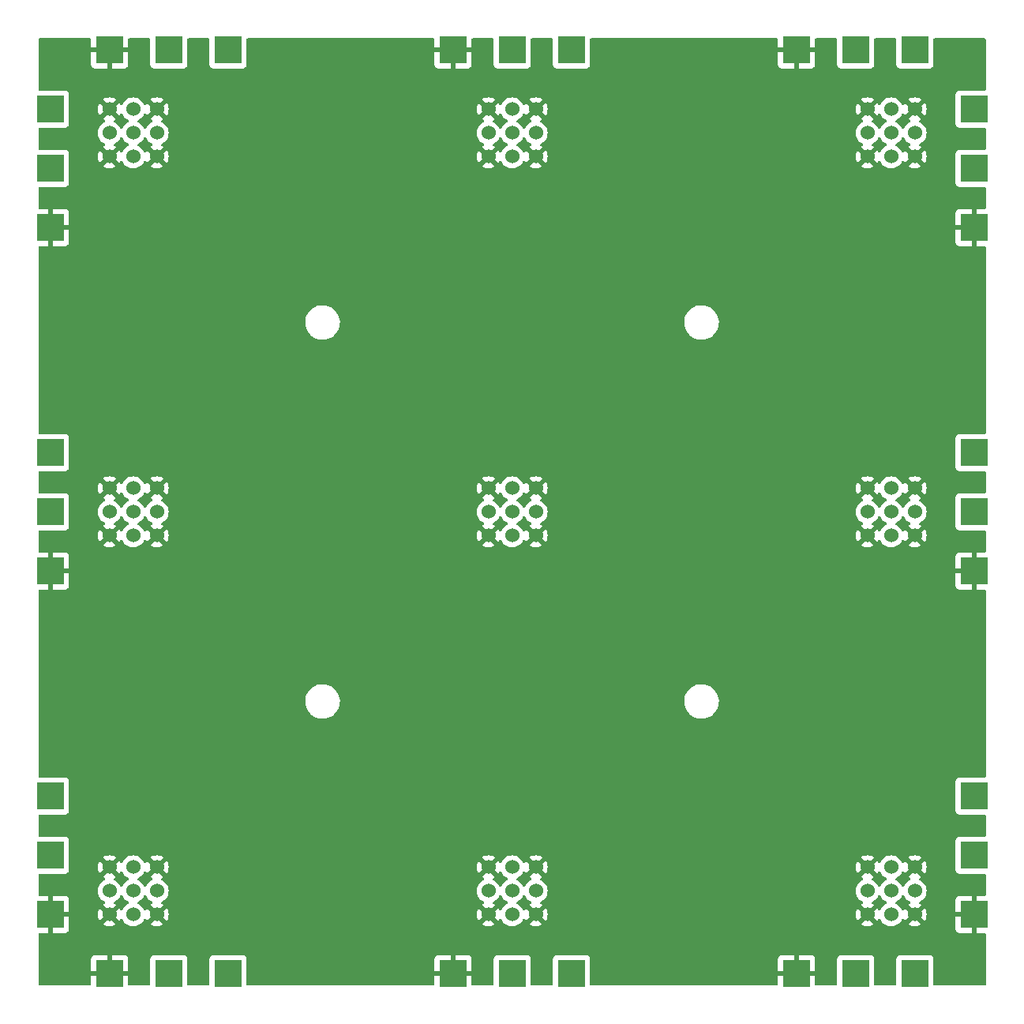
<source format=gbr>
%TF.GenerationSoftware,KiCad,Pcbnew,7.0.7*%
%TF.CreationDate,2024-01-02T00:31:05-08:00*%
%TF.ProjectId,baseplate_v1,62617365-706c-4617-9465-5f76312e6b69,rev?*%
%TF.SameCoordinates,Original*%
%TF.FileFunction,Copper,L1,Top*%
%TF.FilePolarity,Positive*%
%FSLAX46Y46*%
G04 Gerber Fmt 4.6, Leading zero omitted, Abs format (unit mm)*
G04 Created by KiCad (PCBNEW 7.0.7) date 2024-01-02 00:31:05*
%MOMM*%
%LPD*%
G01*
G04 APERTURE LIST*
%TA.AperFunction,ComponentPad*%
%ADD10R,3.000000X3.000000*%
%TD*%
%TA.AperFunction,ComponentPad*%
%ADD11C,1.524000*%
%TD*%
G04 APERTURE END LIST*
D10*
%TO.P,TP9,1,1*%
%TO.N,GND*%
X201930000Y-144780000D03*
%TD*%
D11*
%TO.P,U9,1,SIG_N*%
%TO.N,Net-(U6-SIG_S)*%
X193040000Y-139700000D03*
%TO.P,U9,2,SIG_E*%
%TO.N,Net-(U9-SIG_E)*%
X195580000Y-142240000D03*
%TO.P,U9,3,SIG_S*%
%TO.N,Net-(U9-SIG_S)*%
X193040000Y-144780000D03*
%TO.P,U9,4,SIG_W*%
%TO.N,Net-(U8-SIG_E)*%
X190500000Y-142240000D03*
%TO.P,U9,5,VCC*%
%TO.N,+3V3*%
X193040000Y-142240000D03*
%TO.P,U9,6,GND*%
%TO.N,GND*%
X190500000Y-139700000D03*
X190500000Y-144780000D03*
X195580000Y-139700000D03*
X195580000Y-144780000D03*
%TD*%
D10*
%TO.P,TP35,1,1*%
%TO.N,Net-(U3-SIG_N)*%
X189230000Y-52070000D03*
%TD*%
%TO.P,TP11,1,1*%
%TO.N,Net-(U9-SIG_S)*%
X189230000Y-151130000D03*
%TD*%
D11*
%TO.P,U5,1,SIG_N*%
%TO.N,Net-(U2-SIG_S)*%
X152400000Y-99060000D03*
%TO.P,U5,2,SIG_E*%
%TO.N,Net-(U5-SIG_E)*%
X154940000Y-101600000D03*
%TO.P,U5,3,SIG_S*%
%TO.N,Net-(U5-SIG_S)*%
X152400000Y-104140000D03*
%TO.P,U5,4,SIG_W*%
%TO.N,Net-(U4-SIG_E)*%
X149860000Y-101600000D03*
%TO.P,U5,5,VCC*%
%TO.N,+3V3*%
X152400000Y-101600000D03*
%TO.P,U5,6,GND*%
%TO.N,GND*%
X149860000Y-99060000D03*
X149860000Y-104140000D03*
X154940000Y-99060000D03*
X154940000Y-104140000D03*
%TD*%
%TO.P,U1,1,SIG_N*%
%TO.N,Net-(U1-SIG_N)*%
X111760000Y-58420000D03*
%TO.P,U1,2,SIG_E*%
%TO.N,Net-(U1-SIG_E)*%
X114300000Y-60960000D03*
%TO.P,U1,3,SIG_S*%
%TO.N,Net-(U1-SIG_S)*%
X111760000Y-63500000D03*
%TO.P,U1,4,SIG_W*%
%TO.N,Net-(U1-SIG_W)*%
X109220000Y-60960000D03*
%TO.P,U1,5,VCC*%
%TO.N,+3V3*%
X111760000Y-60960000D03*
%TO.P,U1,6,GND*%
%TO.N,GND*%
X109220000Y-58420000D03*
X109220000Y-63500000D03*
X114300000Y-58420000D03*
X114300000Y-63500000D03*
%TD*%
D10*
%TO.P,TP5,1,1*%
%TO.N,Net-(U6-SIG_E)*%
X201930000Y-101600000D03*
%TD*%
%TO.P,TP25,1,1*%
%TO.N,GND*%
X102870000Y-71120000D03*
%TD*%
%TO.P,TP4,1,1*%
%TO.N,+3V3*%
X201930000Y-95250000D03*
%TD*%
D11*
%TO.P,U4,1,SIG_N*%
%TO.N,Net-(U1-SIG_S)*%
X111760000Y-99060000D03*
%TO.P,U4,2,SIG_E*%
%TO.N,Net-(U4-SIG_E)*%
X114300000Y-101600000D03*
%TO.P,U4,3,SIG_S*%
%TO.N,Net-(U4-SIG_S)*%
X111760000Y-104140000D03*
%TO.P,U4,4,SIG_W*%
%TO.N,Net-(U4-SIG_W)*%
X109220000Y-101600000D03*
%TO.P,U4,5,VCC*%
%TO.N,+3V3*%
X111760000Y-101600000D03*
%TO.P,U4,6,GND*%
%TO.N,GND*%
X109220000Y-99060000D03*
X109220000Y-104140000D03*
X114300000Y-99060000D03*
X114300000Y-104140000D03*
%TD*%
D10*
%TO.P,TP20,1,1*%
%TO.N,Net-(U7-SIG_W)*%
X102870000Y-138430000D03*
%TD*%
D11*
%TO.P,U8,1,SIG_N*%
%TO.N,Net-(U5-SIG_S)*%
X152400000Y-139700000D03*
%TO.P,U8,2,SIG_E*%
%TO.N,Net-(U8-SIG_E)*%
X154940000Y-142240000D03*
%TO.P,U8,3,SIG_S*%
%TO.N,Net-(U8-SIG_S)*%
X152400000Y-144780000D03*
%TO.P,U8,4,SIG_W*%
%TO.N,Net-(U7-SIG_E)*%
X149860000Y-142240000D03*
%TO.P,U8,5,VCC*%
%TO.N,+3V3*%
X152400000Y-142240000D03*
%TO.P,U8,6,GND*%
%TO.N,GND*%
X149860000Y-139700000D03*
X149860000Y-144780000D03*
X154940000Y-139700000D03*
X154940000Y-144780000D03*
%TD*%
D10*
%TO.P,TP26,1,1*%
%TO.N,Net-(U1-SIG_W)*%
X102870000Y-64770000D03*
%TD*%
%TO.P,TP31,1,1*%
%TO.N,GND*%
X146050000Y-52070000D03*
%TD*%
D11*
%TO.P,U3,1,SIG_N*%
%TO.N,Net-(U3-SIG_N)*%
X193040000Y-58420000D03*
%TO.P,U3,2,SIG_E*%
%TO.N,Net-(U3-SIG_E)*%
X195580000Y-60960000D03*
%TO.P,U3,3,SIG_S*%
%TO.N,Net-(U3-SIG_S)*%
X193040000Y-63500000D03*
%TO.P,U3,4,SIG_W*%
%TO.N,Net-(U2-SIG_E)*%
X190500000Y-60960000D03*
%TO.P,U3,5,VCC*%
%TO.N,+3V3*%
X193040000Y-60960000D03*
%TO.P,U3,6,GND*%
%TO.N,GND*%
X190500000Y-58420000D03*
X190500000Y-63500000D03*
X195580000Y-58420000D03*
X195580000Y-63500000D03*
%TD*%
%TO.P,U2,1,SIG_N*%
%TO.N,Net-(U2-SIG_N)*%
X152400000Y-58420000D03*
%TO.P,U2,2,SIG_E*%
%TO.N,Net-(U2-SIG_E)*%
X154940000Y-60960000D03*
%TO.P,U2,3,SIG_S*%
%TO.N,Net-(U2-SIG_S)*%
X152400000Y-63500000D03*
%TO.P,U2,4,SIG_W*%
%TO.N,Net-(U1-SIG_E)*%
X149860000Y-60960000D03*
%TO.P,U2,5,VCC*%
%TO.N,+3V3*%
X152400000Y-60960000D03*
%TO.P,U2,6,GND*%
%TO.N,GND*%
X149860000Y-58420000D03*
X149860000Y-63500000D03*
X154940000Y-58420000D03*
X154940000Y-63500000D03*
%TD*%
D10*
%TO.P,TP16,1,1*%
%TO.N,+3V3*%
X121920000Y-151130000D03*
%TD*%
%TO.P,TP27,1,1*%
%TO.N,+3V3*%
X102870000Y-58420000D03*
%TD*%
%TO.P,TP17,1,1*%
%TO.N,Net-(U7-SIG_S)*%
X115570000Y-151130000D03*
%TD*%
%TO.P,TP8,1,1*%
%TO.N,Net-(U9-SIG_E)*%
X201930000Y-138430000D03*
%TD*%
%TO.P,TP7,1,1*%
%TO.N,+3V3*%
X201930000Y-132080000D03*
%TD*%
%TO.P,TP19,1,1*%
%TO.N,GND*%
X102870000Y-144780000D03*
%TD*%
%TO.P,TP18,1,1*%
%TO.N,GND*%
X109220000Y-151130000D03*
%TD*%
%TO.P,TP34,1,1*%
%TO.N,GND*%
X182880000Y-52070000D03*
%TD*%
%TO.P,TP6,1,1*%
%TO.N,GND*%
X201930000Y-107950000D03*
%TD*%
%TO.P,TP12,1,1*%
%TO.N,GND*%
X182880000Y-151130000D03*
%TD*%
%TO.P,TP2,1,1*%
%TO.N,Net-(U3-SIG_E)*%
X201930000Y-64770000D03*
%TD*%
%TO.P,TP15,1,1*%
%TO.N,GND*%
X146050000Y-151130000D03*
%TD*%
%TO.P,TP32,1,1*%
%TO.N,Net-(U2-SIG_N)*%
X152400000Y-52070000D03*
%TD*%
%TO.P,TP30,1,1*%
%TO.N,+3V3*%
X121920000Y-52070000D03*
%TD*%
%TO.P,TP10,1,1*%
%TO.N,+3V3*%
X195580000Y-151130000D03*
%TD*%
D11*
%TO.P,U7,1,SIG_N*%
%TO.N,Net-(U4-SIG_S)*%
X111760000Y-139700000D03*
%TO.P,U7,2,SIG_E*%
%TO.N,Net-(U7-SIG_E)*%
X114300000Y-142240000D03*
%TO.P,U7,3,SIG_S*%
%TO.N,Net-(U7-SIG_S)*%
X111760000Y-144780000D03*
%TO.P,U7,4,SIG_W*%
%TO.N,Net-(U7-SIG_W)*%
X109220000Y-142240000D03*
%TO.P,U7,5,VCC*%
%TO.N,+3V3*%
X111760000Y-142240000D03*
%TO.P,U7,6,GND*%
%TO.N,GND*%
X109220000Y-139700000D03*
X109220000Y-144780000D03*
X114300000Y-139700000D03*
X114300000Y-144780000D03*
%TD*%
D10*
%TO.P,TP29,1,1*%
%TO.N,Net-(U1-SIG_N)*%
X115570000Y-52070000D03*
%TD*%
D11*
%TO.P,U6,1,SIG_N*%
%TO.N,Net-(U3-SIG_S)*%
X193040000Y-99060000D03*
%TO.P,U6,2,SIG_E*%
%TO.N,Net-(U6-SIG_E)*%
X195580000Y-101600000D03*
%TO.P,U6,3,SIG_S*%
%TO.N,Net-(U6-SIG_S)*%
X193040000Y-104140000D03*
%TO.P,U6,4,SIG_W*%
%TO.N,Net-(U5-SIG_E)*%
X190500000Y-101600000D03*
%TO.P,U6,5,VCC*%
%TO.N,+3V3*%
X193040000Y-101600000D03*
%TO.P,U6,6,GND*%
%TO.N,GND*%
X190500000Y-99060000D03*
X190500000Y-104140000D03*
X195580000Y-99060000D03*
X195580000Y-104140000D03*
%TD*%
D10*
%TO.P,TP36,1,1*%
%TO.N,+3V3*%
X195580000Y-52070000D03*
%TD*%
%TO.P,TP28,1,1*%
%TO.N,GND*%
X109220000Y-52070000D03*
%TD*%
%TO.P,TP14,1,1*%
%TO.N,Net-(U8-SIG_S)*%
X152400000Y-151130000D03*
%TD*%
%TO.P,TP1,1,1*%
%TO.N,+3V3*%
X201930000Y-58420000D03*
%TD*%
%TO.P,TP22,1,1*%
%TO.N,GND*%
X102870000Y-107950000D03*
%TD*%
%TO.P,TP33,1,1*%
%TO.N,+3V3*%
X158750000Y-52070000D03*
%TD*%
%TO.P,TP24,1,1*%
%TO.N,+3V3*%
X102870000Y-95250000D03*
%TD*%
%TO.P,TP13,1,1*%
%TO.N,+3V3*%
X158750000Y-151130000D03*
%TD*%
%TO.P,TP23,1,1*%
%TO.N,Net-(U4-SIG_W)*%
X102870000Y-101600000D03*
%TD*%
%TO.P,TP21,1,1*%
%TO.N,+3V3*%
X102870000Y-132080000D03*
%TD*%
%TO.P,TP3,1,1*%
%TO.N,GND*%
X201930000Y-71120000D03*
%TD*%
%TA.AperFunction,Conductor*%
%TO.N,GND*%
G36*
X113097865Y-142693435D02*
G01*
X113142382Y-142744811D01*
X113202464Y-142873658D01*
X113202468Y-142873666D01*
X113329170Y-143054615D01*
X113329175Y-143054621D01*
X113485378Y-143210824D01*
X113485384Y-143210829D01*
X113666333Y-143337531D01*
X113666335Y-143337532D01*
X113666338Y-143337534D01*
X113795189Y-143397618D01*
X113795781Y-143397894D01*
X113848220Y-143444066D01*
X113867372Y-143511260D01*
X113847156Y-143578141D01*
X113795781Y-143622658D01*
X113666586Y-143682903D01*
X113601812Y-143728257D01*
X113601811Y-143728258D01*
X114130723Y-144257170D01*
X114164208Y-144318493D01*
X114159224Y-144388185D01*
X114117352Y-144444118D01*
X114102059Y-144453906D01*
X114062749Y-144475179D01*
X114062748Y-144475179D01*
X113976626Y-144568733D01*
X113976626Y-144568734D01*
X113975911Y-144570365D01*
X113974340Y-144572233D01*
X113971008Y-144577334D01*
X113970391Y-144576931D01*
X113930952Y-144623849D01*
X113864215Y-144644535D01*
X113796888Y-144625857D01*
X113774677Y-144608230D01*
X113248258Y-144081811D01*
X113248257Y-144081812D01*
X113202903Y-144146586D01*
X113142658Y-144275781D01*
X113096485Y-144328220D01*
X113029292Y-144347372D01*
X112962411Y-144327156D01*
X112917894Y-144275781D01*
X112857652Y-144146593D01*
X112857534Y-144146339D01*
X112730826Y-143965380D01*
X112574620Y-143809174D01*
X112574616Y-143809171D01*
X112574615Y-143809170D01*
X112393666Y-143682468D01*
X112393658Y-143682464D01*
X112264811Y-143622382D01*
X112212371Y-143576210D01*
X112193219Y-143509017D01*
X112213435Y-143442135D01*
X112264811Y-143397618D01*
X112270802Y-143394824D01*
X112393662Y-143337534D01*
X112574620Y-143210826D01*
X112730826Y-143054620D01*
X112857534Y-142873662D01*
X112917617Y-142744811D01*
X112963790Y-142692371D01*
X113030983Y-142673219D01*
X113097865Y-142693435D01*
G37*
%TD.AperFunction*%
%TA.AperFunction,Conductor*%
G36*
X110557865Y-142693435D02*
G01*
X110602382Y-142744811D01*
X110662464Y-142873658D01*
X110662468Y-142873666D01*
X110789170Y-143054615D01*
X110789175Y-143054621D01*
X110945378Y-143210824D01*
X110945384Y-143210829D01*
X111126333Y-143337531D01*
X111126335Y-143337532D01*
X111126338Y-143337534D01*
X111245748Y-143393215D01*
X111255189Y-143397618D01*
X111307628Y-143443790D01*
X111326780Y-143510984D01*
X111306564Y-143577865D01*
X111255189Y-143622382D01*
X111126340Y-143682465D01*
X111126338Y-143682466D01*
X110945377Y-143809175D01*
X110789175Y-143965377D01*
X110662467Y-144146337D01*
X110662466Y-144146339D01*
X110662348Y-144146593D01*
X110602105Y-144275782D01*
X110555932Y-144328221D01*
X110488738Y-144347372D01*
X110421857Y-144327156D01*
X110377341Y-144275780D01*
X110317100Y-144146593D01*
X110317099Y-144146591D01*
X110271740Y-144081811D01*
X109742949Y-144610602D01*
X109681626Y-144644087D01*
X109611934Y-144639103D01*
X109556001Y-144597231D01*
X109551460Y-144590743D01*
X109504189Y-144518391D01*
X109504187Y-144518388D01*
X109448673Y-144475180D01*
X109403843Y-144440287D01*
X109403840Y-144440285D01*
X109403488Y-144440012D01*
X109362675Y-144383301D01*
X109359000Y-144313529D01*
X109391969Y-144254477D01*
X109918187Y-143728258D01*
X109853409Y-143682900D01*
X109853407Y-143682899D01*
X109724219Y-143622658D01*
X109671779Y-143576486D01*
X109652627Y-143509293D01*
X109672843Y-143442411D01*
X109724219Y-143397894D01*
X109724811Y-143397618D01*
X109853662Y-143337534D01*
X110034620Y-143210826D01*
X110190826Y-143054620D01*
X110317534Y-142873662D01*
X110377617Y-142744811D01*
X110423790Y-142692371D01*
X110490983Y-142673219D01*
X110557865Y-142693435D01*
G37*
%TD.AperFunction*%
%TA.AperFunction,Conductor*%
G36*
X109723099Y-139854135D02*
G01*
X109745322Y-139871769D01*
X110271740Y-140398187D01*
X110271742Y-140398186D01*
X110317093Y-140333420D01*
X110317100Y-140333408D01*
X110377342Y-140204219D01*
X110423514Y-140151779D01*
X110490707Y-140132627D01*
X110557588Y-140152842D01*
X110602106Y-140204219D01*
X110662464Y-140333658D01*
X110662468Y-140333666D01*
X110789170Y-140514615D01*
X110789175Y-140514621D01*
X110945378Y-140670824D01*
X110945384Y-140670829D01*
X111126333Y-140797531D01*
X111126335Y-140797532D01*
X111126338Y-140797534D01*
X111245748Y-140853215D01*
X111255189Y-140857618D01*
X111307628Y-140903790D01*
X111326780Y-140970984D01*
X111306564Y-141037865D01*
X111255189Y-141082382D01*
X111126340Y-141142465D01*
X111126338Y-141142466D01*
X110945377Y-141269175D01*
X110789175Y-141425377D01*
X110662466Y-141606338D01*
X110662465Y-141606340D01*
X110602382Y-141735189D01*
X110556209Y-141787628D01*
X110489016Y-141806780D01*
X110422135Y-141786564D01*
X110377618Y-141735189D01*
X110317534Y-141606340D01*
X110317533Y-141606338D01*
X110190827Y-141425381D01*
X110190823Y-141425377D01*
X110034620Y-141269174D01*
X110034616Y-141269171D01*
X110034615Y-141269170D01*
X109853666Y-141142468D01*
X109853658Y-141142464D01*
X109724219Y-141082106D01*
X109671779Y-141035934D01*
X109652627Y-140968741D01*
X109672843Y-140901859D01*
X109724219Y-140857342D01*
X109853408Y-140797100D01*
X109853420Y-140797093D01*
X109918186Y-140751742D01*
X109918187Y-140751740D01*
X109389276Y-140222829D01*
X109355791Y-140161506D01*
X109360775Y-140091814D01*
X109402647Y-140035881D01*
X109417933Y-140026097D01*
X109457251Y-140004820D01*
X109543371Y-139911269D01*
X109544083Y-139909643D01*
X109545652Y-139907777D01*
X109548992Y-139902666D01*
X109549609Y-139903069D01*
X109589036Y-139856158D01*
X109655770Y-139835464D01*
X109723099Y-139854135D01*
G37*
%TD.AperFunction*%
%TA.AperFunction,Conductor*%
G36*
X113908064Y-139840894D02*
G01*
X113963998Y-139882765D01*
X113968539Y-139889254D01*
X114015813Y-139961612D01*
X114116157Y-140039713D01*
X114116160Y-140039714D01*
X114116511Y-140039987D01*
X114157324Y-140096697D01*
X114160999Y-140166470D01*
X114128030Y-140225522D01*
X113601811Y-140751741D01*
X113666582Y-140797094D01*
X113666588Y-140797098D01*
X113795781Y-140857342D01*
X113848220Y-140903514D01*
X113867372Y-140970708D01*
X113847156Y-141037589D01*
X113795781Y-141082106D01*
X113666340Y-141142465D01*
X113666338Y-141142466D01*
X113485377Y-141269175D01*
X113329175Y-141425377D01*
X113202466Y-141606338D01*
X113202465Y-141606340D01*
X113142382Y-141735189D01*
X113096209Y-141787628D01*
X113029016Y-141806780D01*
X112962135Y-141786564D01*
X112917618Y-141735189D01*
X112857534Y-141606340D01*
X112857533Y-141606338D01*
X112730827Y-141425381D01*
X112730823Y-141425377D01*
X112574620Y-141269174D01*
X112574616Y-141269171D01*
X112574615Y-141269170D01*
X112393666Y-141142468D01*
X112393658Y-141142464D01*
X112264811Y-141082382D01*
X112212371Y-141036210D01*
X112193219Y-140969017D01*
X112213435Y-140902135D01*
X112264811Y-140857618D01*
X112270802Y-140854824D01*
X112393662Y-140797534D01*
X112574620Y-140670826D01*
X112730826Y-140514620D01*
X112857534Y-140333662D01*
X112917894Y-140204218D01*
X112964066Y-140151779D01*
X113031259Y-140132627D01*
X113098141Y-140152843D01*
X113142658Y-140204219D01*
X113202899Y-140333407D01*
X113202900Y-140333409D01*
X113248258Y-140398187D01*
X113777050Y-139869395D01*
X113838373Y-139835910D01*
X113908064Y-139840894D01*
G37*
%TD.AperFunction*%
%TA.AperFunction,Conductor*%
G36*
X153737865Y-142693435D02*
G01*
X153782382Y-142744811D01*
X153842464Y-142873658D01*
X153842468Y-142873666D01*
X153969170Y-143054615D01*
X153969175Y-143054621D01*
X154125378Y-143210824D01*
X154125384Y-143210829D01*
X154306333Y-143337531D01*
X154306335Y-143337532D01*
X154306338Y-143337534D01*
X154435189Y-143397618D01*
X154435781Y-143397894D01*
X154488220Y-143444066D01*
X154507372Y-143511260D01*
X154487156Y-143578141D01*
X154435781Y-143622658D01*
X154306586Y-143682903D01*
X154241812Y-143728257D01*
X154241811Y-143728258D01*
X154770723Y-144257170D01*
X154804208Y-144318493D01*
X154799224Y-144388185D01*
X154757352Y-144444118D01*
X154742059Y-144453906D01*
X154702749Y-144475179D01*
X154702748Y-144475179D01*
X154616626Y-144568733D01*
X154616626Y-144568734D01*
X154615911Y-144570365D01*
X154614340Y-144572233D01*
X154611008Y-144577334D01*
X154610391Y-144576931D01*
X154570952Y-144623849D01*
X154504215Y-144644535D01*
X154436888Y-144625857D01*
X154414677Y-144608230D01*
X153888258Y-144081811D01*
X153888257Y-144081812D01*
X153842903Y-144146586D01*
X153782658Y-144275781D01*
X153736485Y-144328220D01*
X153669292Y-144347372D01*
X153602411Y-144327156D01*
X153557894Y-144275781D01*
X153497652Y-144146593D01*
X153497534Y-144146339D01*
X153370826Y-143965380D01*
X153214620Y-143809174D01*
X153214616Y-143809171D01*
X153214615Y-143809170D01*
X153033666Y-143682468D01*
X153033658Y-143682464D01*
X152904811Y-143622382D01*
X152852371Y-143576210D01*
X152833219Y-143509017D01*
X152853435Y-143442135D01*
X152904811Y-143397618D01*
X152910802Y-143394824D01*
X153033662Y-143337534D01*
X153214620Y-143210826D01*
X153370826Y-143054620D01*
X153497534Y-142873662D01*
X153557617Y-142744811D01*
X153603790Y-142692371D01*
X153670983Y-142673219D01*
X153737865Y-142693435D01*
G37*
%TD.AperFunction*%
%TA.AperFunction,Conductor*%
G36*
X151197865Y-142693435D02*
G01*
X151242382Y-142744811D01*
X151302464Y-142873658D01*
X151302468Y-142873666D01*
X151429170Y-143054615D01*
X151429175Y-143054621D01*
X151585378Y-143210824D01*
X151585384Y-143210829D01*
X151766333Y-143337531D01*
X151766335Y-143337532D01*
X151766338Y-143337534D01*
X151885748Y-143393215D01*
X151895189Y-143397618D01*
X151947628Y-143443790D01*
X151966780Y-143510984D01*
X151946564Y-143577865D01*
X151895189Y-143622382D01*
X151766340Y-143682465D01*
X151766338Y-143682466D01*
X151585377Y-143809175D01*
X151429175Y-143965377D01*
X151302467Y-144146337D01*
X151302466Y-144146339D01*
X151302348Y-144146593D01*
X151242105Y-144275782D01*
X151195932Y-144328221D01*
X151128738Y-144347372D01*
X151061857Y-144327156D01*
X151017341Y-144275780D01*
X150957100Y-144146593D01*
X150957099Y-144146591D01*
X150911740Y-144081811D01*
X150382949Y-144610602D01*
X150321626Y-144644087D01*
X150251934Y-144639103D01*
X150196001Y-144597231D01*
X150191460Y-144590743D01*
X150144189Y-144518391D01*
X150144187Y-144518388D01*
X150088673Y-144475180D01*
X150043843Y-144440287D01*
X150043840Y-144440285D01*
X150043488Y-144440012D01*
X150002675Y-144383301D01*
X149999000Y-144313529D01*
X150031969Y-144254477D01*
X150558187Y-143728258D01*
X150493409Y-143682900D01*
X150493407Y-143682899D01*
X150364219Y-143622658D01*
X150311779Y-143576486D01*
X150292627Y-143509293D01*
X150312843Y-143442411D01*
X150364219Y-143397894D01*
X150364811Y-143397618D01*
X150493662Y-143337534D01*
X150674620Y-143210826D01*
X150830826Y-143054620D01*
X150957534Y-142873662D01*
X151017617Y-142744811D01*
X151063790Y-142692371D01*
X151130983Y-142673219D01*
X151197865Y-142693435D01*
G37*
%TD.AperFunction*%
%TA.AperFunction,Conductor*%
G36*
X150363099Y-139854135D02*
G01*
X150385322Y-139871769D01*
X150911740Y-140398187D01*
X150911742Y-140398186D01*
X150957093Y-140333420D01*
X150957100Y-140333408D01*
X151017342Y-140204219D01*
X151063514Y-140151779D01*
X151130707Y-140132627D01*
X151197588Y-140152842D01*
X151242106Y-140204219D01*
X151302464Y-140333658D01*
X151302468Y-140333666D01*
X151429170Y-140514615D01*
X151429175Y-140514621D01*
X151585378Y-140670824D01*
X151585384Y-140670829D01*
X151766333Y-140797531D01*
X151766335Y-140797532D01*
X151766338Y-140797534D01*
X151885748Y-140853215D01*
X151895189Y-140857618D01*
X151947628Y-140903790D01*
X151966780Y-140970984D01*
X151946564Y-141037865D01*
X151895189Y-141082382D01*
X151766340Y-141142465D01*
X151766338Y-141142466D01*
X151585377Y-141269175D01*
X151429175Y-141425377D01*
X151302466Y-141606338D01*
X151302465Y-141606340D01*
X151242382Y-141735189D01*
X151196209Y-141787628D01*
X151129016Y-141806780D01*
X151062135Y-141786564D01*
X151017618Y-141735189D01*
X150957534Y-141606340D01*
X150957533Y-141606338D01*
X150830827Y-141425381D01*
X150830823Y-141425377D01*
X150674620Y-141269174D01*
X150674616Y-141269171D01*
X150674615Y-141269170D01*
X150493666Y-141142468D01*
X150493658Y-141142464D01*
X150364219Y-141082106D01*
X150311779Y-141035934D01*
X150292627Y-140968741D01*
X150312843Y-140901859D01*
X150364219Y-140857342D01*
X150493408Y-140797100D01*
X150493420Y-140797093D01*
X150558186Y-140751742D01*
X150558187Y-140751740D01*
X150029276Y-140222829D01*
X149995791Y-140161506D01*
X150000775Y-140091814D01*
X150042647Y-140035881D01*
X150057933Y-140026097D01*
X150097251Y-140004820D01*
X150183371Y-139911269D01*
X150184083Y-139909643D01*
X150185652Y-139907777D01*
X150188992Y-139902666D01*
X150189609Y-139903069D01*
X150229036Y-139856158D01*
X150295770Y-139835464D01*
X150363099Y-139854135D01*
G37*
%TD.AperFunction*%
%TA.AperFunction,Conductor*%
G36*
X154548064Y-139840894D02*
G01*
X154603998Y-139882765D01*
X154608539Y-139889254D01*
X154655813Y-139961612D01*
X154756157Y-140039713D01*
X154756160Y-140039714D01*
X154756511Y-140039987D01*
X154797324Y-140096697D01*
X154800999Y-140166470D01*
X154768030Y-140225522D01*
X154241811Y-140751741D01*
X154306582Y-140797094D01*
X154306588Y-140797098D01*
X154435781Y-140857342D01*
X154488220Y-140903514D01*
X154507372Y-140970708D01*
X154487156Y-141037589D01*
X154435781Y-141082106D01*
X154306340Y-141142465D01*
X154306338Y-141142466D01*
X154125377Y-141269175D01*
X153969175Y-141425377D01*
X153842466Y-141606338D01*
X153842465Y-141606340D01*
X153782382Y-141735189D01*
X153736209Y-141787628D01*
X153669016Y-141806780D01*
X153602135Y-141786564D01*
X153557618Y-141735189D01*
X153497534Y-141606340D01*
X153497533Y-141606338D01*
X153370827Y-141425381D01*
X153370823Y-141425377D01*
X153214620Y-141269174D01*
X153214616Y-141269171D01*
X153214615Y-141269170D01*
X153033666Y-141142468D01*
X153033658Y-141142464D01*
X152904811Y-141082382D01*
X152852371Y-141036210D01*
X152833219Y-140969017D01*
X152853435Y-140902135D01*
X152904811Y-140857618D01*
X152910802Y-140854824D01*
X153033662Y-140797534D01*
X153214620Y-140670826D01*
X153370826Y-140514620D01*
X153497534Y-140333662D01*
X153557894Y-140204218D01*
X153604066Y-140151779D01*
X153671259Y-140132627D01*
X153738141Y-140152843D01*
X153782658Y-140204219D01*
X153842899Y-140333407D01*
X153842900Y-140333409D01*
X153888258Y-140398187D01*
X154417050Y-139869395D01*
X154478373Y-139835910D01*
X154548064Y-139840894D01*
G37*
%TD.AperFunction*%
%TA.AperFunction,Conductor*%
G36*
X194377865Y-142693435D02*
G01*
X194422382Y-142744811D01*
X194482464Y-142873658D01*
X194482468Y-142873666D01*
X194609170Y-143054615D01*
X194609175Y-143054621D01*
X194765378Y-143210824D01*
X194765384Y-143210829D01*
X194946333Y-143337531D01*
X194946335Y-143337532D01*
X194946338Y-143337534D01*
X195075189Y-143397618D01*
X195075781Y-143397894D01*
X195128220Y-143444066D01*
X195147372Y-143511260D01*
X195127156Y-143578141D01*
X195075781Y-143622658D01*
X194946586Y-143682903D01*
X194881812Y-143728257D01*
X194881811Y-143728258D01*
X195410723Y-144257170D01*
X195444208Y-144318493D01*
X195439224Y-144388185D01*
X195397352Y-144444118D01*
X195382059Y-144453906D01*
X195342749Y-144475179D01*
X195342748Y-144475179D01*
X195256626Y-144568733D01*
X195256626Y-144568734D01*
X195255911Y-144570365D01*
X195254340Y-144572233D01*
X195251008Y-144577334D01*
X195250391Y-144576931D01*
X195210952Y-144623849D01*
X195144215Y-144644535D01*
X195076888Y-144625857D01*
X195054677Y-144608230D01*
X194528258Y-144081811D01*
X194528257Y-144081812D01*
X194482903Y-144146586D01*
X194422658Y-144275781D01*
X194376485Y-144328220D01*
X194309292Y-144347372D01*
X194242411Y-144327156D01*
X194197894Y-144275781D01*
X194137652Y-144146593D01*
X194137534Y-144146339D01*
X194010826Y-143965380D01*
X193854620Y-143809174D01*
X193854616Y-143809171D01*
X193854615Y-143809170D01*
X193673666Y-143682468D01*
X193673658Y-143682464D01*
X193544811Y-143622382D01*
X193492371Y-143576210D01*
X193473219Y-143509017D01*
X193493435Y-143442135D01*
X193544811Y-143397618D01*
X193550802Y-143394824D01*
X193673662Y-143337534D01*
X193854620Y-143210826D01*
X194010826Y-143054620D01*
X194137534Y-142873662D01*
X194197617Y-142744811D01*
X194243790Y-142692371D01*
X194310983Y-142673219D01*
X194377865Y-142693435D01*
G37*
%TD.AperFunction*%
%TA.AperFunction,Conductor*%
G36*
X191837865Y-142693435D02*
G01*
X191882382Y-142744811D01*
X191942464Y-142873658D01*
X191942468Y-142873666D01*
X192069170Y-143054615D01*
X192069175Y-143054621D01*
X192225378Y-143210824D01*
X192225384Y-143210829D01*
X192406333Y-143337531D01*
X192406335Y-143337532D01*
X192406338Y-143337534D01*
X192525748Y-143393215D01*
X192535189Y-143397618D01*
X192587628Y-143443790D01*
X192606780Y-143510984D01*
X192586564Y-143577865D01*
X192535189Y-143622382D01*
X192406340Y-143682465D01*
X192406338Y-143682466D01*
X192225377Y-143809175D01*
X192069175Y-143965377D01*
X191942467Y-144146337D01*
X191942466Y-144146339D01*
X191942348Y-144146593D01*
X191882105Y-144275782D01*
X191835932Y-144328221D01*
X191768738Y-144347372D01*
X191701857Y-144327156D01*
X191657341Y-144275780D01*
X191597100Y-144146593D01*
X191597099Y-144146591D01*
X191551740Y-144081811D01*
X191022949Y-144610602D01*
X190961626Y-144644087D01*
X190891934Y-144639103D01*
X190836001Y-144597231D01*
X190831460Y-144590743D01*
X190784189Y-144518391D01*
X190784187Y-144518388D01*
X190728673Y-144475180D01*
X190683843Y-144440287D01*
X190683840Y-144440285D01*
X190683488Y-144440012D01*
X190642675Y-144383301D01*
X190639000Y-144313529D01*
X190671969Y-144254477D01*
X191198187Y-143728258D01*
X191133409Y-143682900D01*
X191133407Y-143682899D01*
X191004219Y-143622658D01*
X190951779Y-143576486D01*
X190932627Y-143509293D01*
X190952843Y-143442411D01*
X191004219Y-143397894D01*
X191004811Y-143397618D01*
X191133662Y-143337534D01*
X191314620Y-143210826D01*
X191470826Y-143054620D01*
X191597534Y-142873662D01*
X191657617Y-142744811D01*
X191703790Y-142692371D01*
X191770983Y-142673219D01*
X191837865Y-142693435D01*
G37*
%TD.AperFunction*%
%TA.AperFunction,Conductor*%
G36*
X191003099Y-139854135D02*
G01*
X191025322Y-139871769D01*
X191551740Y-140398187D01*
X191551742Y-140398186D01*
X191597093Y-140333420D01*
X191597100Y-140333408D01*
X191657342Y-140204219D01*
X191703514Y-140151779D01*
X191770707Y-140132627D01*
X191837588Y-140152842D01*
X191882106Y-140204219D01*
X191942464Y-140333658D01*
X191942468Y-140333666D01*
X192069170Y-140514615D01*
X192069175Y-140514621D01*
X192225378Y-140670824D01*
X192225384Y-140670829D01*
X192406333Y-140797531D01*
X192406335Y-140797532D01*
X192406338Y-140797534D01*
X192525748Y-140853215D01*
X192535189Y-140857618D01*
X192587628Y-140903790D01*
X192606780Y-140970984D01*
X192586564Y-141037865D01*
X192535189Y-141082382D01*
X192406340Y-141142465D01*
X192406338Y-141142466D01*
X192225377Y-141269175D01*
X192069175Y-141425377D01*
X191942466Y-141606338D01*
X191942465Y-141606340D01*
X191882382Y-141735189D01*
X191836209Y-141787628D01*
X191769016Y-141806780D01*
X191702135Y-141786564D01*
X191657618Y-141735189D01*
X191597534Y-141606340D01*
X191597533Y-141606338D01*
X191470827Y-141425381D01*
X191470823Y-141425377D01*
X191314620Y-141269174D01*
X191314616Y-141269171D01*
X191314615Y-141269170D01*
X191133666Y-141142468D01*
X191133658Y-141142464D01*
X191004219Y-141082106D01*
X190951779Y-141035934D01*
X190932627Y-140968741D01*
X190952843Y-140901859D01*
X191004219Y-140857342D01*
X191133408Y-140797100D01*
X191133420Y-140797093D01*
X191198186Y-140751742D01*
X191198187Y-140751740D01*
X190669276Y-140222829D01*
X190635791Y-140161506D01*
X190640775Y-140091814D01*
X190682647Y-140035881D01*
X190697933Y-140026097D01*
X190737251Y-140004820D01*
X190823371Y-139911269D01*
X190824083Y-139909643D01*
X190825652Y-139907777D01*
X190828992Y-139902666D01*
X190829609Y-139903069D01*
X190869036Y-139856158D01*
X190935770Y-139835464D01*
X191003099Y-139854135D01*
G37*
%TD.AperFunction*%
%TA.AperFunction,Conductor*%
G36*
X195188064Y-139840894D02*
G01*
X195243998Y-139882765D01*
X195248539Y-139889254D01*
X195295813Y-139961612D01*
X195396157Y-140039713D01*
X195396160Y-140039714D01*
X195396511Y-140039987D01*
X195437324Y-140096697D01*
X195440999Y-140166470D01*
X195408030Y-140225522D01*
X194881811Y-140751741D01*
X194946582Y-140797094D01*
X194946588Y-140797098D01*
X195075781Y-140857342D01*
X195128220Y-140903514D01*
X195147372Y-140970708D01*
X195127156Y-141037589D01*
X195075781Y-141082106D01*
X194946340Y-141142465D01*
X194946338Y-141142466D01*
X194765377Y-141269175D01*
X194609175Y-141425377D01*
X194482466Y-141606338D01*
X194482465Y-141606340D01*
X194422382Y-141735189D01*
X194376209Y-141787628D01*
X194309016Y-141806780D01*
X194242135Y-141786564D01*
X194197618Y-141735189D01*
X194137534Y-141606340D01*
X194137533Y-141606338D01*
X194010827Y-141425381D01*
X194010823Y-141425377D01*
X193854620Y-141269174D01*
X193854616Y-141269171D01*
X193854615Y-141269170D01*
X193673666Y-141142468D01*
X193673658Y-141142464D01*
X193544811Y-141082382D01*
X193492371Y-141036210D01*
X193473219Y-140969017D01*
X193493435Y-140902135D01*
X193544811Y-140857618D01*
X193550802Y-140854824D01*
X193673662Y-140797534D01*
X193854620Y-140670826D01*
X194010826Y-140514620D01*
X194137534Y-140333662D01*
X194197894Y-140204218D01*
X194244066Y-140151779D01*
X194311259Y-140132627D01*
X194378141Y-140152843D01*
X194422658Y-140204219D01*
X194482899Y-140333407D01*
X194482900Y-140333409D01*
X194528258Y-140398187D01*
X195057050Y-139869395D01*
X195118373Y-139835910D01*
X195188064Y-139840894D01*
G37*
%TD.AperFunction*%
%TA.AperFunction,Conductor*%
G36*
X113097865Y-102053435D02*
G01*
X113142382Y-102104811D01*
X113202464Y-102233658D01*
X113202468Y-102233666D01*
X113329170Y-102414615D01*
X113329175Y-102414621D01*
X113485378Y-102570824D01*
X113485384Y-102570829D01*
X113666333Y-102697531D01*
X113666335Y-102697532D01*
X113666338Y-102697534D01*
X113795189Y-102757618D01*
X113795781Y-102757894D01*
X113848220Y-102804066D01*
X113867372Y-102871260D01*
X113847156Y-102938141D01*
X113795781Y-102982658D01*
X113666586Y-103042903D01*
X113601812Y-103088257D01*
X113601811Y-103088258D01*
X114130723Y-103617170D01*
X114164208Y-103678493D01*
X114159224Y-103748185D01*
X114117352Y-103804118D01*
X114102059Y-103813906D01*
X114062749Y-103835179D01*
X114062748Y-103835179D01*
X113976626Y-103928733D01*
X113976626Y-103928734D01*
X113975911Y-103930365D01*
X113974340Y-103932233D01*
X113971008Y-103937334D01*
X113970391Y-103936931D01*
X113930952Y-103983849D01*
X113864215Y-104004535D01*
X113796888Y-103985857D01*
X113774677Y-103968230D01*
X113248258Y-103441811D01*
X113248257Y-103441812D01*
X113202903Y-103506586D01*
X113142658Y-103635781D01*
X113096485Y-103688220D01*
X113029292Y-103707372D01*
X112962411Y-103687156D01*
X112917894Y-103635781D01*
X112875001Y-103543797D01*
X112857534Y-103506339D01*
X112730826Y-103325380D01*
X112574620Y-103169174D01*
X112574616Y-103169171D01*
X112574615Y-103169170D01*
X112393666Y-103042468D01*
X112393658Y-103042464D01*
X112264811Y-102982382D01*
X112212371Y-102936210D01*
X112193219Y-102869017D01*
X112213435Y-102802135D01*
X112264811Y-102757618D01*
X112270802Y-102754824D01*
X112393662Y-102697534D01*
X112574620Y-102570826D01*
X112730826Y-102414620D01*
X112857534Y-102233662D01*
X112917617Y-102104811D01*
X112963790Y-102052371D01*
X113030983Y-102033219D01*
X113097865Y-102053435D01*
G37*
%TD.AperFunction*%
%TA.AperFunction,Conductor*%
G36*
X110557865Y-102053435D02*
G01*
X110602382Y-102104811D01*
X110662464Y-102233658D01*
X110662468Y-102233666D01*
X110789170Y-102414615D01*
X110789175Y-102414621D01*
X110945378Y-102570824D01*
X110945384Y-102570829D01*
X111126333Y-102697531D01*
X111126335Y-102697532D01*
X111126338Y-102697534D01*
X111245748Y-102753215D01*
X111255189Y-102757618D01*
X111307628Y-102803790D01*
X111326780Y-102870984D01*
X111306564Y-102937865D01*
X111255189Y-102982382D01*
X111126340Y-103042465D01*
X111126338Y-103042466D01*
X110945377Y-103169175D01*
X110789175Y-103325377D01*
X110696630Y-103457547D01*
X110662466Y-103506339D01*
X110662348Y-103506593D01*
X110602105Y-103635782D01*
X110555932Y-103688221D01*
X110488738Y-103707372D01*
X110421857Y-103687156D01*
X110377341Y-103635780D01*
X110317100Y-103506593D01*
X110317099Y-103506591D01*
X110271740Y-103441811D01*
X109742949Y-103970602D01*
X109681626Y-104004087D01*
X109611934Y-103999103D01*
X109556001Y-103957231D01*
X109551460Y-103950743D01*
X109504189Y-103878391D01*
X109504187Y-103878388D01*
X109448673Y-103835180D01*
X109403843Y-103800287D01*
X109403840Y-103800285D01*
X109403488Y-103800012D01*
X109362675Y-103743301D01*
X109359000Y-103673529D01*
X109391969Y-103614477D01*
X109918187Y-103088258D01*
X109853409Y-103042900D01*
X109853407Y-103042899D01*
X109724219Y-102982658D01*
X109671779Y-102936486D01*
X109652627Y-102869293D01*
X109672843Y-102802411D01*
X109724219Y-102757894D01*
X109724811Y-102757618D01*
X109853662Y-102697534D01*
X110034620Y-102570826D01*
X110190826Y-102414620D01*
X110317534Y-102233662D01*
X110377617Y-102104811D01*
X110423790Y-102052371D01*
X110490983Y-102033219D01*
X110557865Y-102053435D01*
G37*
%TD.AperFunction*%
%TA.AperFunction,Conductor*%
G36*
X109723099Y-99214135D02*
G01*
X109745322Y-99231769D01*
X110271740Y-99758187D01*
X110271742Y-99758186D01*
X110317093Y-99693420D01*
X110317100Y-99693408D01*
X110377342Y-99564219D01*
X110423514Y-99511779D01*
X110490707Y-99492627D01*
X110557588Y-99512842D01*
X110602106Y-99564219D01*
X110662464Y-99693658D01*
X110662468Y-99693666D01*
X110789170Y-99874615D01*
X110789175Y-99874621D01*
X110945378Y-100030824D01*
X110945384Y-100030829D01*
X111126333Y-100157531D01*
X111126335Y-100157532D01*
X111126338Y-100157534D01*
X111245748Y-100213215D01*
X111255189Y-100217618D01*
X111307628Y-100263790D01*
X111326780Y-100330984D01*
X111306564Y-100397865D01*
X111255189Y-100442382D01*
X111126340Y-100502465D01*
X111126338Y-100502466D01*
X110945377Y-100629175D01*
X110789175Y-100785377D01*
X110662466Y-100966338D01*
X110662465Y-100966340D01*
X110602382Y-101095189D01*
X110556209Y-101147628D01*
X110489016Y-101166780D01*
X110422135Y-101146564D01*
X110377618Y-101095189D01*
X110317534Y-100966340D01*
X110317533Y-100966338D01*
X110190827Y-100785381D01*
X110190823Y-100785377D01*
X110034620Y-100629174D01*
X110034616Y-100629171D01*
X110034615Y-100629170D01*
X109853666Y-100502468D01*
X109853658Y-100502464D01*
X109724219Y-100442106D01*
X109671779Y-100395934D01*
X109652627Y-100328741D01*
X109672843Y-100261859D01*
X109724219Y-100217342D01*
X109853408Y-100157100D01*
X109853420Y-100157093D01*
X109918186Y-100111742D01*
X109918187Y-100111740D01*
X109389276Y-99582829D01*
X109355791Y-99521506D01*
X109360775Y-99451814D01*
X109402647Y-99395881D01*
X109417933Y-99386097D01*
X109457251Y-99364820D01*
X109543371Y-99271269D01*
X109544083Y-99269643D01*
X109545652Y-99267777D01*
X109548992Y-99262666D01*
X109549609Y-99263069D01*
X109589036Y-99216158D01*
X109655770Y-99195464D01*
X109723099Y-99214135D01*
G37*
%TD.AperFunction*%
%TA.AperFunction,Conductor*%
G36*
X113908064Y-99200894D02*
G01*
X113963998Y-99242765D01*
X113968539Y-99249254D01*
X114015813Y-99321612D01*
X114116157Y-99399713D01*
X114116160Y-99399714D01*
X114116511Y-99399987D01*
X114157324Y-99456697D01*
X114160999Y-99526470D01*
X114128030Y-99585522D01*
X113601811Y-100111741D01*
X113666582Y-100157094D01*
X113666588Y-100157098D01*
X113795781Y-100217342D01*
X113848220Y-100263514D01*
X113867372Y-100330708D01*
X113847156Y-100397589D01*
X113795781Y-100442106D01*
X113666340Y-100502465D01*
X113666338Y-100502466D01*
X113485377Y-100629175D01*
X113329175Y-100785377D01*
X113202466Y-100966338D01*
X113202465Y-100966340D01*
X113142382Y-101095189D01*
X113096209Y-101147628D01*
X113029016Y-101166780D01*
X112962135Y-101146564D01*
X112917618Y-101095189D01*
X112857534Y-100966340D01*
X112857533Y-100966338D01*
X112730827Y-100785381D01*
X112730823Y-100785377D01*
X112574620Y-100629174D01*
X112574616Y-100629171D01*
X112574615Y-100629170D01*
X112393666Y-100502468D01*
X112393658Y-100502464D01*
X112264811Y-100442382D01*
X112212371Y-100396210D01*
X112193219Y-100329017D01*
X112213435Y-100262135D01*
X112264811Y-100217618D01*
X112270802Y-100214824D01*
X112393662Y-100157534D01*
X112574620Y-100030826D01*
X112730826Y-99874620D01*
X112857534Y-99693662D01*
X112917894Y-99564218D01*
X112964066Y-99511779D01*
X113031259Y-99492627D01*
X113098141Y-99512843D01*
X113142658Y-99564219D01*
X113202899Y-99693407D01*
X113202900Y-99693409D01*
X113248258Y-99758187D01*
X113777050Y-99229395D01*
X113838373Y-99195910D01*
X113908064Y-99200894D01*
G37*
%TD.AperFunction*%
%TA.AperFunction,Conductor*%
G36*
X153737865Y-102053435D02*
G01*
X153782382Y-102104811D01*
X153842464Y-102233658D01*
X153842468Y-102233666D01*
X153969170Y-102414615D01*
X153969175Y-102414621D01*
X154125378Y-102570824D01*
X154125384Y-102570829D01*
X154306333Y-102697531D01*
X154306335Y-102697532D01*
X154306338Y-102697534D01*
X154435189Y-102757618D01*
X154435781Y-102757894D01*
X154488220Y-102804066D01*
X154507372Y-102871260D01*
X154487156Y-102938141D01*
X154435781Y-102982658D01*
X154306586Y-103042903D01*
X154241812Y-103088257D01*
X154241811Y-103088258D01*
X154770723Y-103617170D01*
X154804208Y-103678493D01*
X154799224Y-103748185D01*
X154757352Y-103804118D01*
X154742059Y-103813906D01*
X154702749Y-103835179D01*
X154702748Y-103835179D01*
X154616626Y-103928733D01*
X154616626Y-103928734D01*
X154615911Y-103930365D01*
X154614340Y-103932233D01*
X154611008Y-103937334D01*
X154610391Y-103936931D01*
X154570952Y-103983849D01*
X154504215Y-104004535D01*
X154436888Y-103985857D01*
X154414677Y-103968230D01*
X153888258Y-103441811D01*
X153888257Y-103441812D01*
X153842903Y-103506586D01*
X153782658Y-103635781D01*
X153736485Y-103688220D01*
X153669292Y-103707372D01*
X153602411Y-103687156D01*
X153557894Y-103635781D01*
X153515001Y-103543797D01*
X153497534Y-103506339D01*
X153370826Y-103325380D01*
X153214620Y-103169174D01*
X153214616Y-103169171D01*
X153214615Y-103169170D01*
X153033666Y-103042468D01*
X153033658Y-103042464D01*
X152904811Y-102982382D01*
X152852371Y-102936210D01*
X152833219Y-102869017D01*
X152853435Y-102802135D01*
X152904811Y-102757618D01*
X152910802Y-102754824D01*
X153033662Y-102697534D01*
X153214620Y-102570826D01*
X153370826Y-102414620D01*
X153497534Y-102233662D01*
X153557617Y-102104811D01*
X153603790Y-102052371D01*
X153670983Y-102033219D01*
X153737865Y-102053435D01*
G37*
%TD.AperFunction*%
%TA.AperFunction,Conductor*%
G36*
X151197865Y-102053435D02*
G01*
X151242382Y-102104811D01*
X151302464Y-102233658D01*
X151302468Y-102233666D01*
X151429170Y-102414615D01*
X151429175Y-102414621D01*
X151585378Y-102570824D01*
X151585384Y-102570829D01*
X151766333Y-102697531D01*
X151766335Y-102697532D01*
X151766338Y-102697534D01*
X151885748Y-102753215D01*
X151895189Y-102757618D01*
X151947628Y-102803790D01*
X151966780Y-102870984D01*
X151946564Y-102937865D01*
X151895189Y-102982382D01*
X151766340Y-103042465D01*
X151766338Y-103042466D01*
X151585377Y-103169175D01*
X151429175Y-103325377D01*
X151336630Y-103457547D01*
X151302466Y-103506339D01*
X151302348Y-103506593D01*
X151242105Y-103635782D01*
X151195932Y-103688221D01*
X151128738Y-103707372D01*
X151061857Y-103687156D01*
X151017341Y-103635780D01*
X150957100Y-103506593D01*
X150957099Y-103506591D01*
X150911740Y-103441811D01*
X150382949Y-103970602D01*
X150321626Y-104004087D01*
X150251934Y-103999103D01*
X150196001Y-103957231D01*
X150191460Y-103950743D01*
X150144189Y-103878391D01*
X150144187Y-103878388D01*
X150088673Y-103835180D01*
X150043843Y-103800287D01*
X150043840Y-103800285D01*
X150043488Y-103800012D01*
X150002675Y-103743301D01*
X149999000Y-103673529D01*
X150031969Y-103614477D01*
X150558187Y-103088258D01*
X150493409Y-103042900D01*
X150493407Y-103042899D01*
X150364219Y-102982658D01*
X150311779Y-102936486D01*
X150292627Y-102869293D01*
X150312843Y-102802411D01*
X150364219Y-102757894D01*
X150364811Y-102757618D01*
X150493662Y-102697534D01*
X150674620Y-102570826D01*
X150830826Y-102414620D01*
X150957534Y-102233662D01*
X151017617Y-102104811D01*
X151063790Y-102052371D01*
X151130983Y-102033219D01*
X151197865Y-102053435D01*
G37*
%TD.AperFunction*%
%TA.AperFunction,Conductor*%
G36*
X150363099Y-99214135D02*
G01*
X150385322Y-99231769D01*
X150911740Y-99758187D01*
X150911742Y-99758186D01*
X150957093Y-99693420D01*
X150957100Y-99693408D01*
X151017342Y-99564219D01*
X151063514Y-99511779D01*
X151130707Y-99492627D01*
X151197588Y-99512842D01*
X151242106Y-99564219D01*
X151302464Y-99693658D01*
X151302468Y-99693666D01*
X151429170Y-99874615D01*
X151429175Y-99874621D01*
X151585378Y-100030824D01*
X151585384Y-100030829D01*
X151766333Y-100157531D01*
X151766335Y-100157532D01*
X151766338Y-100157534D01*
X151885748Y-100213215D01*
X151895189Y-100217618D01*
X151947628Y-100263790D01*
X151966780Y-100330984D01*
X151946564Y-100397865D01*
X151895189Y-100442382D01*
X151766340Y-100502465D01*
X151766338Y-100502466D01*
X151585377Y-100629175D01*
X151429175Y-100785377D01*
X151302466Y-100966338D01*
X151302465Y-100966340D01*
X151242382Y-101095189D01*
X151196209Y-101147628D01*
X151129016Y-101166780D01*
X151062135Y-101146564D01*
X151017618Y-101095189D01*
X150957534Y-100966340D01*
X150957533Y-100966338D01*
X150830827Y-100785381D01*
X150830823Y-100785377D01*
X150674620Y-100629174D01*
X150674616Y-100629171D01*
X150674615Y-100629170D01*
X150493666Y-100502468D01*
X150493658Y-100502464D01*
X150364219Y-100442106D01*
X150311779Y-100395934D01*
X150292627Y-100328741D01*
X150312843Y-100261859D01*
X150364219Y-100217342D01*
X150493408Y-100157100D01*
X150493420Y-100157093D01*
X150558186Y-100111742D01*
X150558187Y-100111740D01*
X150029276Y-99582829D01*
X149995791Y-99521506D01*
X150000775Y-99451814D01*
X150042647Y-99395881D01*
X150057933Y-99386097D01*
X150097251Y-99364820D01*
X150183371Y-99271269D01*
X150184083Y-99269643D01*
X150185652Y-99267777D01*
X150188992Y-99262666D01*
X150189609Y-99263069D01*
X150229036Y-99216158D01*
X150295770Y-99195464D01*
X150363099Y-99214135D01*
G37*
%TD.AperFunction*%
%TA.AperFunction,Conductor*%
G36*
X154548064Y-99200894D02*
G01*
X154603998Y-99242765D01*
X154608539Y-99249254D01*
X154655813Y-99321612D01*
X154756157Y-99399713D01*
X154756160Y-99399714D01*
X154756511Y-99399987D01*
X154797324Y-99456697D01*
X154800999Y-99526470D01*
X154768030Y-99585522D01*
X154241811Y-100111741D01*
X154306582Y-100157094D01*
X154306588Y-100157098D01*
X154435781Y-100217342D01*
X154488220Y-100263514D01*
X154507372Y-100330708D01*
X154487156Y-100397589D01*
X154435781Y-100442106D01*
X154306340Y-100502465D01*
X154306338Y-100502466D01*
X154125377Y-100629175D01*
X153969175Y-100785377D01*
X153842466Y-100966338D01*
X153842465Y-100966340D01*
X153782382Y-101095189D01*
X153736209Y-101147628D01*
X153669016Y-101166780D01*
X153602135Y-101146564D01*
X153557618Y-101095189D01*
X153497534Y-100966340D01*
X153497533Y-100966338D01*
X153370827Y-100785381D01*
X153370823Y-100785377D01*
X153214620Y-100629174D01*
X153214616Y-100629171D01*
X153214615Y-100629170D01*
X153033666Y-100502468D01*
X153033658Y-100502464D01*
X152904811Y-100442382D01*
X152852371Y-100396210D01*
X152833219Y-100329017D01*
X152853435Y-100262135D01*
X152904811Y-100217618D01*
X152910802Y-100214824D01*
X153033662Y-100157534D01*
X153214620Y-100030826D01*
X153370826Y-99874620D01*
X153497534Y-99693662D01*
X153557894Y-99564218D01*
X153604066Y-99511779D01*
X153671259Y-99492627D01*
X153738141Y-99512843D01*
X153782658Y-99564219D01*
X153842899Y-99693407D01*
X153842900Y-99693409D01*
X153888258Y-99758187D01*
X154417050Y-99229395D01*
X154478373Y-99195910D01*
X154548064Y-99200894D01*
G37*
%TD.AperFunction*%
%TA.AperFunction,Conductor*%
G36*
X194377865Y-102053435D02*
G01*
X194422382Y-102104811D01*
X194482464Y-102233658D01*
X194482468Y-102233666D01*
X194609170Y-102414615D01*
X194609175Y-102414621D01*
X194765378Y-102570824D01*
X194765384Y-102570829D01*
X194946333Y-102697531D01*
X194946335Y-102697532D01*
X194946338Y-102697534D01*
X195075189Y-102757618D01*
X195075781Y-102757894D01*
X195128220Y-102804066D01*
X195147372Y-102871260D01*
X195127156Y-102938141D01*
X195075781Y-102982658D01*
X194946586Y-103042903D01*
X194881812Y-103088257D01*
X194881811Y-103088258D01*
X195410723Y-103617170D01*
X195444208Y-103678493D01*
X195439224Y-103748185D01*
X195397352Y-103804118D01*
X195382059Y-103813906D01*
X195342749Y-103835179D01*
X195342748Y-103835179D01*
X195256626Y-103928733D01*
X195256626Y-103928734D01*
X195255911Y-103930365D01*
X195254340Y-103932233D01*
X195251008Y-103937334D01*
X195250391Y-103936931D01*
X195210952Y-103983849D01*
X195144215Y-104004535D01*
X195076888Y-103985857D01*
X195054677Y-103968230D01*
X194528258Y-103441811D01*
X194528257Y-103441812D01*
X194482903Y-103506586D01*
X194422658Y-103635781D01*
X194376485Y-103688220D01*
X194309292Y-103707372D01*
X194242411Y-103687156D01*
X194197894Y-103635781D01*
X194155001Y-103543797D01*
X194137534Y-103506339D01*
X194010826Y-103325380D01*
X193854620Y-103169174D01*
X193854616Y-103169171D01*
X193854615Y-103169170D01*
X193673666Y-103042468D01*
X193673658Y-103042464D01*
X193544811Y-102982382D01*
X193492371Y-102936210D01*
X193473219Y-102869017D01*
X193493435Y-102802135D01*
X193544811Y-102757618D01*
X193550802Y-102754824D01*
X193673662Y-102697534D01*
X193854620Y-102570826D01*
X194010826Y-102414620D01*
X194137534Y-102233662D01*
X194197617Y-102104811D01*
X194243790Y-102052371D01*
X194310983Y-102033219D01*
X194377865Y-102053435D01*
G37*
%TD.AperFunction*%
%TA.AperFunction,Conductor*%
G36*
X191837865Y-102053435D02*
G01*
X191882382Y-102104811D01*
X191942464Y-102233658D01*
X191942468Y-102233666D01*
X192069170Y-102414615D01*
X192069175Y-102414621D01*
X192225378Y-102570824D01*
X192225384Y-102570829D01*
X192406333Y-102697531D01*
X192406335Y-102697532D01*
X192406338Y-102697534D01*
X192525748Y-102753215D01*
X192535189Y-102757618D01*
X192587628Y-102803790D01*
X192606780Y-102870984D01*
X192586564Y-102937865D01*
X192535189Y-102982382D01*
X192406340Y-103042465D01*
X192406338Y-103042466D01*
X192225377Y-103169175D01*
X192069175Y-103325377D01*
X191976630Y-103457547D01*
X191942466Y-103506339D01*
X191942348Y-103506593D01*
X191882105Y-103635782D01*
X191835932Y-103688221D01*
X191768738Y-103707372D01*
X191701857Y-103687156D01*
X191657341Y-103635780D01*
X191597100Y-103506593D01*
X191597099Y-103506591D01*
X191551740Y-103441811D01*
X191022949Y-103970602D01*
X190961626Y-104004087D01*
X190891934Y-103999103D01*
X190836001Y-103957231D01*
X190831460Y-103950743D01*
X190784189Y-103878391D01*
X190784187Y-103878388D01*
X190728673Y-103835180D01*
X190683843Y-103800287D01*
X190683840Y-103800285D01*
X190683488Y-103800012D01*
X190642675Y-103743301D01*
X190639000Y-103673529D01*
X190671969Y-103614477D01*
X191198187Y-103088258D01*
X191133409Y-103042900D01*
X191133407Y-103042899D01*
X191004219Y-102982658D01*
X190951779Y-102936486D01*
X190932627Y-102869293D01*
X190952843Y-102802411D01*
X191004219Y-102757894D01*
X191004811Y-102757618D01*
X191133662Y-102697534D01*
X191314620Y-102570826D01*
X191470826Y-102414620D01*
X191597534Y-102233662D01*
X191657617Y-102104811D01*
X191703790Y-102052371D01*
X191770983Y-102033219D01*
X191837865Y-102053435D01*
G37*
%TD.AperFunction*%
%TA.AperFunction,Conductor*%
G36*
X191003099Y-99214135D02*
G01*
X191025322Y-99231769D01*
X191551740Y-99758187D01*
X191551742Y-99758186D01*
X191597093Y-99693420D01*
X191597100Y-99693408D01*
X191657342Y-99564219D01*
X191703514Y-99511779D01*
X191770707Y-99492627D01*
X191837588Y-99512842D01*
X191882106Y-99564219D01*
X191942464Y-99693658D01*
X191942468Y-99693666D01*
X192069170Y-99874615D01*
X192069175Y-99874621D01*
X192225378Y-100030824D01*
X192225384Y-100030829D01*
X192406333Y-100157531D01*
X192406335Y-100157532D01*
X192406338Y-100157534D01*
X192525748Y-100213215D01*
X192535189Y-100217618D01*
X192587628Y-100263790D01*
X192606780Y-100330984D01*
X192586564Y-100397865D01*
X192535189Y-100442382D01*
X192406340Y-100502465D01*
X192406338Y-100502466D01*
X192225377Y-100629175D01*
X192069175Y-100785377D01*
X191942466Y-100966338D01*
X191942465Y-100966340D01*
X191882382Y-101095189D01*
X191836209Y-101147628D01*
X191769016Y-101166780D01*
X191702135Y-101146564D01*
X191657618Y-101095189D01*
X191597534Y-100966340D01*
X191597533Y-100966338D01*
X191470827Y-100785381D01*
X191470823Y-100785377D01*
X191314620Y-100629174D01*
X191314616Y-100629171D01*
X191314615Y-100629170D01*
X191133666Y-100502468D01*
X191133658Y-100502464D01*
X191004219Y-100442106D01*
X190951779Y-100395934D01*
X190932627Y-100328741D01*
X190952843Y-100261859D01*
X191004219Y-100217342D01*
X191133408Y-100157100D01*
X191133420Y-100157093D01*
X191198186Y-100111742D01*
X191198187Y-100111740D01*
X190669276Y-99582829D01*
X190635791Y-99521506D01*
X190640775Y-99451814D01*
X190682647Y-99395881D01*
X190697933Y-99386097D01*
X190737251Y-99364820D01*
X190823371Y-99271269D01*
X190824083Y-99269643D01*
X190825652Y-99267777D01*
X190828992Y-99262666D01*
X190829609Y-99263069D01*
X190869036Y-99216158D01*
X190935770Y-99195464D01*
X191003099Y-99214135D01*
G37*
%TD.AperFunction*%
%TA.AperFunction,Conductor*%
G36*
X195188064Y-99200894D02*
G01*
X195243998Y-99242765D01*
X195248539Y-99249254D01*
X195295813Y-99321612D01*
X195396157Y-99399713D01*
X195396160Y-99399714D01*
X195396511Y-99399987D01*
X195437324Y-99456697D01*
X195440999Y-99526470D01*
X195408030Y-99585522D01*
X194881811Y-100111741D01*
X194946582Y-100157094D01*
X194946588Y-100157098D01*
X195075781Y-100217342D01*
X195128220Y-100263514D01*
X195147372Y-100330708D01*
X195127156Y-100397589D01*
X195075781Y-100442106D01*
X194946340Y-100502465D01*
X194946338Y-100502466D01*
X194765377Y-100629175D01*
X194609175Y-100785377D01*
X194482466Y-100966338D01*
X194482465Y-100966340D01*
X194422382Y-101095189D01*
X194376209Y-101147628D01*
X194309016Y-101166780D01*
X194242135Y-101146564D01*
X194197618Y-101095189D01*
X194137534Y-100966340D01*
X194137533Y-100966338D01*
X194010827Y-100785381D01*
X194010823Y-100785377D01*
X193854620Y-100629174D01*
X193854616Y-100629171D01*
X193854615Y-100629170D01*
X193673666Y-100502468D01*
X193673658Y-100502464D01*
X193544811Y-100442382D01*
X193492371Y-100396210D01*
X193473219Y-100329017D01*
X193493435Y-100262135D01*
X193544811Y-100217618D01*
X193550802Y-100214824D01*
X193673662Y-100157534D01*
X193854620Y-100030826D01*
X194010826Y-99874620D01*
X194137534Y-99693662D01*
X194197894Y-99564218D01*
X194244066Y-99511779D01*
X194311259Y-99492627D01*
X194378141Y-99512843D01*
X194422658Y-99564219D01*
X194482899Y-99693407D01*
X194482900Y-99693409D01*
X194528258Y-99758187D01*
X195057050Y-99229395D01*
X195118373Y-99195910D01*
X195188064Y-99200894D01*
G37*
%TD.AperFunction*%
%TA.AperFunction,Conductor*%
G36*
X113097865Y-61413435D02*
G01*
X113142382Y-61464811D01*
X113202464Y-61593658D01*
X113202468Y-61593666D01*
X113329170Y-61774615D01*
X113329175Y-61774621D01*
X113485378Y-61930824D01*
X113485384Y-61930829D01*
X113666333Y-62057531D01*
X113666335Y-62057532D01*
X113666338Y-62057534D01*
X113795189Y-62117618D01*
X113795781Y-62117894D01*
X113848220Y-62164066D01*
X113867372Y-62231260D01*
X113847156Y-62298141D01*
X113795781Y-62342658D01*
X113666586Y-62402903D01*
X113601812Y-62448257D01*
X113601811Y-62448258D01*
X114130723Y-62977170D01*
X114164208Y-63038493D01*
X114159224Y-63108185D01*
X114117352Y-63164118D01*
X114102059Y-63173906D01*
X114062749Y-63195179D01*
X114062748Y-63195179D01*
X113976626Y-63288733D01*
X113976626Y-63288734D01*
X113975911Y-63290365D01*
X113974340Y-63292233D01*
X113971008Y-63297334D01*
X113970391Y-63296931D01*
X113930952Y-63343849D01*
X113864215Y-63364535D01*
X113796888Y-63345857D01*
X113774677Y-63328230D01*
X113248258Y-62801811D01*
X113248257Y-62801812D01*
X113202903Y-62866586D01*
X113142658Y-62995781D01*
X113096485Y-63048220D01*
X113029292Y-63067372D01*
X112962411Y-63047156D01*
X112917894Y-62995781D01*
X112857652Y-62866593D01*
X112857534Y-62866339D01*
X112730826Y-62685380D01*
X112574620Y-62529174D01*
X112574616Y-62529171D01*
X112574615Y-62529170D01*
X112393666Y-62402468D01*
X112393658Y-62402464D01*
X112264811Y-62342382D01*
X112212371Y-62296210D01*
X112193219Y-62229017D01*
X112213435Y-62162135D01*
X112264811Y-62117618D01*
X112270802Y-62114824D01*
X112393662Y-62057534D01*
X112574620Y-61930826D01*
X112730826Y-61774620D01*
X112857534Y-61593662D01*
X112917617Y-61464811D01*
X112963790Y-61412371D01*
X113030983Y-61393219D01*
X113097865Y-61413435D01*
G37*
%TD.AperFunction*%
%TA.AperFunction,Conductor*%
G36*
X110557865Y-61413435D02*
G01*
X110602382Y-61464811D01*
X110662464Y-61593658D01*
X110662468Y-61593666D01*
X110789170Y-61774615D01*
X110789175Y-61774621D01*
X110945378Y-61930824D01*
X110945384Y-61930829D01*
X111126333Y-62057531D01*
X111126335Y-62057532D01*
X111126338Y-62057534D01*
X111245748Y-62113215D01*
X111255189Y-62117618D01*
X111307628Y-62163790D01*
X111326780Y-62230984D01*
X111306564Y-62297865D01*
X111255189Y-62342382D01*
X111126340Y-62402465D01*
X111126338Y-62402466D01*
X110945377Y-62529175D01*
X110789175Y-62685377D01*
X110690567Y-62826206D01*
X110662466Y-62866339D01*
X110662348Y-62866593D01*
X110602105Y-62995782D01*
X110555932Y-63048221D01*
X110488738Y-63067372D01*
X110421857Y-63047156D01*
X110377341Y-62995780D01*
X110317100Y-62866593D01*
X110317099Y-62866591D01*
X110271740Y-62801811D01*
X109742949Y-63330602D01*
X109681626Y-63364087D01*
X109611934Y-63359103D01*
X109556001Y-63317231D01*
X109551460Y-63310743D01*
X109504189Y-63238391D01*
X109504187Y-63238388D01*
X109483295Y-63222127D01*
X109403843Y-63160287D01*
X109403840Y-63160285D01*
X109403488Y-63160012D01*
X109362675Y-63103301D01*
X109359000Y-63033529D01*
X109391969Y-62974477D01*
X109918187Y-62448258D01*
X109853409Y-62402900D01*
X109853407Y-62402899D01*
X109724219Y-62342658D01*
X109671779Y-62296486D01*
X109652627Y-62229293D01*
X109672843Y-62162411D01*
X109724219Y-62117894D01*
X109724811Y-62117618D01*
X109853662Y-62057534D01*
X110034620Y-61930826D01*
X110190826Y-61774620D01*
X110317534Y-61593662D01*
X110377617Y-61464811D01*
X110423790Y-61412371D01*
X110490983Y-61393219D01*
X110557865Y-61413435D01*
G37*
%TD.AperFunction*%
%TA.AperFunction,Conductor*%
G36*
X109723099Y-58574135D02*
G01*
X109745322Y-58591769D01*
X110271740Y-59118187D01*
X110271742Y-59118186D01*
X110317093Y-59053420D01*
X110317100Y-59053408D01*
X110377342Y-58924219D01*
X110423514Y-58871779D01*
X110490707Y-58852627D01*
X110557588Y-58872842D01*
X110602106Y-58924219D01*
X110662464Y-59053658D01*
X110662468Y-59053666D01*
X110789170Y-59234615D01*
X110789175Y-59234621D01*
X110945378Y-59390824D01*
X110945384Y-59390829D01*
X111126333Y-59517531D01*
X111126335Y-59517532D01*
X111126338Y-59517534D01*
X111245748Y-59573215D01*
X111255189Y-59577618D01*
X111307628Y-59623790D01*
X111326780Y-59690984D01*
X111306564Y-59757865D01*
X111255189Y-59802382D01*
X111126340Y-59862465D01*
X111126338Y-59862466D01*
X110945377Y-59989175D01*
X110789175Y-60145377D01*
X110662466Y-60326338D01*
X110662465Y-60326340D01*
X110602382Y-60455189D01*
X110556209Y-60507628D01*
X110489016Y-60526780D01*
X110422135Y-60506564D01*
X110377618Y-60455189D01*
X110335001Y-60363797D01*
X110317534Y-60326339D01*
X110190826Y-60145380D01*
X110034620Y-59989174D01*
X110034616Y-59989171D01*
X110034615Y-59989170D01*
X109853666Y-59862468D01*
X109853658Y-59862464D01*
X109724219Y-59802106D01*
X109671779Y-59755934D01*
X109652627Y-59688741D01*
X109672843Y-59621859D01*
X109724219Y-59577342D01*
X109853408Y-59517100D01*
X109853420Y-59517093D01*
X109918186Y-59471742D01*
X109918187Y-59471740D01*
X109389276Y-58942829D01*
X109355791Y-58881506D01*
X109360775Y-58811814D01*
X109402647Y-58755881D01*
X109417933Y-58746097D01*
X109457251Y-58724820D01*
X109543371Y-58631269D01*
X109544083Y-58629643D01*
X109545652Y-58627777D01*
X109548992Y-58622666D01*
X109549609Y-58623069D01*
X109589036Y-58576158D01*
X109655770Y-58555464D01*
X109723099Y-58574135D01*
G37*
%TD.AperFunction*%
%TA.AperFunction,Conductor*%
G36*
X113908064Y-58560894D02*
G01*
X113963998Y-58602765D01*
X113968539Y-58609254D01*
X114015813Y-58681612D01*
X114116157Y-58759713D01*
X114116160Y-58759714D01*
X114116511Y-58759987D01*
X114157324Y-58816697D01*
X114160999Y-58886470D01*
X114128030Y-58945522D01*
X113601811Y-59471741D01*
X113666582Y-59517094D01*
X113666588Y-59517098D01*
X113795781Y-59577342D01*
X113848220Y-59623514D01*
X113867372Y-59690708D01*
X113847156Y-59757589D01*
X113795781Y-59802106D01*
X113666340Y-59862465D01*
X113666338Y-59862466D01*
X113485377Y-59989175D01*
X113329175Y-60145377D01*
X113202466Y-60326338D01*
X113202465Y-60326340D01*
X113142382Y-60455189D01*
X113096209Y-60507628D01*
X113029016Y-60526780D01*
X112962135Y-60506564D01*
X112917618Y-60455189D01*
X112875001Y-60363797D01*
X112857534Y-60326339D01*
X112730826Y-60145380D01*
X112574620Y-59989174D01*
X112574616Y-59989171D01*
X112574615Y-59989170D01*
X112393666Y-59862468D01*
X112393658Y-59862464D01*
X112264811Y-59802382D01*
X112212371Y-59756210D01*
X112193219Y-59689017D01*
X112213435Y-59622135D01*
X112264811Y-59577618D01*
X112270802Y-59574824D01*
X112393662Y-59517534D01*
X112574620Y-59390826D01*
X112730826Y-59234620D01*
X112857534Y-59053662D01*
X112917894Y-58924218D01*
X112964066Y-58871779D01*
X113031259Y-58852627D01*
X113098141Y-58872843D01*
X113142658Y-58924219D01*
X113202899Y-59053407D01*
X113202900Y-59053409D01*
X113248258Y-59118187D01*
X113777050Y-58589395D01*
X113838373Y-58555910D01*
X113908064Y-58560894D01*
G37*
%TD.AperFunction*%
%TA.AperFunction,Conductor*%
G36*
X153737865Y-61413435D02*
G01*
X153782382Y-61464811D01*
X153842464Y-61593658D01*
X153842468Y-61593666D01*
X153969170Y-61774615D01*
X153969175Y-61774621D01*
X154125378Y-61930824D01*
X154125384Y-61930829D01*
X154306333Y-62057531D01*
X154306335Y-62057532D01*
X154306338Y-62057534D01*
X154435189Y-62117618D01*
X154435781Y-62117894D01*
X154488220Y-62164066D01*
X154507372Y-62231260D01*
X154487156Y-62298141D01*
X154435781Y-62342658D01*
X154306586Y-62402903D01*
X154241812Y-62448257D01*
X154241811Y-62448258D01*
X154770723Y-62977170D01*
X154804208Y-63038493D01*
X154799224Y-63108185D01*
X154757352Y-63164118D01*
X154742059Y-63173906D01*
X154702749Y-63195179D01*
X154702748Y-63195179D01*
X154616626Y-63288733D01*
X154616626Y-63288734D01*
X154615911Y-63290365D01*
X154614340Y-63292233D01*
X154611008Y-63297334D01*
X154610391Y-63296931D01*
X154570952Y-63343849D01*
X154504215Y-63364535D01*
X154436888Y-63345857D01*
X154414677Y-63328230D01*
X153888258Y-62801811D01*
X153888257Y-62801812D01*
X153842903Y-62866586D01*
X153782658Y-62995781D01*
X153736485Y-63048220D01*
X153669292Y-63067372D01*
X153602411Y-63047156D01*
X153557894Y-62995781D01*
X153497652Y-62866593D01*
X153497534Y-62866339D01*
X153370826Y-62685380D01*
X153214620Y-62529174D01*
X153214616Y-62529171D01*
X153214615Y-62529170D01*
X153033666Y-62402468D01*
X153033658Y-62402464D01*
X152904811Y-62342382D01*
X152852371Y-62296210D01*
X152833219Y-62229017D01*
X152853435Y-62162135D01*
X152904811Y-62117618D01*
X152910802Y-62114824D01*
X153033662Y-62057534D01*
X153214620Y-61930826D01*
X153370826Y-61774620D01*
X153497534Y-61593662D01*
X153557617Y-61464811D01*
X153603790Y-61412371D01*
X153670983Y-61393219D01*
X153737865Y-61413435D01*
G37*
%TD.AperFunction*%
%TA.AperFunction,Conductor*%
G36*
X151197865Y-61413435D02*
G01*
X151242382Y-61464811D01*
X151302464Y-61593658D01*
X151302468Y-61593666D01*
X151429170Y-61774615D01*
X151429175Y-61774621D01*
X151585378Y-61930824D01*
X151585384Y-61930829D01*
X151766333Y-62057531D01*
X151766335Y-62057532D01*
X151766338Y-62057534D01*
X151885748Y-62113215D01*
X151895189Y-62117618D01*
X151947628Y-62163790D01*
X151966780Y-62230984D01*
X151946564Y-62297865D01*
X151895189Y-62342382D01*
X151766340Y-62402465D01*
X151766338Y-62402466D01*
X151585377Y-62529175D01*
X151429175Y-62685377D01*
X151330567Y-62826206D01*
X151302466Y-62866339D01*
X151302348Y-62866593D01*
X151242105Y-62995782D01*
X151195932Y-63048221D01*
X151128738Y-63067372D01*
X151061857Y-63047156D01*
X151017341Y-62995780D01*
X150957100Y-62866593D01*
X150957099Y-62866591D01*
X150911740Y-62801811D01*
X150382949Y-63330602D01*
X150321626Y-63364087D01*
X150251934Y-63359103D01*
X150196001Y-63317231D01*
X150191460Y-63310743D01*
X150144189Y-63238391D01*
X150144187Y-63238388D01*
X150123295Y-63222127D01*
X150043843Y-63160287D01*
X150043840Y-63160285D01*
X150043488Y-63160012D01*
X150002675Y-63103301D01*
X149999000Y-63033529D01*
X150031969Y-62974477D01*
X150558187Y-62448258D01*
X150493409Y-62402900D01*
X150493407Y-62402899D01*
X150364219Y-62342658D01*
X150311779Y-62296486D01*
X150292627Y-62229293D01*
X150312843Y-62162411D01*
X150364219Y-62117894D01*
X150364811Y-62117618D01*
X150493662Y-62057534D01*
X150674620Y-61930826D01*
X150830826Y-61774620D01*
X150957534Y-61593662D01*
X151017617Y-61464811D01*
X151063790Y-61412371D01*
X151130983Y-61393219D01*
X151197865Y-61413435D01*
G37*
%TD.AperFunction*%
%TA.AperFunction,Conductor*%
G36*
X150363099Y-58574135D02*
G01*
X150385322Y-58591769D01*
X150911740Y-59118187D01*
X150911742Y-59118186D01*
X150957093Y-59053420D01*
X150957100Y-59053408D01*
X151017342Y-58924219D01*
X151063514Y-58871779D01*
X151130707Y-58852627D01*
X151197588Y-58872842D01*
X151242106Y-58924219D01*
X151302464Y-59053658D01*
X151302468Y-59053666D01*
X151429170Y-59234615D01*
X151429175Y-59234621D01*
X151585378Y-59390824D01*
X151585384Y-59390829D01*
X151766333Y-59517531D01*
X151766335Y-59517532D01*
X151766338Y-59517534D01*
X151885748Y-59573215D01*
X151895189Y-59577618D01*
X151947628Y-59623790D01*
X151966780Y-59690984D01*
X151946564Y-59757865D01*
X151895189Y-59802382D01*
X151766340Y-59862465D01*
X151766338Y-59862466D01*
X151585377Y-59989175D01*
X151429175Y-60145377D01*
X151302466Y-60326338D01*
X151302465Y-60326340D01*
X151242382Y-60455189D01*
X151196209Y-60507628D01*
X151129016Y-60526780D01*
X151062135Y-60506564D01*
X151017618Y-60455189D01*
X150975001Y-60363797D01*
X150957534Y-60326339D01*
X150830826Y-60145380D01*
X150674620Y-59989174D01*
X150674616Y-59989171D01*
X150674615Y-59989170D01*
X150493666Y-59862468D01*
X150493658Y-59862464D01*
X150364219Y-59802106D01*
X150311779Y-59755934D01*
X150292627Y-59688741D01*
X150312843Y-59621859D01*
X150364219Y-59577342D01*
X150493408Y-59517100D01*
X150493420Y-59517093D01*
X150558186Y-59471742D01*
X150558187Y-59471740D01*
X150029276Y-58942829D01*
X149995791Y-58881506D01*
X150000775Y-58811814D01*
X150042647Y-58755881D01*
X150057933Y-58746097D01*
X150097251Y-58724820D01*
X150183371Y-58631269D01*
X150184083Y-58629643D01*
X150185652Y-58627777D01*
X150188992Y-58622666D01*
X150189609Y-58623069D01*
X150229036Y-58576158D01*
X150295770Y-58555464D01*
X150363099Y-58574135D01*
G37*
%TD.AperFunction*%
%TA.AperFunction,Conductor*%
G36*
X154548064Y-58560894D02*
G01*
X154603998Y-58602765D01*
X154608539Y-58609254D01*
X154655813Y-58681612D01*
X154756157Y-58759713D01*
X154756160Y-58759714D01*
X154756511Y-58759987D01*
X154797324Y-58816697D01*
X154800999Y-58886470D01*
X154768030Y-58945522D01*
X154241811Y-59471741D01*
X154306582Y-59517094D01*
X154306588Y-59517098D01*
X154435781Y-59577342D01*
X154488220Y-59623514D01*
X154507372Y-59690708D01*
X154487156Y-59757589D01*
X154435781Y-59802106D01*
X154306340Y-59862465D01*
X154306338Y-59862466D01*
X154125377Y-59989175D01*
X153969175Y-60145377D01*
X153842466Y-60326338D01*
X153842465Y-60326340D01*
X153782382Y-60455189D01*
X153736209Y-60507628D01*
X153669016Y-60526780D01*
X153602135Y-60506564D01*
X153557618Y-60455189D01*
X153515001Y-60363797D01*
X153497534Y-60326339D01*
X153370826Y-60145380D01*
X153214620Y-59989174D01*
X153214616Y-59989171D01*
X153214615Y-59989170D01*
X153033666Y-59862468D01*
X153033658Y-59862464D01*
X152904811Y-59802382D01*
X152852371Y-59756210D01*
X152833219Y-59689017D01*
X152853435Y-59622135D01*
X152904811Y-59577618D01*
X152910802Y-59574824D01*
X153033662Y-59517534D01*
X153214620Y-59390826D01*
X153370826Y-59234620D01*
X153497534Y-59053662D01*
X153557894Y-58924218D01*
X153604066Y-58871779D01*
X153671259Y-58852627D01*
X153738141Y-58872843D01*
X153782658Y-58924219D01*
X153842899Y-59053407D01*
X153842900Y-59053409D01*
X153888258Y-59118187D01*
X154417050Y-58589395D01*
X154478373Y-58555910D01*
X154548064Y-58560894D01*
G37*
%TD.AperFunction*%
%TA.AperFunction,Conductor*%
G36*
X194377865Y-61413435D02*
G01*
X194422382Y-61464811D01*
X194482464Y-61593658D01*
X194482468Y-61593666D01*
X194609170Y-61774615D01*
X194609175Y-61774621D01*
X194765378Y-61930824D01*
X194765384Y-61930829D01*
X194946333Y-62057531D01*
X194946335Y-62057532D01*
X194946338Y-62057534D01*
X195075189Y-62117618D01*
X195075781Y-62117894D01*
X195128220Y-62164066D01*
X195147372Y-62231260D01*
X195127156Y-62298141D01*
X195075781Y-62342658D01*
X194946586Y-62402903D01*
X194881812Y-62448257D01*
X194881811Y-62448258D01*
X195410723Y-62977170D01*
X195444208Y-63038493D01*
X195439224Y-63108185D01*
X195397352Y-63164118D01*
X195382059Y-63173906D01*
X195342749Y-63195179D01*
X195342748Y-63195179D01*
X195256626Y-63288733D01*
X195256626Y-63288734D01*
X195255911Y-63290365D01*
X195254340Y-63292233D01*
X195251008Y-63297334D01*
X195250391Y-63296931D01*
X195210952Y-63343849D01*
X195144215Y-63364535D01*
X195076888Y-63345857D01*
X195054677Y-63328230D01*
X194528258Y-62801811D01*
X194528257Y-62801812D01*
X194482903Y-62866586D01*
X194422658Y-62995781D01*
X194376485Y-63048220D01*
X194309292Y-63067372D01*
X194242411Y-63047156D01*
X194197894Y-62995781D01*
X194137652Y-62866593D01*
X194137534Y-62866339D01*
X194010826Y-62685380D01*
X193854620Y-62529174D01*
X193854616Y-62529171D01*
X193854615Y-62529170D01*
X193673666Y-62402468D01*
X193673658Y-62402464D01*
X193544811Y-62342382D01*
X193492371Y-62296210D01*
X193473219Y-62229017D01*
X193493435Y-62162135D01*
X193544811Y-62117618D01*
X193550802Y-62114824D01*
X193673662Y-62057534D01*
X193854620Y-61930826D01*
X194010826Y-61774620D01*
X194137534Y-61593662D01*
X194197617Y-61464811D01*
X194243790Y-61412371D01*
X194310983Y-61393219D01*
X194377865Y-61413435D01*
G37*
%TD.AperFunction*%
%TA.AperFunction,Conductor*%
G36*
X191837865Y-61413435D02*
G01*
X191882382Y-61464811D01*
X191942464Y-61593658D01*
X191942468Y-61593666D01*
X192069170Y-61774615D01*
X192069175Y-61774621D01*
X192225378Y-61930824D01*
X192225384Y-61930829D01*
X192406333Y-62057531D01*
X192406335Y-62057532D01*
X192406338Y-62057534D01*
X192525748Y-62113215D01*
X192535189Y-62117618D01*
X192587628Y-62163790D01*
X192606780Y-62230984D01*
X192586564Y-62297865D01*
X192535189Y-62342382D01*
X192406340Y-62402465D01*
X192406338Y-62402466D01*
X192225377Y-62529175D01*
X192069175Y-62685377D01*
X191970567Y-62826206D01*
X191942466Y-62866339D01*
X191942348Y-62866593D01*
X191882105Y-62995782D01*
X191835932Y-63048221D01*
X191768738Y-63067372D01*
X191701857Y-63047156D01*
X191657341Y-62995780D01*
X191597100Y-62866593D01*
X191597099Y-62866591D01*
X191551740Y-62801811D01*
X191022949Y-63330602D01*
X190961626Y-63364087D01*
X190891934Y-63359103D01*
X190836001Y-63317231D01*
X190831460Y-63310743D01*
X190784189Y-63238391D01*
X190784187Y-63238388D01*
X190763295Y-63222127D01*
X190683843Y-63160287D01*
X190683840Y-63160285D01*
X190683488Y-63160012D01*
X190642675Y-63103301D01*
X190639000Y-63033529D01*
X190671969Y-62974477D01*
X191198187Y-62448258D01*
X191133409Y-62402900D01*
X191133407Y-62402899D01*
X191004219Y-62342658D01*
X190951779Y-62296486D01*
X190932627Y-62229293D01*
X190952843Y-62162411D01*
X191004219Y-62117894D01*
X191004811Y-62117618D01*
X191133662Y-62057534D01*
X191314620Y-61930826D01*
X191470826Y-61774620D01*
X191597534Y-61593662D01*
X191657617Y-61464811D01*
X191703790Y-61412371D01*
X191770983Y-61393219D01*
X191837865Y-61413435D01*
G37*
%TD.AperFunction*%
%TA.AperFunction,Conductor*%
G36*
X191003099Y-58574135D02*
G01*
X191025322Y-58591769D01*
X191551740Y-59118187D01*
X191551742Y-59118186D01*
X191597093Y-59053420D01*
X191597100Y-59053408D01*
X191657342Y-58924219D01*
X191703514Y-58871779D01*
X191770707Y-58852627D01*
X191837588Y-58872842D01*
X191882106Y-58924219D01*
X191942464Y-59053658D01*
X191942468Y-59053666D01*
X192069170Y-59234615D01*
X192069175Y-59234621D01*
X192225378Y-59390824D01*
X192225384Y-59390829D01*
X192406333Y-59517531D01*
X192406335Y-59517532D01*
X192406338Y-59517534D01*
X192525748Y-59573215D01*
X192535189Y-59577618D01*
X192587628Y-59623790D01*
X192606780Y-59690984D01*
X192586564Y-59757865D01*
X192535189Y-59802382D01*
X192406340Y-59862465D01*
X192406338Y-59862466D01*
X192225377Y-59989175D01*
X192069175Y-60145377D01*
X191942466Y-60326338D01*
X191942465Y-60326340D01*
X191882382Y-60455189D01*
X191836209Y-60507628D01*
X191769016Y-60526780D01*
X191702135Y-60506564D01*
X191657618Y-60455189D01*
X191615001Y-60363797D01*
X191597534Y-60326339D01*
X191470826Y-60145380D01*
X191314620Y-59989174D01*
X191314616Y-59989171D01*
X191314615Y-59989170D01*
X191133666Y-59862468D01*
X191133658Y-59862464D01*
X191004219Y-59802106D01*
X190951779Y-59755934D01*
X190932627Y-59688741D01*
X190952843Y-59621859D01*
X191004219Y-59577342D01*
X191133408Y-59517100D01*
X191133420Y-59517093D01*
X191198186Y-59471742D01*
X191198187Y-59471740D01*
X190669276Y-58942829D01*
X190635791Y-58881506D01*
X190640775Y-58811814D01*
X190682647Y-58755881D01*
X190697933Y-58746097D01*
X190737251Y-58724820D01*
X190823371Y-58631269D01*
X190824083Y-58629643D01*
X190825652Y-58627777D01*
X190828992Y-58622666D01*
X190829609Y-58623069D01*
X190869036Y-58576158D01*
X190935770Y-58555464D01*
X191003099Y-58574135D01*
G37*
%TD.AperFunction*%
%TA.AperFunction,Conductor*%
G36*
X195188064Y-58560894D02*
G01*
X195243998Y-58602765D01*
X195248539Y-58609254D01*
X195295813Y-58681612D01*
X195396157Y-58759713D01*
X195396160Y-58759714D01*
X195396511Y-58759987D01*
X195437324Y-58816697D01*
X195440999Y-58886470D01*
X195408030Y-58945522D01*
X194881811Y-59471741D01*
X194946582Y-59517094D01*
X194946588Y-59517098D01*
X195075781Y-59577342D01*
X195128220Y-59623514D01*
X195147372Y-59690708D01*
X195127156Y-59757589D01*
X195075781Y-59802106D01*
X194946340Y-59862465D01*
X194946338Y-59862466D01*
X194765377Y-59989175D01*
X194609175Y-60145377D01*
X194482466Y-60326338D01*
X194482465Y-60326340D01*
X194422382Y-60455189D01*
X194376209Y-60507628D01*
X194309016Y-60526780D01*
X194242135Y-60506564D01*
X194197618Y-60455189D01*
X194155001Y-60363797D01*
X194137534Y-60326339D01*
X194010826Y-60145380D01*
X193854620Y-59989174D01*
X193854616Y-59989171D01*
X193854615Y-59989170D01*
X193673666Y-59862468D01*
X193673658Y-59862464D01*
X193544811Y-59802382D01*
X193492371Y-59756210D01*
X193473219Y-59689017D01*
X193493435Y-59622135D01*
X193544811Y-59577618D01*
X193550802Y-59574824D01*
X193673662Y-59517534D01*
X193854620Y-59390826D01*
X194010826Y-59234620D01*
X194137534Y-59053662D01*
X194197894Y-58924218D01*
X194244066Y-58871779D01*
X194311259Y-58852627D01*
X194378141Y-58872843D01*
X194422658Y-58924219D01*
X194482899Y-59053407D01*
X194482900Y-59053409D01*
X194528258Y-59118187D01*
X195057050Y-58589395D01*
X195118373Y-58555910D01*
X195188064Y-58560894D01*
G37*
%TD.AperFunction*%
%TA.AperFunction,Conductor*%
G36*
X107163039Y-50820185D02*
G01*
X107208794Y-50872989D01*
X107220000Y-50924500D01*
X107220000Y-51820000D01*
X108606653Y-51820000D01*
X108673692Y-51839685D01*
X108719447Y-51892489D01*
X108729391Y-51961647D01*
X108725631Y-51978933D01*
X108720000Y-51998111D01*
X108720000Y-52141888D01*
X108725631Y-52161067D01*
X108725630Y-52230936D01*
X108687855Y-52289714D01*
X108624299Y-52318738D01*
X108606653Y-52320000D01*
X107220000Y-52320000D01*
X107220000Y-53617844D01*
X107226401Y-53677372D01*
X107226403Y-53677379D01*
X107276645Y-53812086D01*
X107276649Y-53812093D01*
X107362809Y-53927187D01*
X107362812Y-53927190D01*
X107477906Y-54013350D01*
X107477913Y-54013354D01*
X107612620Y-54063596D01*
X107612627Y-54063598D01*
X107672155Y-54069999D01*
X107672172Y-54070000D01*
X108970000Y-54070000D01*
X108970000Y-52682301D01*
X108989685Y-52615262D01*
X109042489Y-52569507D01*
X109111647Y-52559563D01*
X109184237Y-52570000D01*
X109184238Y-52570000D01*
X109255762Y-52570000D01*
X109255763Y-52570000D01*
X109328353Y-52559563D01*
X109397512Y-52569507D01*
X109450315Y-52615262D01*
X109470000Y-52682301D01*
X109470000Y-54070000D01*
X110767828Y-54070000D01*
X110767844Y-54069999D01*
X110827372Y-54063598D01*
X110827379Y-54063596D01*
X110962086Y-54013354D01*
X110962093Y-54013350D01*
X111077187Y-53927190D01*
X111077190Y-53927187D01*
X111163350Y-53812093D01*
X111163354Y-53812086D01*
X111213596Y-53677379D01*
X111213598Y-53677372D01*
X111219999Y-53617844D01*
X111220000Y-53617827D01*
X111220000Y-52320000D01*
X109833347Y-52320000D01*
X109766308Y-52300315D01*
X109720553Y-52247511D01*
X109710609Y-52178353D01*
X109714369Y-52161067D01*
X109720000Y-52141888D01*
X109720000Y-51998111D01*
X109714369Y-51978933D01*
X109714370Y-51909064D01*
X109752145Y-51850286D01*
X109815701Y-51821262D01*
X109833347Y-51820000D01*
X111220000Y-51820000D01*
X111220000Y-50924500D01*
X111239685Y-50857461D01*
X111292489Y-50811706D01*
X111344000Y-50800500D01*
X113445500Y-50800500D01*
X113512539Y-50820185D01*
X113558294Y-50872989D01*
X113569500Y-50924500D01*
X113569500Y-53617870D01*
X113569501Y-53617876D01*
X113575908Y-53677483D01*
X113626202Y-53812328D01*
X113626206Y-53812335D01*
X113712452Y-53927544D01*
X113712455Y-53927547D01*
X113827664Y-54013793D01*
X113827671Y-54013797D01*
X113962517Y-54064091D01*
X113962516Y-54064091D01*
X113969444Y-54064835D01*
X114022127Y-54070500D01*
X117117872Y-54070499D01*
X117177483Y-54064091D01*
X117312331Y-54013796D01*
X117427546Y-53927546D01*
X117513796Y-53812331D01*
X117564091Y-53677483D01*
X117570500Y-53617873D01*
X117570499Y-50924499D01*
X117590184Y-50857461D01*
X117642987Y-50811706D01*
X117694499Y-50800500D01*
X119795500Y-50800500D01*
X119862539Y-50820185D01*
X119908294Y-50872989D01*
X119919500Y-50924500D01*
X119919500Y-53617870D01*
X119919501Y-53617876D01*
X119925908Y-53677483D01*
X119976202Y-53812328D01*
X119976206Y-53812335D01*
X120062452Y-53927544D01*
X120062455Y-53927547D01*
X120177664Y-54013793D01*
X120177671Y-54013797D01*
X120312517Y-54064091D01*
X120312516Y-54064091D01*
X120319444Y-54064835D01*
X120372127Y-54070500D01*
X123467872Y-54070499D01*
X123527483Y-54064091D01*
X123662331Y-54013796D01*
X123777546Y-53927546D01*
X123863796Y-53812331D01*
X123914091Y-53677483D01*
X123920500Y-53617873D01*
X123920499Y-50924499D01*
X123940184Y-50857461D01*
X123992987Y-50811706D01*
X124044499Y-50800500D01*
X143926000Y-50800500D01*
X143993039Y-50820185D01*
X144038794Y-50872989D01*
X144050000Y-50924500D01*
X144050000Y-51820000D01*
X145436653Y-51820000D01*
X145503692Y-51839685D01*
X145549447Y-51892489D01*
X145559391Y-51961647D01*
X145555631Y-51978933D01*
X145550000Y-51998111D01*
X145550000Y-52141888D01*
X145555631Y-52161067D01*
X145555630Y-52230936D01*
X145517855Y-52289714D01*
X145454299Y-52318738D01*
X145436653Y-52320000D01*
X144050000Y-52320000D01*
X144050000Y-53617844D01*
X144056401Y-53677372D01*
X144056403Y-53677379D01*
X144106645Y-53812086D01*
X144106649Y-53812093D01*
X144192809Y-53927187D01*
X144192812Y-53927190D01*
X144307906Y-54013350D01*
X144307913Y-54013354D01*
X144442620Y-54063596D01*
X144442627Y-54063598D01*
X144502155Y-54069999D01*
X144502172Y-54070000D01*
X145800000Y-54070000D01*
X145800000Y-52682301D01*
X145819685Y-52615262D01*
X145872489Y-52569507D01*
X145941647Y-52559563D01*
X146014237Y-52570000D01*
X146014238Y-52570000D01*
X146085762Y-52570000D01*
X146085763Y-52570000D01*
X146158353Y-52559563D01*
X146227512Y-52569507D01*
X146280315Y-52615262D01*
X146300000Y-52682301D01*
X146300000Y-54070000D01*
X147597828Y-54070000D01*
X147597844Y-54069999D01*
X147657372Y-54063598D01*
X147657379Y-54063596D01*
X147792086Y-54013354D01*
X147792093Y-54013350D01*
X147907187Y-53927190D01*
X147907190Y-53927187D01*
X147993350Y-53812093D01*
X147993354Y-53812086D01*
X148043596Y-53677379D01*
X148043598Y-53677372D01*
X148049999Y-53617844D01*
X148050000Y-53617827D01*
X148050000Y-52320000D01*
X146663347Y-52320000D01*
X146596308Y-52300315D01*
X146550553Y-52247511D01*
X146540609Y-52178353D01*
X146544369Y-52161067D01*
X146550000Y-52141888D01*
X146550000Y-51998111D01*
X146544369Y-51978933D01*
X146544370Y-51909064D01*
X146582145Y-51850286D01*
X146645701Y-51821262D01*
X146663347Y-51820000D01*
X148050000Y-51820000D01*
X148050000Y-50924500D01*
X148069685Y-50857461D01*
X148122489Y-50811706D01*
X148174000Y-50800500D01*
X150275500Y-50800500D01*
X150342539Y-50820185D01*
X150388294Y-50872989D01*
X150399500Y-50924500D01*
X150399500Y-53617870D01*
X150399501Y-53617876D01*
X150405908Y-53677483D01*
X150456202Y-53812328D01*
X150456206Y-53812335D01*
X150542452Y-53927544D01*
X150542455Y-53927547D01*
X150657664Y-54013793D01*
X150657671Y-54013797D01*
X150792517Y-54064091D01*
X150792516Y-54064091D01*
X150799444Y-54064835D01*
X150852127Y-54070500D01*
X153947872Y-54070499D01*
X154007483Y-54064091D01*
X154142331Y-54013796D01*
X154257546Y-53927546D01*
X154343796Y-53812331D01*
X154394091Y-53677483D01*
X154400500Y-53617873D01*
X154400499Y-50924499D01*
X154420184Y-50857461D01*
X154472987Y-50811706D01*
X154524499Y-50800500D01*
X156625500Y-50800500D01*
X156692539Y-50820185D01*
X156738294Y-50872989D01*
X156749500Y-50924500D01*
X156749500Y-53617870D01*
X156749501Y-53617876D01*
X156755908Y-53677483D01*
X156806202Y-53812328D01*
X156806206Y-53812335D01*
X156892452Y-53927544D01*
X156892455Y-53927547D01*
X157007664Y-54013793D01*
X157007671Y-54013797D01*
X157142517Y-54064091D01*
X157142516Y-54064091D01*
X157149444Y-54064835D01*
X157202127Y-54070500D01*
X160297872Y-54070499D01*
X160357483Y-54064091D01*
X160492331Y-54013796D01*
X160607546Y-53927546D01*
X160693796Y-53812331D01*
X160744091Y-53677483D01*
X160750500Y-53617873D01*
X160750499Y-50924499D01*
X160770184Y-50857461D01*
X160822987Y-50811706D01*
X160874499Y-50800500D01*
X180756000Y-50800500D01*
X180823039Y-50820185D01*
X180868794Y-50872989D01*
X180880000Y-50924500D01*
X180880000Y-51820000D01*
X182266653Y-51820000D01*
X182333692Y-51839685D01*
X182379447Y-51892489D01*
X182389391Y-51961647D01*
X182385631Y-51978933D01*
X182380000Y-51998111D01*
X182380000Y-52141888D01*
X182385631Y-52161067D01*
X182385630Y-52230936D01*
X182347855Y-52289714D01*
X182284299Y-52318738D01*
X182266653Y-52320000D01*
X180880000Y-52320000D01*
X180880000Y-53617844D01*
X180886401Y-53677372D01*
X180886403Y-53677379D01*
X180936645Y-53812086D01*
X180936649Y-53812093D01*
X181022809Y-53927187D01*
X181022812Y-53927190D01*
X181137906Y-54013350D01*
X181137913Y-54013354D01*
X181272620Y-54063596D01*
X181272627Y-54063598D01*
X181332155Y-54069999D01*
X181332172Y-54070000D01*
X182630000Y-54070000D01*
X182630000Y-52682301D01*
X182649685Y-52615262D01*
X182702489Y-52569507D01*
X182771647Y-52559563D01*
X182844237Y-52570000D01*
X182844238Y-52570000D01*
X182915762Y-52570000D01*
X182915763Y-52570000D01*
X182988353Y-52559563D01*
X183057512Y-52569507D01*
X183110315Y-52615262D01*
X183130000Y-52682301D01*
X183129999Y-54069999D01*
X183130000Y-54070000D01*
X184427828Y-54070000D01*
X184427844Y-54069999D01*
X184487372Y-54063598D01*
X184487379Y-54063596D01*
X184622086Y-54013354D01*
X184622093Y-54013350D01*
X184737187Y-53927190D01*
X184737190Y-53927187D01*
X184823350Y-53812093D01*
X184823354Y-53812086D01*
X184873596Y-53677379D01*
X184873598Y-53677372D01*
X184879999Y-53617844D01*
X184880000Y-53617827D01*
X184880000Y-52320000D01*
X183493347Y-52320000D01*
X183426308Y-52300315D01*
X183380553Y-52247511D01*
X183370609Y-52178353D01*
X183374369Y-52161067D01*
X183380000Y-52141888D01*
X183380000Y-51998111D01*
X183374369Y-51978933D01*
X183374370Y-51909064D01*
X183412145Y-51850286D01*
X183475701Y-51821262D01*
X183493347Y-51820000D01*
X184880000Y-51820000D01*
X184880000Y-50924500D01*
X184899685Y-50857461D01*
X184952489Y-50811706D01*
X185004000Y-50800500D01*
X187105500Y-50800500D01*
X187172539Y-50820185D01*
X187218294Y-50872989D01*
X187229500Y-50924500D01*
X187229500Y-53617870D01*
X187229501Y-53617876D01*
X187235908Y-53677483D01*
X187286202Y-53812328D01*
X187286206Y-53812335D01*
X187372452Y-53927544D01*
X187372455Y-53927547D01*
X187487664Y-54013793D01*
X187487671Y-54013797D01*
X187622517Y-54064091D01*
X187622516Y-54064091D01*
X187629444Y-54064835D01*
X187682127Y-54070500D01*
X190777872Y-54070499D01*
X190837483Y-54064091D01*
X190972331Y-54013796D01*
X191087546Y-53927546D01*
X191173796Y-53812331D01*
X191224091Y-53677483D01*
X191230500Y-53617873D01*
X191230499Y-50924499D01*
X191250184Y-50857461D01*
X191302987Y-50811706D01*
X191354499Y-50800500D01*
X193455500Y-50800500D01*
X193522539Y-50820185D01*
X193568294Y-50872989D01*
X193579500Y-50924500D01*
X193579500Y-53617870D01*
X193579501Y-53617876D01*
X193585908Y-53677483D01*
X193636202Y-53812328D01*
X193636206Y-53812335D01*
X193722452Y-53927544D01*
X193722455Y-53927547D01*
X193837664Y-54013793D01*
X193837671Y-54013797D01*
X193972517Y-54064091D01*
X193972516Y-54064091D01*
X193979444Y-54064835D01*
X194032127Y-54070500D01*
X197127872Y-54070499D01*
X197187483Y-54064091D01*
X197322331Y-54013796D01*
X197437546Y-53927546D01*
X197523796Y-53812331D01*
X197574091Y-53677483D01*
X197580500Y-53617873D01*
X197580499Y-50924499D01*
X197600184Y-50857461D01*
X197652987Y-50811706D01*
X197704499Y-50800500D01*
X203075500Y-50800500D01*
X203142539Y-50820185D01*
X203188294Y-50872989D01*
X203199500Y-50924500D01*
X203199500Y-56295500D01*
X203179815Y-56362539D01*
X203127011Y-56408294D01*
X203075500Y-56419500D01*
X200382129Y-56419500D01*
X200382123Y-56419501D01*
X200322516Y-56425908D01*
X200187671Y-56476202D01*
X200187664Y-56476206D01*
X200072455Y-56562452D01*
X200072452Y-56562455D01*
X199986206Y-56677664D01*
X199986202Y-56677671D01*
X199935908Y-56812517D01*
X199929501Y-56872116D01*
X199929501Y-56872123D01*
X199929500Y-56872135D01*
X199929500Y-59967870D01*
X199929501Y-59967876D01*
X199935908Y-60027483D01*
X199986202Y-60162328D01*
X199986206Y-60162335D01*
X200072452Y-60277544D01*
X200072455Y-60277547D01*
X200187664Y-60363793D01*
X200187671Y-60363797D01*
X200322517Y-60414091D01*
X200322516Y-60414091D01*
X200329444Y-60414835D01*
X200382127Y-60420500D01*
X203075500Y-60420499D01*
X203142539Y-60440184D01*
X203188294Y-60492987D01*
X203199500Y-60544499D01*
X203199500Y-62645500D01*
X203179815Y-62712539D01*
X203127011Y-62758294D01*
X203075500Y-62769500D01*
X200382129Y-62769500D01*
X200382123Y-62769501D01*
X200322516Y-62775908D01*
X200187671Y-62826202D01*
X200187664Y-62826206D01*
X200072455Y-62912452D01*
X200072452Y-62912455D01*
X199986206Y-63027664D01*
X199986202Y-63027671D01*
X199935908Y-63162517D01*
X199932397Y-63195179D01*
X199929501Y-63222123D01*
X199929500Y-63222135D01*
X199929500Y-66317870D01*
X199929501Y-66317876D01*
X199935908Y-66377483D01*
X199986202Y-66512328D01*
X199986206Y-66512335D01*
X200072452Y-66627544D01*
X200072455Y-66627547D01*
X200187664Y-66713793D01*
X200187671Y-66713797D01*
X200322517Y-66764091D01*
X200322516Y-66764091D01*
X200329444Y-66764835D01*
X200382127Y-66770500D01*
X203075500Y-66770499D01*
X203142539Y-66790184D01*
X203188294Y-66842987D01*
X203199500Y-66894499D01*
X203199500Y-68996000D01*
X203179815Y-69063039D01*
X203127011Y-69108794D01*
X203075500Y-69120000D01*
X202180000Y-69120000D01*
X202180000Y-70507698D01*
X202160315Y-70574737D01*
X202107511Y-70620492D01*
X202038355Y-70630436D01*
X201965766Y-70620000D01*
X201965763Y-70620000D01*
X201894237Y-70620000D01*
X201894233Y-70620000D01*
X201821645Y-70630436D01*
X201752487Y-70620492D01*
X201699684Y-70574736D01*
X201680000Y-70507698D01*
X201680000Y-69120000D01*
X200382155Y-69120000D01*
X200322627Y-69126401D01*
X200322620Y-69126403D01*
X200187913Y-69176645D01*
X200187906Y-69176649D01*
X200072812Y-69262809D01*
X200072809Y-69262812D01*
X199986649Y-69377906D01*
X199986645Y-69377913D01*
X199936403Y-69512620D01*
X199936401Y-69512627D01*
X199930000Y-69572155D01*
X199930000Y-70870000D01*
X201316653Y-70870000D01*
X201383692Y-70889685D01*
X201429447Y-70942489D01*
X201439391Y-71011647D01*
X201435631Y-71028933D01*
X201430000Y-71048111D01*
X201430000Y-71191888D01*
X201435631Y-71211067D01*
X201435630Y-71280936D01*
X201397855Y-71339714D01*
X201334299Y-71368738D01*
X201316653Y-71370000D01*
X199930000Y-71370000D01*
X199930000Y-72667844D01*
X199936401Y-72727372D01*
X199936403Y-72727379D01*
X199986645Y-72862086D01*
X199986649Y-72862093D01*
X200072809Y-72977187D01*
X200072812Y-72977190D01*
X200187906Y-73063350D01*
X200187913Y-73063354D01*
X200322620Y-73113596D01*
X200322627Y-73113598D01*
X200382155Y-73119999D01*
X200382172Y-73120000D01*
X201680000Y-73120000D01*
X201680000Y-71732301D01*
X201699685Y-71665262D01*
X201752489Y-71619507D01*
X201821647Y-71609563D01*
X201894237Y-71620000D01*
X201894238Y-71620000D01*
X201965762Y-71620000D01*
X201965763Y-71620000D01*
X202038352Y-71609563D01*
X202107510Y-71619507D01*
X202160314Y-71665261D01*
X202179999Y-71732301D01*
X202179999Y-73119999D01*
X202180000Y-73120000D01*
X203075500Y-73120000D01*
X203142539Y-73139685D01*
X203188294Y-73192489D01*
X203199500Y-73244000D01*
X203199500Y-93125500D01*
X203179815Y-93192539D01*
X203127011Y-93238294D01*
X203075500Y-93249500D01*
X200382129Y-93249500D01*
X200382123Y-93249501D01*
X200322516Y-93255908D01*
X200187671Y-93306202D01*
X200187664Y-93306206D01*
X200072455Y-93392452D01*
X200072452Y-93392455D01*
X199986206Y-93507664D01*
X199986202Y-93507671D01*
X199935908Y-93642517D01*
X199929501Y-93702116D01*
X199929501Y-93702123D01*
X199929500Y-93702135D01*
X199929500Y-96797870D01*
X199929501Y-96797876D01*
X199935908Y-96857483D01*
X199986202Y-96992328D01*
X199986206Y-96992335D01*
X200072452Y-97107544D01*
X200072455Y-97107547D01*
X200187664Y-97193793D01*
X200187671Y-97193797D01*
X200322517Y-97244091D01*
X200322516Y-97244091D01*
X200329444Y-97244835D01*
X200382127Y-97250500D01*
X203075500Y-97250499D01*
X203142539Y-97270184D01*
X203188294Y-97322987D01*
X203199500Y-97374499D01*
X203199500Y-99475500D01*
X203179815Y-99542539D01*
X203127011Y-99588294D01*
X203075500Y-99599500D01*
X200382129Y-99599500D01*
X200382123Y-99599501D01*
X200322516Y-99605908D01*
X200187671Y-99656202D01*
X200187664Y-99656206D01*
X200072455Y-99742452D01*
X200072452Y-99742455D01*
X199986206Y-99857664D01*
X199986202Y-99857671D01*
X199935908Y-99992517D01*
X199929501Y-100052116D01*
X199929501Y-100052123D01*
X199929500Y-100052135D01*
X199929500Y-103147870D01*
X199929501Y-103147876D01*
X199935908Y-103207483D01*
X199986202Y-103342328D01*
X199986206Y-103342335D01*
X200072452Y-103457544D01*
X200072455Y-103457547D01*
X200187664Y-103543793D01*
X200187671Y-103543797D01*
X200322517Y-103594091D01*
X200322516Y-103594091D01*
X200329444Y-103594835D01*
X200382127Y-103600500D01*
X203075500Y-103600499D01*
X203142539Y-103620184D01*
X203188294Y-103672987D01*
X203199500Y-103724499D01*
X203199500Y-105826000D01*
X203179815Y-105893039D01*
X203127011Y-105938794D01*
X203075500Y-105950000D01*
X202180000Y-105950000D01*
X202180000Y-107337698D01*
X202160315Y-107404737D01*
X202107511Y-107450492D01*
X202038355Y-107460436D01*
X201965766Y-107450000D01*
X201965763Y-107450000D01*
X201894237Y-107450000D01*
X201894233Y-107450000D01*
X201821645Y-107460436D01*
X201752487Y-107450492D01*
X201699684Y-107404736D01*
X201680000Y-107337698D01*
X201680000Y-105950000D01*
X200382155Y-105950000D01*
X200322627Y-105956401D01*
X200322620Y-105956403D01*
X200187913Y-106006645D01*
X200187906Y-106006649D01*
X200072812Y-106092809D01*
X200072809Y-106092812D01*
X199986649Y-106207906D01*
X199986645Y-106207913D01*
X199936403Y-106342620D01*
X199936401Y-106342627D01*
X199930000Y-106402155D01*
X199930000Y-107700000D01*
X201316653Y-107700000D01*
X201383692Y-107719685D01*
X201429447Y-107772489D01*
X201439391Y-107841647D01*
X201435631Y-107858933D01*
X201430000Y-107878111D01*
X201430000Y-108021888D01*
X201435631Y-108041067D01*
X201435630Y-108110936D01*
X201397855Y-108169714D01*
X201334299Y-108198738D01*
X201316653Y-108200000D01*
X199930000Y-108200000D01*
X199930000Y-109497844D01*
X199936401Y-109557372D01*
X199936403Y-109557379D01*
X199986645Y-109692086D01*
X199986649Y-109692093D01*
X200072809Y-109807187D01*
X200072812Y-109807190D01*
X200187906Y-109893350D01*
X200187913Y-109893354D01*
X200322620Y-109943596D01*
X200322627Y-109943598D01*
X200382155Y-109949999D01*
X200382172Y-109950000D01*
X201680000Y-109950000D01*
X201680000Y-108562301D01*
X201699685Y-108495262D01*
X201752489Y-108449507D01*
X201821647Y-108439563D01*
X201894237Y-108450000D01*
X201894238Y-108450000D01*
X201965762Y-108450000D01*
X201965763Y-108450000D01*
X202038352Y-108439563D01*
X202107510Y-108449507D01*
X202160314Y-108495261D01*
X202179999Y-108562301D01*
X202179999Y-109949999D01*
X202180000Y-109950000D01*
X203075500Y-109950000D01*
X203142539Y-109969685D01*
X203188294Y-110022489D01*
X203199500Y-110074000D01*
X203199500Y-129955500D01*
X203179815Y-130022539D01*
X203127011Y-130068294D01*
X203075500Y-130079500D01*
X200382129Y-130079500D01*
X200382123Y-130079501D01*
X200322516Y-130085908D01*
X200187671Y-130136202D01*
X200187664Y-130136206D01*
X200072455Y-130222452D01*
X200072452Y-130222455D01*
X199986206Y-130337664D01*
X199986202Y-130337671D01*
X199935908Y-130472517D01*
X199929501Y-130532116D01*
X199929501Y-130532123D01*
X199929500Y-130532135D01*
X199929500Y-133627870D01*
X199929501Y-133627876D01*
X199935908Y-133687483D01*
X199986202Y-133822328D01*
X199986206Y-133822335D01*
X200072452Y-133937544D01*
X200072455Y-133937547D01*
X200187664Y-134023793D01*
X200187671Y-134023797D01*
X200322517Y-134074091D01*
X200322516Y-134074091D01*
X200329444Y-134074835D01*
X200382127Y-134080500D01*
X203075500Y-134080499D01*
X203142539Y-134100184D01*
X203188294Y-134152987D01*
X203199500Y-134204499D01*
X203199500Y-136305500D01*
X203179815Y-136372539D01*
X203127011Y-136418294D01*
X203075500Y-136429500D01*
X200382129Y-136429500D01*
X200382123Y-136429501D01*
X200322516Y-136435908D01*
X200187671Y-136486202D01*
X200187664Y-136486206D01*
X200072455Y-136572452D01*
X200072452Y-136572455D01*
X199986206Y-136687664D01*
X199986202Y-136687671D01*
X199935908Y-136822517D01*
X199929501Y-136882116D01*
X199929501Y-136882123D01*
X199929500Y-136882135D01*
X199929500Y-139977870D01*
X199929501Y-139977876D01*
X199935908Y-140037483D01*
X199986202Y-140172328D01*
X199986206Y-140172335D01*
X200072452Y-140287544D01*
X200072455Y-140287547D01*
X200187664Y-140373793D01*
X200187671Y-140373797D01*
X200322517Y-140424091D01*
X200322516Y-140424091D01*
X200329444Y-140424835D01*
X200382127Y-140430500D01*
X203075500Y-140430499D01*
X203142539Y-140450184D01*
X203188294Y-140502987D01*
X203199500Y-140554499D01*
X203199500Y-142656000D01*
X203179815Y-142723039D01*
X203127011Y-142768794D01*
X203075500Y-142780000D01*
X202180000Y-142780000D01*
X202180000Y-144167698D01*
X202160315Y-144234737D01*
X202107511Y-144280492D01*
X202038355Y-144290436D01*
X201965766Y-144280000D01*
X201965763Y-144280000D01*
X201894237Y-144280000D01*
X201894233Y-144280000D01*
X201821645Y-144290436D01*
X201752487Y-144280492D01*
X201699684Y-144234736D01*
X201680000Y-144167698D01*
X201680000Y-142780000D01*
X200382155Y-142780000D01*
X200322627Y-142786401D01*
X200322620Y-142786403D01*
X200187913Y-142836645D01*
X200187906Y-142836649D01*
X200072812Y-142922809D01*
X200072809Y-142922812D01*
X199986649Y-143037906D01*
X199986645Y-143037913D01*
X199936403Y-143172620D01*
X199936401Y-143172627D01*
X199930000Y-143232155D01*
X199930000Y-144530000D01*
X201316653Y-144530000D01*
X201383692Y-144549685D01*
X201429447Y-144602489D01*
X201439391Y-144671647D01*
X201435631Y-144688933D01*
X201430000Y-144708111D01*
X201430000Y-144851888D01*
X201435631Y-144871067D01*
X201435630Y-144940936D01*
X201397855Y-144999714D01*
X201334299Y-145028738D01*
X201316653Y-145030000D01*
X199930000Y-145030000D01*
X199930000Y-146327844D01*
X199936401Y-146387372D01*
X199936403Y-146387379D01*
X199986645Y-146522086D01*
X199986649Y-146522093D01*
X200072809Y-146637187D01*
X200072812Y-146637190D01*
X200187906Y-146723350D01*
X200187913Y-146723354D01*
X200322620Y-146773596D01*
X200322627Y-146773598D01*
X200382155Y-146779999D01*
X200382172Y-146780000D01*
X201680000Y-146780000D01*
X201680000Y-145392301D01*
X201699685Y-145325262D01*
X201752489Y-145279507D01*
X201821647Y-145269563D01*
X201894237Y-145280000D01*
X201894238Y-145280000D01*
X201965762Y-145280000D01*
X201965763Y-145280000D01*
X202038352Y-145269563D01*
X202107510Y-145279507D01*
X202160314Y-145325261D01*
X202179999Y-145392301D01*
X202179999Y-146779999D01*
X202180000Y-146780000D01*
X203075500Y-146780000D01*
X203142539Y-146799685D01*
X203188294Y-146852489D01*
X203199500Y-146904000D01*
X203199500Y-152275500D01*
X203179815Y-152342539D01*
X203127011Y-152388294D01*
X203075500Y-152399500D01*
X197704500Y-152399500D01*
X197637461Y-152379815D01*
X197591706Y-152327011D01*
X197580500Y-152275500D01*
X197580499Y-149582129D01*
X197580498Y-149582123D01*
X197580497Y-149582116D01*
X197574091Y-149522517D01*
X197523884Y-149387906D01*
X197523797Y-149387671D01*
X197523793Y-149387664D01*
X197437547Y-149272455D01*
X197437544Y-149272452D01*
X197322335Y-149186206D01*
X197322328Y-149186202D01*
X197187482Y-149135908D01*
X197187483Y-149135908D01*
X197127883Y-149129501D01*
X197127881Y-149129500D01*
X197127873Y-149129500D01*
X197127864Y-149129500D01*
X194032129Y-149129500D01*
X194032123Y-149129501D01*
X193972516Y-149135908D01*
X193837671Y-149186202D01*
X193837664Y-149186206D01*
X193722455Y-149272452D01*
X193722452Y-149272455D01*
X193636206Y-149387664D01*
X193636202Y-149387671D01*
X193585908Y-149522517D01*
X193579501Y-149582116D01*
X193579500Y-149582127D01*
X193579500Y-150969064D01*
X193579501Y-152275500D01*
X193559816Y-152342539D01*
X193507013Y-152388294D01*
X193455501Y-152399500D01*
X191354500Y-152399500D01*
X191287461Y-152379815D01*
X191241706Y-152327011D01*
X191230500Y-152275500D01*
X191230499Y-149582129D01*
X191230498Y-149582123D01*
X191230497Y-149582116D01*
X191224091Y-149522517D01*
X191173884Y-149387906D01*
X191173797Y-149387671D01*
X191173793Y-149387664D01*
X191087547Y-149272455D01*
X191087544Y-149272452D01*
X190972335Y-149186206D01*
X190972328Y-149186202D01*
X190837482Y-149135908D01*
X190837483Y-149135908D01*
X190777883Y-149129501D01*
X190777881Y-149129500D01*
X190777873Y-149129500D01*
X190777864Y-149129500D01*
X187682129Y-149129500D01*
X187682123Y-149129501D01*
X187622516Y-149135908D01*
X187487671Y-149186202D01*
X187487664Y-149186206D01*
X187372455Y-149272452D01*
X187372452Y-149272455D01*
X187286206Y-149387664D01*
X187286202Y-149387671D01*
X187235908Y-149522517D01*
X187229501Y-149582116D01*
X187229500Y-149582127D01*
X187229500Y-150969064D01*
X187229501Y-152275500D01*
X187209816Y-152342539D01*
X187157013Y-152388294D01*
X187105501Y-152399500D01*
X185004000Y-152399500D01*
X184936961Y-152379815D01*
X184891206Y-152327011D01*
X184880000Y-152275500D01*
X184880000Y-151380000D01*
X183493347Y-151380000D01*
X183426308Y-151360315D01*
X183380553Y-151307511D01*
X183370609Y-151238353D01*
X183374369Y-151221067D01*
X183380000Y-151201888D01*
X183380000Y-151058111D01*
X183374369Y-151038933D01*
X183374370Y-150969064D01*
X183412145Y-150910286D01*
X183475701Y-150881262D01*
X183493347Y-150880000D01*
X184880000Y-150880000D01*
X184880000Y-149582172D01*
X184879999Y-149582155D01*
X184873598Y-149522627D01*
X184873596Y-149522620D01*
X184823354Y-149387913D01*
X184823350Y-149387906D01*
X184737190Y-149272812D01*
X184737187Y-149272809D01*
X184622093Y-149186649D01*
X184622086Y-149186645D01*
X184487379Y-149136403D01*
X184487372Y-149136401D01*
X184427844Y-149130000D01*
X183130000Y-149130000D01*
X183130000Y-150517698D01*
X183110315Y-150584737D01*
X183057511Y-150630492D01*
X182988355Y-150640436D01*
X182915766Y-150630000D01*
X182915763Y-150630000D01*
X182844237Y-150630000D01*
X182844233Y-150630000D01*
X182771645Y-150640436D01*
X182702487Y-150630492D01*
X182649684Y-150584736D01*
X182630000Y-150517698D01*
X182630000Y-149130000D01*
X181332155Y-149130000D01*
X181272627Y-149136401D01*
X181272620Y-149136403D01*
X181137913Y-149186645D01*
X181137906Y-149186649D01*
X181022812Y-149272809D01*
X181022809Y-149272812D01*
X180936649Y-149387906D01*
X180936645Y-149387913D01*
X180886403Y-149522620D01*
X180886401Y-149522627D01*
X180880000Y-149582155D01*
X180880000Y-150880000D01*
X182266653Y-150880000D01*
X182333692Y-150899685D01*
X182379447Y-150952489D01*
X182389391Y-151021647D01*
X182385631Y-151038933D01*
X182380000Y-151058111D01*
X182380000Y-151201888D01*
X182385631Y-151221067D01*
X182385630Y-151290936D01*
X182347855Y-151349714D01*
X182284299Y-151378738D01*
X182266653Y-151380000D01*
X180880000Y-151380000D01*
X180880000Y-152275500D01*
X180860315Y-152342539D01*
X180807511Y-152388294D01*
X180756000Y-152399500D01*
X160874500Y-152399500D01*
X160807461Y-152379815D01*
X160761706Y-152327011D01*
X160750500Y-152275500D01*
X160750499Y-149582129D01*
X160750498Y-149582123D01*
X160750497Y-149582116D01*
X160744091Y-149522517D01*
X160693884Y-149387906D01*
X160693797Y-149387671D01*
X160693793Y-149387664D01*
X160607547Y-149272455D01*
X160607544Y-149272452D01*
X160492335Y-149186206D01*
X160492328Y-149186202D01*
X160357482Y-149135908D01*
X160357483Y-149135908D01*
X160297883Y-149129501D01*
X160297881Y-149129500D01*
X160297873Y-149129500D01*
X160297864Y-149129500D01*
X157202129Y-149129500D01*
X157202123Y-149129501D01*
X157142516Y-149135908D01*
X157007671Y-149186202D01*
X157007664Y-149186206D01*
X156892455Y-149272452D01*
X156892452Y-149272455D01*
X156806206Y-149387664D01*
X156806202Y-149387671D01*
X156755908Y-149522517D01*
X156749501Y-149582116D01*
X156749500Y-149582127D01*
X156749500Y-150969064D01*
X156749501Y-152275500D01*
X156729816Y-152342539D01*
X156677013Y-152388294D01*
X156625501Y-152399500D01*
X154524500Y-152399500D01*
X154457461Y-152379815D01*
X154411706Y-152327011D01*
X154400500Y-152275500D01*
X154400499Y-149582129D01*
X154400498Y-149582123D01*
X154400497Y-149582116D01*
X154394091Y-149522517D01*
X154343884Y-149387906D01*
X154343797Y-149387671D01*
X154343793Y-149387664D01*
X154257547Y-149272455D01*
X154257544Y-149272452D01*
X154142335Y-149186206D01*
X154142328Y-149186202D01*
X154007482Y-149135908D01*
X154007483Y-149135908D01*
X153947883Y-149129501D01*
X153947881Y-149129500D01*
X153947873Y-149129500D01*
X153947864Y-149129500D01*
X150852129Y-149129500D01*
X150852123Y-149129501D01*
X150792516Y-149135908D01*
X150657671Y-149186202D01*
X150657664Y-149186206D01*
X150542455Y-149272452D01*
X150542452Y-149272455D01*
X150456206Y-149387664D01*
X150456202Y-149387671D01*
X150405908Y-149522517D01*
X150399501Y-149582116D01*
X150399500Y-149582127D01*
X150399500Y-150969064D01*
X150399501Y-152275500D01*
X150379816Y-152342539D01*
X150327013Y-152388294D01*
X150275501Y-152399500D01*
X148174000Y-152399500D01*
X148106961Y-152379815D01*
X148061206Y-152327011D01*
X148050000Y-152275500D01*
X148050000Y-151380000D01*
X146663347Y-151380000D01*
X146596308Y-151360315D01*
X146550553Y-151307511D01*
X146540609Y-151238353D01*
X146544369Y-151221067D01*
X146550000Y-151201888D01*
X146550000Y-151058111D01*
X146544369Y-151038933D01*
X146544370Y-150969064D01*
X146582145Y-150910286D01*
X146645701Y-150881262D01*
X146663347Y-150880000D01*
X148050000Y-150880000D01*
X148050000Y-149582172D01*
X148049999Y-149582155D01*
X148043598Y-149522627D01*
X148043596Y-149522620D01*
X147993354Y-149387913D01*
X147993350Y-149387906D01*
X147907190Y-149272812D01*
X147907187Y-149272809D01*
X147792093Y-149186649D01*
X147792086Y-149186645D01*
X147657379Y-149136403D01*
X147657372Y-149136401D01*
X147597844Y-149130000D01*
X146300000Y-149130000D01*
X146300000Y-150517698D01*
X146280315Y-150584737D01*
X146227511Y-150630492D01*
X146158355Y-150640436D01*
X146085766Y-150630000D01*
X146085763Y-150630000D01*
X146014237Y-150630000D01*
X146014233Y-150630000D01*
X145941645Y-150640436D01*
X145872487Y-150630492D01*
X145819684Y-150584736D01*
X145800000Y-150517698D01*
X145800000Y-149130000D01*
X144502155Y-149130000D01*
X144442627Y-149136401D01*
X144442620Y-149136403D01*
X144307913Y-149186645D01*
X144307906Y-149186649D01*
X144192812Y-149272809D01*
X144192809Y-149272812D01*
X144106649Y-149387906D01*
X144106645Y-149387913D01*
X144056403Y-149522620D01*
X144056401Y-149522627D01*
X144050000Y-149582155D01*
X144050000Y-150880000D01*
X145436653Y-150880000D01*
X145503692Y-150899685D01*
X145549447Y-150952489D01*
X145559391Y-151021647D01*
X145555631Y-151038933D01*
X145550000Y-151058111D01*
X145550000Y-151201888D01*
X145555631Y-151221067D01*
X145555630Y-151290936D01*
X145517855Y-151349714D01*
X145454299Y-151378738D01*
X145436653Y-151380000D01*
X144050000Y-151380000D01*
X144050000Y-152275500D01*
X144030315Y-152342539D01*
X143977511Y-152388294D01*
X143926000Y-152399500D01*
X124044500Y-152399500D01*
X123977461Y-152379815D01*
X123931706Y-152327011D01*
X123920500Y-152275500D01*
X123920499Y-149582129D01*
X123920498Y-149582123D01*
X123920497Y-149582116D01*
X123914091Y-149522517D01*
X123863884Y-149387906D01*
X123863797Y-149387671D01*
X123863793Y-149387664D01*
X123777547Y-149272455D01*
X123777544Y-149272452D01*
X123662335Y-149186206D01*
X123662328Y-149186202D01*
X123527482Y-149135908D01*
X123527483Y-149135908D01*
X123467883Y-149129501D01*
X123467881Y-149129500D01*
X123467873Y-149129500D01*
X123467864Y-149129500D01*
X120372129Y-149129500D01*
X120372123Y-149129501D01*
X120312516Y-149135908D01*
X120177671Y-149186202D01*
X120177664Y-149186206D01*
X120062455Y-149272452D01*
X120062452Y-149272455D01*
X119976206Y-149387664D01*
X119976202Y-149387671D01*
X119925908Y-149522517D01*
X119919501Y-149582116D01*
X119919500Y-149582127D01*
X119919500Y-150969064D01*
X119919501Y-152275500D01*
X119899816Y-152342539D01*
X119847013Y-152388294D01*
X119795501Y-152399500D01*
X117694500Y-152399500D01*
X117627461Y-152379815D01*
X117581706Y-152327011D01*
X117570500Y-152275500D01*
X117570499Y-149582129D01*
X117570498Y-149582123D01*
X117570497Y-149582116D01*
X117564091Y-149522517D01*
X117513884Y-149387906D01*
X117513797Y-149387671D01*
X117513793Y-149387664D01*
X117427547Y-149272455D01*
X117427544Y-149272452D01*
X117312335Y-149186206D01*
X117312328Y-149186202D01*
X117177482Y-149135908D01*
X117177483Y-149135908D01*
X117117883Y-149129501D01*
X117117881Y-149129500D01*
X117117873Y-149129500D01*
X117117864Y-149129500D01*
X114022129Y-149129500D01*
X114022123Y-149129501D01*
X113962516Y-149135908D01*
X113827671Y-149186202D01*
X113827664Y-149186206D01*
X113712455Y-149272452D01*
X113712452Y-149272455D01*
X113626206Y-149387664D01*
X113626202Y-149387671D01*
X113575908Y-149522517D01*
X113569501Y-149582116D01*
X113569500Y-149582127D01*
X113569500Y-150969064D01*
X113569501Y-152275500D01*
X113549816Y-152342539D01*
X113497013Y-152388294D01*
X113445501Y-152399500D01*
X111344000Y-152399500D01*
X111276961Y-152379815D01*
X111231206Y-152327011D01*
X111220000Y-152275500D01*
X111220000Y-151380000D01*
X109833347Y-151380000D01*
X109766308Y-151360315D01*
X109720553Y-151307511D01*
X109710609Y-151238353D01*
X109714369Y-151221067D01*
X109720000Y-151201888D01*
X109720000Y-151058111D01*
X109714369Y-151038933D01*
X109714370Y-150969064D01*
X109752145Y-150910286D01*
X109815701Y-150881262D01*
X109833347Y-150880000D01*
X111220000Y-150880000D01*
X111220000Y-149582172D01*
X111219999Y-149582155D01*
X111213598Y-149522627D01*
X111213596Y-149522620D01*
X111163354Y-149387913D01*
X111163350Y-149387906D01*
X111077190Y-149272812D01*
X111077187Y-149272809D01*
X110962093Y-149186649D01*
X110962086Y-149186645D01*
X110827379Y-149136403D01*
X110827372Y-149136401D01*
X110767844Y-149130000D01*
X109470000Y-149130000D01*
X109470000Y-150517698D01*
X109450315Y-150584737D01*
X109397511Y-150630492D01*
X109328355Y-150640436D01*
X109255766Y-150630000D01*
X109255763Y-150630000D01*
X109184237Y-150630000D01*
X109184233Y-150630000D01*
X109111645Y-150640436D01*
X109042487Y-150630492D01*
X108989684Y-150584736D01*
X108970000Y-150517698D01*
X108970000Y-149130000D01*
X107672155Y-149130000D01*
X107612627Y-149136401D01*
X107612620Y-149136403D01*
X107477913Y-149186645D01*
X107477906Y-149186649D01*
X107362812Y-149272809D01*
X107362809Y-149272812D01*
X107276649Y-149387906D01*
X107276645Y-149387913D01*
X107226403Y-149522620D01*
X107226401Y-149522627D01*
X107220000Y-149582155D01*
X107220000Y-150880000D01*
X108606653Y-150880000D01*
X108673692Y-150899685D01*
X108719447Y-150952489D01*
X108729391Y-151021647D01*
X108725631Y-151038933D01*
X108720000Y-151058111D01*
X108720000Y-151201888D01*
X108725631Y-151221067D01*
X108725630Y-151290936D01*
X108687855Y-151349714D01*
X108624299Y-151378738D01*
X108606653Y-151380000D01*
X107220000Y-151380000D01*
X107220000Y-152275500D01*
X107200315Y-152342539D01*
X107147511Y-152388294D01*
X107096000Y-152399500D01*
X101724500Y-152399500D01*
X101657461Y-152379815D01*
X101611706Y-152327011D01*
X101600500Y-152275500D01*
X101600500Y-146904000D01*
X101620185Y-146836961D01*
X101672989Y-146791206D01*
X101724500Y-146780000D01*
X102620000Y-146780000D01*
X102620000Y-145392301D01*
X102639685Y-145325262D01*
X102692489Y-145279507D01*
X102761647Y-145269563D01*
X102834237Y-145280000D01*
X102834238Y-145280000D01*
X102905762Y-145280000D01*
X102905763Y-145280000D01*
X102978353Y-145269563D01*
X103047512Y-145279507D01*
X103100315Y-145325262D01*
X103120000Y-145392301D01*
X103120000Y-146780000D01*
X104417828Y-146780000D01*
X104417844Y-146779999D01*
X104477372Y-146773598D01*
X104477379Y-146773596D01*
X104612086Y-146723354D01*
X104612093Y-146723350D01*
X104727187Y-146637190D01*
X104727190Y-146637187D01*
X104813350Y-146522093D01*
X104813354Y-146522086D01*
X104863596Y-146387379D01*
X104863598Y-146387372D01*
X104869999Y-146327844D01*
X104870000Y-146327827D01*
X104870000Y-145030000D01*
X103483347Y-145030000D01*
X103416308Y-145010315D01*
X103370553Y-144957511D01*
X103360609Y-144888353D01*
X103364369Y-144871067D01*
X103370000Y-144851888D01*
X103370000Y-144708111D01*
X103364369Y-144688933D01*
X103364370Y-144619064D01*
X103402145Y-144560286D01*
X103465701Y-144531262D01*
X103483347Y-144530000D01*
X104870000Y-144530000D01*
X104870000Y-143232172D01*
X104869999Y-143232155D01*
X104863598Y-143172627D01*
X104863596Y-143172620D01*
X104813354Y-143037913D01*
X104813350Y-143037906D01*
X104727190Y-142922812D01*
X104727187Y-142922809D01*
X104612093Y-142836649D01*
X104612086Y-142836645D01*
X104477379Y-142786403D01*
X104477372Y-142786401D01*
X104417844Y-142780000D01*
X103120000Y-142780000D01*
X103120000Y-144167698D01*
X103100315Y-144234737D01*
X103047511Y-144280492D01*
X102978355Y-144290436D01*
X102905766Y-144280000D01*
X102905763Y-144280000D01*
X102834237Y-144280000D01*
X102834233Y-144280000D01*
X102761644Y-144290436D01*
X102692486Y-144280492D01*
X102639683Y-144234736D01*
X102619999Y-144167698D01*
X102620000Y-142780000D01*
X101724500Y-142780000D01*
X101657461Y-142760315D01*
X101611706Y-142707511D01*
X101600500Y-142656000D01*
X101600500Y-142240002D01*
X107952677Y-142240002D01*
X107971929Y-142460062D01*
X107971930Y-142460070D01*
X108029104Y-142673445D01*
X108029105Y-142673447D01*
X108029106Y-142673450D01*
X108078791Y-142780000D01*
X108122466Y-142873662D01*
X108122468Y-142873666D01*
X108249170Y-143054615D01*
X108249175Y-143054621D01*
X108405378Y-143210824D01*
X108405384Y-143210829D01*
X108586333Y-143337531D01*
X108586335Y-143337532D01*
X108586338Y-143337534D01*
X108715189Y-143397618D01*
X108715781Y-143397894D01*
X108768220Y-143444066D01*
X108787372Y-143511260D01*
X108767156Y-143578141D01*
X108715781Y-143622658D01*
X108586586Y-143682903D01*
X108521812Y-143728257D01*
X108521811Y-143728258D01*
X109050723Y-144257170D01*
X109084208Y-144318493D01*
X109079224Y-144388185D01*
X109037352Y-144444118D01*
X109022059Y-144453906D01*
X108982749Y-144475179D01*
X108982748Y-144475179D01*
X108896626Y-144568733D01*
X108896626Y-144568734D01*
X108895911Y-144570365D01*
X108894340Y-144572233D01*
X108891008Y-144577334D01*
X108890391Y-144576931D01*
X108850952Y-144623849D01*
X108784215Y-144644535D01*
X108716888Y-144625857D01*
X108694677Y-144608230D01*
X108168258Y-144081811D01*
X108168257Y-144081812D01*
X108122903Y-144146586D01*
X108029579Y-144346720D01*
X108029575Y-144346729D01*
X107972426Y-144560013D01*
X107972424Y-144560023D01*
X107953179Y-144779999D01*
X107953179Y-144780000D01*
X107972424Y-144999976D01*
X107972426Y-144999986D01*
X108029575Y-145213270D01*
X108029580Y-145213284D01*
X108122899Y-145413407D01*
X108122900Y-145413409D01*
X108168258Y-145478187D01*
X108697050Y-144949395D01*
X108758373Y-144915910D01*
X108828064Y-144920894D01*
X108883998Y-144962765D01*
X108888539Y-144969254D01*
X108935813Y-145041612D01*
X109036157Y-145119713D01*
X109036160Y-145119714D01*
X109036511Y-145119987D01*
X109077324Y-145176697D01*
X109080999Y-145246470D01*
X109048030Y-145305522D01*
X108521811Y-145831741D01*
X108586582Y-145877094D01*
X108586592Y-145877100D01*
X108786715Y-145970419D01*
X108786729Y-145970424D01*
X109000013Y-146027573D01*
X109000023Y-146027575D01*
X109219999Y-146046821D01*
X109220001Y-146046821D01*
X109439976Y-146027575D01*
X109439986Y-146027573D01*
X109653270Y-145970424D01*
X109653284Y-145970419D01*
X109853408Y-145877100D01*
X109853420Y-145877093D01*
X109918186Y-145831742D01*
X109918187Y-145831740D01*
X109389276Y-145302829D01*
X109355791Y-145241506D01*
X109360775Y-145171814D01*
X109402647Y-145115881D01*
X109417933Y-145106097D01*
X109457251Y-145084820D01*
X109543371Y-144991269D01*
X109544083Y-144989643D01*
X109545652Y-144987777D01*
X109548992Y-144982666D01*
X109549609Y-144983069D01*
X109589036Y-144936158D01*
X109655770Y-144915464D01*
X109723099Y-144934135D01*
X109745322Y-144951769D01*
X110271740Y-145478187D01*
X110271742Y-145478186D01*
X110317093Y-145413420D01*
X110317100Y-145413408D01*
X110377342Y-145284219D01*
X110423514Y-145231779D01*
X110490707Y-145212627D01*
X110557588Y-145232842D01*
X110602106Y-145284219D01*
X110662464Y-145413658D01*
X110662468Y-145413666D01*
X110789170Y-145594615D01*
X110789175Y-145594621D01*
X110945378Y-145750824D01*
X110945384Y-145750829D01*
X111126333Y-145877531D01*
X111126335Y-145877532D01*
X111126338Y-145877534D01*
X111326550Y-145970894D01*
X111539932Y-146028070D01*
X111697123Y-146041822D01*
X111759998Y-146047323D01*
X111760000Y-146047323D01*
X111760002Y-146047323D01*
X111815017Y-146042509D01*
X111980068Y-146028070D01*
X112193450Y-145970894D01*
X112393662Y-145877534D01*
X112574620Y-145750826D01*
X112730826Y-145594620D01*
X112857534Y-145413662D01*
X112917894Y-145284218D01*
X112964066Y-145231779D01*
X113031259Y-145212627D01*
X113098141Y-145232843D01*
X113142658Y-145284219D01*
X113202899Y-145413407D01*
X113202900Y-145413409D01*
X113248258Y-145478187D01*
X113777050Y-144949395D01*
X113838373Y-144915910D01*
X113908064Y-144920894D01*
X113963998Y-144962765D01*
X113968539Y-144969254D01*
X114015813Y-145041612D01*
X114116157Y-145119713D01*
X114116160Y-145119714D01*
X114116511Y-145119987D01*
X114157324Y-145176697D01*
X114160999Y-145246470D01*
X114128030Y-145305522D01*
X113601811Y-145831741D01*
X113666582Y-145877094D01*
X113666592Y-145877100D01*
X113866715Y-145970419D01*
X113866729Y-145970424D01*
X114080013Y-146027573D01*
X114080023Y-146027575D01*
X114299999Y-146046821D01*
X114300001Y-146046821D01*
X114519976Y-146027575D01*
X114519986Y-146027573D01*
X114733270Y-145970424D01*
X114733284Y-145970419D01*
X114933408Y-145877100D01*
X114933420Y-145877093D01*
X114998186Y-145831742D01*
X114998187Y-145831740D01*
X114469276Y-145302829D01*
X114435791Y-145241506D01*
X114440775Y-145171814D01*
X114482647Y-145115881D01*
X114497933Y-145106097D01*
X114537251Y-145084820D01*
X114623371Y-144991269D01*
X114624083Y-144989643D01*
X114625652Y-144987777D01*
X114628992Y-144982666D01*
X114629609Y-144983069D01*
X114669036Y-144936158D01*
X114735770Y-144915464D01*
X114803099Y-144934135D01*
X114825322Y-144951769D01*
X115351740Y-145478187D01*
X115351742Y-145478186D01*
X115397093Y-145413420D01*
X115397100Y-145413408D01*
X115490419Y-145213284D01*
X115490424Y-145213270D01*
X115547573Y-144999986D01*
X115547575Y-144999976D01*
X115566821Y-144780000D01*
X115566821Y-144779999D01*
X115547575Y-144560023D01*
X115547573Y-144560013D01*
X115490424Y-144346729D01*
X115490420Y-144346720D01*
X115397098Y-144146590D01*
X115351740Y-144081811D01*
X114822949Y-144610602D01*
X114761626Y-144644087D01*
X114691934Y-144639103D01*
X114636001Y-144597231D01*
X114631460Y-144590743D01*
X114584189Y-144518391D01*
X114584187Y-144518388D01*
X114528673Y-144475180D01*
X114483843Y-144440287D01*
X114483840Y-144440285D01*
X114483488Y-144440012D01*
X114442675Y-144383301D01*
X114439000Y-144313529D01*
X114471969Y-144254477D01*
X114998187Y-143728258D01*
X114933409Y-143682900D01*
X114933407Y-143682899D01*
X114804219Y-143622658D01*
X114751779Y-143576486D01*
X114732627Y-143509293D01*
X114752843Y-143442411D01*
X114804219Y-143397894D01*
X114804811Y-143397618D01*
X114933662Y-143337534D01*
X115114620Y-143210826D01*
X115270826Y-143054620D01*
X115397534Y-142873662D01*
X115490894Y-142673450D01*
X115548070Y-142460068D01*
X115567323Y-142240002D01*
X148592677Y-142240002D01*
X148611929Y-142460062D01*
X148611930Y-142460070D01*
X148669104Y-142673445D01*
X148669105Y-142673447D01*
X148669106Y-142673450D01*
X148718791Y-142780000D01*
X148762466Y-142873662D01*
X148762468Y-142873666D01*
X148889170Y-143054615D01*
X148889175Y-143054621D01*
X149045378Y-143210824D01*
X149045384Y-143210829D01*
X149226333Y-143337531D01*
X149226335Y-143337532D01*
X149226338Y-143337534D01*
X149355189Y-143397618D01*
X149355781Y-143397894D01*
X149408220Y-143444066D01*
X149427372Y-143511260D01*
X149407156Y-143578141D01*
X149355781Y-143622658D01*
X149226586Y-143682903D01*
X149161812Y-143728257D01*
X149161811Y-143728258D01*
X149690723Y-144257170D01*
X149724208Y-144318493D01*
X149719224Y-144388185D01*
X149677352Y-144444118D01*
X149662059Y-144453906D01*
X149622749Y-144475179D01*
X149622748Y-144475179D01*
X149536626Y-144568733D01*
X149536626Y-144568734D01*
X149535911Y-144570365D01*
X149534340Y-144572233D01*
X149531008Y-144577334D01*
X149530391Y-144576931D01*
X149490952Y-144623849D01*
X149424215Y-144644535D01*
X149356888Y-144625857D01*
X149334677Y-144608230D01*
X148808258Y-144081811D01*
X148808257Y-144081812D01*
X148762903Y-144146586D01*
X148669579Y-144346720D01*
X148669575Y-144346729D01*
X148612426Y-144560013D01*
X148612424Y-144560023D01*
X148593179Y-144779999D01*
X148593179Y-144780000D01*
X148612424Y-144999976D01*
X148612426Y-144999986D01*
X148669575Y-145213270D01*
X148669580Y-145213284D01*
X148762899Y-145413407D01*
X148762900Y-145413409D01*
X148808258Y-145478187D01*
X149337050Y-144949395D01*
X149398373Y-144915910D01*
X149468064Y-144920894D01*
X149523998Y-144962765D01*
X149528539Y-144969254D01*
X149575813Y-145041612D01*
X149676157Y-145119713D01*
X149676160Y-145119714D01*
X149676511Y-145119987D01*
X149717324Y-145176697D01*
X149720999Y-145246470D01*
X149688030Y-145305522D01*
X149161811Y-145831741D01*
X149226582Y-145877094D01*
X149226592Y-145877100D01*
X149426715Y-145970419D01*
X149426729Y-145970424D01*
X149640013Y-146027573D01*
X149640023Y-146027575D01*
X149859999Y-146046821D01*
X149860001Y-146046821D01*
X150079976Y-146027575D01*
X150079986Y-146027573D01*
X150293270Y-145970424D01*
X150293284Y-145970419D01*
X150493408Y-145877100D01*
X150493420Y-145877093D01*
X150558186Y-145831742D01*
X150558187Y-145831740D01*
X150029276Y-145302829D01*
X149995791Y-145241506D01*
X150000775Y-145171814D01*
X150042647Y-145115881D01*
X150057933Y-145106097D01*
X150097251Y-145084820D01*
X150183371Y-144991269D01*
X150184083Y-144989643D01*
X150185652Y-144987777D01*
X150188992Y-144982666D01*
X150189609Y-144983069D01*
X150229036Y-144936158D01*
X150295770Y-144915464D01*
X150363099Y-144934135D01*
X150385322Y-144951769D01*
X150911740Y-145478187D01*
X150911742Y-145478186D01*
X150957093Y-145413420D01*
X150957100Y-145413408D01*
X151017342Y-145284219D01*
X151063514Y-145231779D01*
X151130707Y-145212627D01*
X151197588Y-145232842D01*
X151242106Y-145284219D01*
X151302464Y-145413658D01*
X151302468Y-145413666D01*
X151429170Y-145594615D01*
X151429175Y-145594621D01*
X151585378Y-145750824D01*
X151585384Y-145750829D01*
X151766333Y-145877531D01*
X151766335Y-145877532D01*
X151766338Y-145877534D01*
X151966550Y-145970894D01*
X152179932Y-146028070D01*
X152337123Y-146041822D01*
X152399998Y-146047323D01*
X152400000Y-146047323D01*
X152400002Y-146047323D01*
X152455017Y-146042509D01*
X152620068Y-146028070D01*
X152833450Y-145970894D01*
X153033662Y-145877534D01*
X153214620Y-145750826D01*
X153370826Y-145594620D01*
X153497534Y-145413662D01*
X153557894Y-145284218D01*
X153604066Y-145231779D01*
X153671259Y-145212627D01*
X153738141Y-145232843D01*
X153782658Y-145284219D01*
X153842899Y-145413407D01*
X153842900Y-145413409D01*
X153888258Y-145478187D01*
X154417050Y-144949395D01*
X154478373Y-144915910D01*
X154548064Y-144920894D01*
X154603998Y-144962765D01*
X154608539Y-144969254D01*
X154655813Y-145041612D01*
X154756157Y-145119713D01*
X154756160Y-145119714D01*
X154756511Y-145119987D01*
X154797324Y-145176697D01*
X154800999Y-145246470D01*
X154768030Y-145305522D01*
X154241811Y-145831741D01*
X154306582Y-145877094D01*
X154306592Y-145877100D01*
X154506715Y-145970419D01*
X154506729Y-145970424D01*
X154720013Y-146027573D01*
X154720023Y-146027575D01*
X154939999Y-146046821D01*
X154940001Y-146046821D01*
X155159976Y-146027575D01*
X155159986Y-146027573D01*
X155373270Y-145970424D01*
X155373284Y-145970419D01*
X155573408Y-145877100D01*
X155573420Y-145877093D01*
X155638186Y-145831742D01*
X155638187Y-145831740D01*
X155109276Y-145302829D01*
X155075791Y-145241506D01*
X155080775Y-145171814D01*
X155122647Y-145115881D01*
X155137933Y-145106097D01*
X155177251Y-145084820D01*
X155263371Y-144991269D01*
X155264083Y-144989643D01*
X155265652Y-144987777D01*
X155268992Y-144982666D01*
X155269609Y-144983069D01*
X155309036Y-144936158D01*
X155375770Y-144915464D01*
X155443099Y-144934135D01*
X155465322Y-144951769D01*
X155991740Y-145478187D01*
X155991742Y-145478186D01*
X156037093Y-145413420D01*
X156037100Y-145413408D01*
X156130419Y-145213284D01*
X156130424Y-145213270D01*
X156187573Y-144999986D01*
X156187575Y-144999976D01*
X156206821Y-144780000D01*
X156206821Y-144779999D01*
X156187575Y-144560023D01*
X156187573Y-144560013D01*
X156130424Y-144346729D01*
X156130420Y-144346720D01*
X156037098Y-144146590D01*
X155991740Y-144081811D01*
X155462949Y-144610602D01*
X155401626Y-144644087D01*
X155331934Y-144639103D01*
X155276001Y-144597231D01*
X155271460Y-144590743D01*
X155224189Y-144518391D01*
X155224187Y-144518388D01*
X155168673Y-144475180D01*
X155123843Y-144440287D01*
X155123840Y-144440285D01*
X155123488Y-144440012D01*
X155082675Y-144383301D01*
X155079000Y-144313529D01*
X155111969Y-144254477D01*
X155638187Y-143728258D01*
X155573409Y-143682900D01*
X155573407Y-143682899D01*
X155444219Y-143622658D01*
X155391779Y-143576486D01*
X155372627Y-143509293D01*
X155392843Y-143442411D01*
X155444219Y-143397894D01*
X155444811Y-143397618D01*
X155573662Y-143337534D01*
X155754620Y-143210826D01*
X155910826Y-143054620D01*
X156037534Y-142873662D01*
X156130894Y-142673450D01*
X156188070Y-142460068D01*
X156207323Y-142240002D01*
X189232677Y-142240002D01*
X189251929Y-142460062D01*
X189251930Y-142460070D01*
X189309104Y-142673445D01*
X189309105Y-142673447D01*
X189309106Y-142673450D01*
X189358791Y-142780000D01*
X189402466Y-142873662D01*
X189402468Y-142873666D01*
X189529170Y-143054615D01*
X189529175Y-143054621D01*
X189685378Y-143210824D01*
X189685384Y-143210829D01*
X189866333Y-143337531D01*
X189866335Y-143337532D01*
X189866338Y-143337534D01*
X189995189Y-143397618D01*
X189995781Y-143397894D01*
X190048220Y-143444066D01*
X190067372Y-143511260D01*
X190047156Y-143578141D01*
X189995781Y-143622658D01*
X189866586Y-143682903D01*
X189801812Y-143728257D01*
X189801811Y-143728258D01*
X190330723Y-144257170D01*
X190364208Y-144318493D01*
X190359224Y-144388185D01*
X190317352Y-144444118D01*
X190302059Y-144453906D01*
X190262749Y-144475179D01*
X190262748Y-144475179D01*
X190176626Y-144568733D01*
X190176626Y-144568734D01*
X190175911Y-144570365D01*
X190174340Y-144572233D01*
X190171008Y-144577334D01*
X190170391Y-144576931D01*
X190130952Y-144623849D01*
X190064215Y-144644535D01*
X189996888Y-144625857D01*
X189974677Y-144608230D01*
X189448258Y-144081811D01*
X189448257Y-144081812D01*
X189402903Y-144146586D01*
X189309579Y-144346720D01*
X189309575Y-144346729D01*
X189252426Y-144560013D01*
X189252424Y-144560023D01*
X189233179Y-144779999D01*
X189233179Y-144780000D01*
X189252424Y-144999976D01*
X189252426Y-144999986D01*
X189309575Y-145213270D01*
X189309580Y-145213284D01*
X189402899Y-145413407D01*
X189402900Y-145413409D01*
X189448258Y-145478187D01*
X189977050Y-144949395D01*
X190038373Y-144915910D01*
X190108064Y-144920894D01*
X190163998Y-144962765D01*
X190168539Y-144969254D01*
X190215813Y-145041612D01*
X190316157Y-145119713D01*
X190316160Y-145119714D01*
X190316511Y-145119987D01*
X190357324Y-145176697D01*
X190360999Y-145246470D01*
X190328030Y-145305522D01*
X189801811Y-145831741D01*
X189866582Y-145877094D01*
X189866592Y-145877100D01*
X190066715Y-145970419D01*
X190066729Y-145970424D01*
X190280013Y-146027573D01*
X190280023Y-146027575D01*
X190499999Y-146046821D01*
X190500001Y-146046821D01*
X190719976Y-146027575D01*
X190719986Y-146027573D01*
X190933270Y-145970424D01*
X190933284Y-145970419D01*
X191133408Y-145877100D01*
X191133420Y-145877093D01*
X191198186Y-145831742D01*
X191198187Y-145831740D01*
X190669276Y-145302829D01*
X190635791Y-145241506D01*
X190640775Y-145171814D01*
X190682647Y-145115881D01*
X190697933Y-145106097D01*
X190737251Y-145084820D01*
X190823371Y-144991269D01*
X190824083Y-144989643D01*
X190825652Y-144987777D01*
X190828992Y-144982666D01*
X190829609Y-144983069D01*
X190869036Y-144936158D01*
X190935770Y-144915464D01*
X191003099Y-144934135D01*
X191025322Y-144951769D01*
X191551740Y-145478187D01*
X191551742Y-145478186D01*
X191597093Y-145413420D01*
X191597100Y-145413408D01*
X191657342Y-145284219D01*
X191703514Y-145231779D01*
X191770707Y-145212627D01*
X191837588Y-145232842D01*
X191882106Y-145284219D01*
X191942464Y-145413658D01*
X191942468Y-145413666D01*
X192069170Y-145594615D01*
X192069175Y-145594621D01*
X192225378Y-145750824D01*
X192225384Y-145750829D01*
X192406333Y-145877531D01*
X192406335Y-145877532D01*
X192406338Y-145877534D01*
X192606550Y-145970894D01*
X192819932Y-146028070D01*
X192977123Y-146041822D01*
X193039998Y-146047323D01*
X193040000Y-146047323D01*
X193040002Y-146047323D01*
X193095017Y-146042509D01*
X193260068Y-146028070D01*
X193473450Y-145970894D01*
X193673662Y-145877534D01*
X193854620Y-145750826D01*
X194010826Y-145594620D01*
X194137534Y-145413662D01*
X194197894Y-145284218D01*
X194244066Y-145231779D01*
X194311259Y-145212627D01*
X194378141Y-145232843D01*
X194422658Y-145284219D01*
X194482899Y-145413407D01*
X194482900Y-145413409D01*
X194528258Y-145478187D01*
X195057050Y-144949395D01*
X195118373Y-144915910D01*
X195188064Y-144920894D01*
X195243998Y-144962765D01*
X195248539Y-144969254D01*
X195295813Y-145041612D01*
X195396157Y-145119713D01*
X195396160Y-145119714D01*
X195396511Y-145119987D01*
X195437324Y-145176697D01*
X195440999Y-145246470D01*
X195408030Y-145305522D01*
X194881811Y-145831741D01*
X194946582Y-145877094D01*
X194946592Y-145877100D01*
X195146715Y-145970419D01*
X195146729Y-145970424D01*
X195360013Y-146027573D01*
X195360023Y-146027575D01*
X195579999Y-146046821D01*
X195580001Y-146046821D01*
X195799976Y-146027575D01*
X195799986Y-146027573D01*
X196013270Y-145970424D01*
X196013284Y-145970419D01*
X196213408Y-145877100D01*
X196213420Y-145877093D01*
X196278186Y-145831742D01*
X196278187Y-145831740D01*
X195749276Y-145302829D01*
X195715791Y-145241506D01*
X195720775Y-145171814D01*
X195762647Y-145115881D01*
X195777933Y-145106097D01*
X195817251Y-145084820D01*
X195903371Y-144991269D01*
X195904083Y-144989643D01*
X195905652Y-144987777D01*
X195908992Y-144982666D01*
X195909609Y-144983069D01*
X195949036Y-144936158D01*
X196015770Y-144915464D01*
X196083099Y-144934135D01*
X196105322Y-144951769D01*
X196631740Y-145478187D01*
X196631742Y-145478186D01*
X196677093Y-145413420D01*
X196677100Y-145413408D01*
X196770419Y-145213284D01*
X196770424Y-145213270D01*
X196827573Y-144999986D01*
X196827575Y-144999976D01*
X196846821Y-144780000D01*
X196846821Y-144779999D01*
X196827575Y-144560023D01*
X196827573Y-144560013D01*
X196770424Y-144346729D01*
X196770420Y-144346720D01*
X196677098Y-144146590D01*
X196631740Y-144081811D01*
X196102949Y-144610602D01*
X196041626Y-144644087D01*
X195971934Y-144639103D01*
X195916001Y-144597231D01*
X195911460Y-144590743D01*
X195864189Y-144518391D01*
X195864187Y-144518388D01*
X195808673Y-144475180D01*
X195763843Y-144440287D01*
X195763840Y-144440285D01*
X195763488Y-144440012D01*
X195722675Y-144383301D01*
X195719000Y-144313529D01*
X195751969Y-144254477D01*
X196278187Y-143728258D01*
X196213409Y-143682900D01*
X196213407Y-143682899D01*
X196084219Y-143622658D01*
X196031779Y-143576486D01*
X196012627Y-143509293D01*
X196032843Y-143442411D01*
X196084219Y-143397894D01*
X196084811Y-143397618D01*
X196213662Y-143337534D01*
X196394620Y-143210826D01*
X196550826Y-143054620D01*
X196677534Y-142873662D01*
X196770894Y-142673450D01*
X196828070Y-142460068D01*
X196847323Y-142240000D01*
X196828070Y-142019932D01*
X196770894Y-141806550D01*
X196677534Y-141606339D01*
X196550826Y-141425380D01*
X196394620Y-141269174D01*
X196394616Y-141269171D01*
X196394615Y-141269170D01*
X196213666Y-141142468D01*
X196213658Y-141142464D01*
X196084219Y-141082106D01*
X196031779Y-141035934D01*
X196012627Y-140968741D01*
X196032843Y-140901859D01*
X196084219Y-140857342D01*
X196213408Y-140797100D01*
X196213420Y-140797093D01*
X196278186Y-140751742D01*
X196278187Y-140751740D01*
X195749276Y-140222829D01*
X195715791Y-140161506D01*
X195720775Y-140091814D01*
X195762647Y-140035881D01*
X195777933Y-140026097D01*
X195817251Y-140004820D01*
X195903371Y-139911269D01*
X195904083Y-139909643D01*
X195905652Y-139907777D01*
X195908992Y-139902666D01*
X195909609Y-139903069D01*
X195949036Y-139856158D01*
X196015770Y-139835464D01*
X196083099Y-139854135D01*
X196105322Y-139871769D01*
X196631740Y-140398187D01*
X196631742Y-140398186D01*
X196677093Y-140333420D01*
X196677100Y-140333408D01*
X196770419Y-140133284D01*
X196770424Y-140133270D01*
X196827573Y-139919986D01*
X196827575Y-139919976D01*
X196846821Y-139700000D01*
X196846821Y-139699999D01*
X196827575Y-139480023D01*
X196827573Y-139480013D01*
X196770424Y-139266729D01*
X196770420Y-139266720D01*
X196677098Y-139066590D01*
X196631740Y-139001811D01*
X196102949Y-139530602D01*
X196041626Y-139564087D01*
X195971934Y-139559103D01*
X195916001Y-139517231D01*
X195911460Y-139510743D01*
X195864189Y-139438391D01*
X195864187Y-139438388D01*
X195808673Y-139395180D01*
X195763843Y-139360287D01*
X195763840Y-139360285D01*
X195763488Y-139360012D01*
X195722675Y-139303301D01*
X195719000Y-139233529D01*
X195751969Y-139174477D01*
X196278187Y-138648258D01*
X196213409Y-138602900D01*
X196213407Y-138602899D01*
X196013284Y-138509580D01*
X196013270Y-138509575D01*
X195799986Y-138452426D01*
X195799976Y-138452424D01*
X195580001Y-138433179D01*
X195579999Y-138433179D01*
X195360023Y-138452424D01*
X195360013Y-138452426D01*
X195146729Y-138509575D01*
X195146720Y-138509579D01*
X194946586Y-138602903D01*
X194881812Y-138648257D01*
X194881811Y-138648258D01*
X195410723Y-139177170D01*
X195444208Y-139238493D01*
X195439224Y-139308185D01*
X195397352Y-139364118D01*
X195382059Y-139373906D01*
X195342749Y-139395179D01*
X195342748Y-139395179D01*
X195256626Y-139488733D01*
X195256626Y-139488734D01*
X195255911Y-139490365D01*
X195254340Y-139492233D01*
X195251008Y-139497334D01*
X195250391Y-139496931D01*
X195210952Y-139543849D01*
X195144215Y-139564535D01*
X195076888Y-139545857D01*
X195054677Y-139528230D01*
X194528258Y-139001811D01*
X194528257Y-139001812D01*
X194482903Y-139066586D01*
X194422658Y-139195781D01*
X194376485Y-139248220D01*
X194309292Y-139267372D01*
X194242411Y-139247156D01*
X194197894Y-139195781D01*
X194137652Y-139066593D01*
X194137534Y-139066339D01*
X194010826Y-138885380D01*
X193854620Y-138729174D01*
X193854616Y-138729171D01*
X193854615Y-138729170D01*
X193673666Y-138602468D01*
X193673662Y-138602466D01*
X193673660Y-138602465D01*
X193473450Y-138509106D01*
X193473447Y-138509105D01*
X193473445Y-138509104D01*
X193260070Y-138451930D01*
X193260062Y-138451929D01*
X193040002Y-138432677D01*
X193039998Y-138432677D01*
X192819937Y-138451929D01*
X192819929Y-138451930D01*
X192606554Y-138509104D01*
X192606548Y-138509107D01*
X192406340Y-138602465D01*
X192406338Y-138602466D01*
X192225377Y-138729175D01*
X192069175Y-138885377D01*
X191942467Y-139066337D01*
X191942466Y-139066339D01*
X191942348Y-139066593D01*
X191882105Y-139195782D01*
X191835932Y-139248221D01*
X191768738Y-139267372D01*
X191701857Y-139247156D01*
X191657341Y-139195780D01*
X191597100Y-139066593D01*
X191597099Y-139066591D01*
X191551740Y-139001811D01*
X191022949Y-139530602D01*
X190961626Y-139564087D01*
X190891934Y-139559103D01*
X190836001Y-139517231D01*
X190831460Y-139510743D01*
X190784189Y-139438391D01*
X190784187Y-139438388D01*
X190728673Y-139395180D01*
X190683843Y-139360287D01*
X190683840Y-139360285D01*
X190683488Y-139360012D01*
X190642675Y-139303301D01*
X190639000Y-139233529D01*
X190671969Y-139174477D01*
X191198187Y-138648258D01*
X191133409Y-138602900D01*
X191133407Y-138602899D01*
X190933284Y-138509580D01*
X190933270Y-138509575D01*
X190719986Y-138452426D01*
X190719976Y-138452424D01*
X190500001Y-138433179D01*
X190499999Y-138433179D01*
X190280023Y-138452424D01*
X190280013Y-138452426D01*
X190066729Y-138509575D01*
X190066720Y-138509579D01*
X189866586Y-138602903D01*
X189801812Y-138648257D01*
X189801811Y-138648258D01*
X190330723Y-139177170D01*
X190364208Y-139238493D01*
X190359224Y-139308185D01*
X190317352Y-139364118D01*
X190302059Y-139373906D01*
X190262749Y-139395179D01*
X190262748Y-139395179D01*
X190176626Y-139488733D01*
X190176626Y-139488734D01*
X190175911Y-139490365D01*
X190174340Y-139492233D01*
X190171008Y-139497334D01*
X190170391Y-139496931D01*
X190130952Y-139543849D01*
X190064215Y-139564535D01*
X189996888Y-139545857D01*
X189974677Y-139528230D01*
X189448258Y-139001811D01*
X189448257Y-139001812D01*
X189402903Y-139066586D01*
X189309579Y-139266720D01*
X189309575Y-139266729D01*
X189252426Y-139480013D01*
X189252424Y-139480023D01*
X189233179Y-139699999D01*
X189233179Y-139700000D01*
X189252424Y-139919976D01*
X189252426Y-139919986D01*
X189309575Y-140133270D01*
X189309580Y-140133284D01*
X189402899Y-140333407D01*
X189402900Y-140333409D01*
X189448258Y-140398187D01*
X189977050Y-139869395D01*
X190038373Y-139835910D01*
X190108064Y-139840894D01*
X190163998Y-139882765D01*
X190168539Y-139889254D01*
X190215813Y-139961612D01*
X190316157Y-140039713D01*
X190316160Y-140039714D01*
X190316511Y-140039987D01*
X190357324Y-140096697D01*
X190360999Y-140166470D01*
X190328030Y-140225522D01*
X189801811Y-140751741D01*
X189866582Y-140797094D01*
X189866588Y-140797098D01*
X189995781Y-140857342D01*
X190048220Y-140903514D01*
X190067372Y-140970708D01*
X190047156Y-141037589D01*
X189995781Y-141082106D01*
X189866340Y-141142465D01*
X189866338Y-141142466D01*
X189685377Y-141269175D01*
X189529175Y-141425377D01*
X189402466Y-141606338D01*
X189402465Y-141606340D01*
X189309107Y-141806548D01*
X189309104Y-141806554D01*
X189251930Y-142019929D01*
X189251929Y-142019937D01*
X189232677Y-142239997D01*
X189232677Y-142240002D01*
X156207323Y-142240002D01*
X156207323Y-142240000D01*
X156188070Y-142019932D01*
X156130894Y-141806550D01*
X156037534Y-141606339D01*
X155910826Y-141425380D01*
X155754620Y-141269174D01*
X155754616Y-141269171D01*
X155754615Y-141269170D01*
X155573666Y-141142468D01*
X155573658Y-141142464D01*
X155444219Y-141082106D01*
X155391779Y-141035934D01*
X155372627Y-140968741D01*
X155392843Y-140901859D01*
X155444219Y-140857342D01*
X155573408Y-140797100D01*
X155573420Y-140797093D01*
X155638186Y-140751742D01*
X155638187Y-140751740D01*
X155109276Y-140222829D01*
X155075791Y-140161506D01*
X155080775Y-140091814D01*
X155122647Y-140035881D01*
X155137933Y-140026097D01*
X155177251Y-140004820D01*
X155263371Y-139911269D01*
X155264083Y-139909643D01*
X155265652Y-139907777D01*
X155268992Y-139902666D01*
X155269609Y-139903069D01*
X155309036Y-139856158D01*
X155375770Y-139835464D01*
X155443099Y-139854135D01*
X155465322Y-139871769D01*
X155991740Y-140398187D01*
X155991742Y-140398186D01*
X156037093Y-140333420D01*
X156037100Y-140333408D01*
X156130419Y-140133284D01*
X156130424Y-140133270D01*
X156187573Y-139919986D01*
X156187575Y-139919976D01*
X156206821Y-139700000D01*
X156206821Y-139699999D01*
X156187575Y-139480023D01*
X156187573Y-139480013D01*
X156130424Y-139266729D01*
X156130420Y-139266720D01*
X156037098Y-139066590D01*
X155991740Y-139001811D01*
X155462949Y-139530602D01*
X155401626Y-139564087D01*
X155331934Y-139559103D01*
X155276001Y-139517231D01*
X155271460Y-139510743D01*
X155224189Y-139438391D01*
X155224187Y-139438388D01*
X155168673Y-139395180D01*
X155123843Y-139360287D01*
X155123840Y-139360285D01*
X155123488Y-139360012D01*
X155082675Y-139303301D01*
X155079000Y-139233529D01*
X155111969Y-139174477D01*
X155638187Y-138648258D01*
X155573409Y-138602900D01*
X155573407Y-138602899D01*
X155373284Y-138509580D01*
X155373270Y-138509575D01*
X155159986Y-138452426D01*
X155159976Y-138452424D01*
X154940001Y-138433179D01*
X154939999Y-138433179D01*
X154720023Y-138452424D01*
X154720013Y-138452426D01*
X154506729Y-138509575D01*
X154506720Y-138509579D01*
X154306586Y-138602903D01*
X154241812Y-138648257D01*
X154241811Y-138648258D01*
X154770723Y-139177170D01*
X154804208Y-139238493D01*
X154799224Y-139308185D01*
X154757352Y-139364118D01*
X154742059Y-139373906D01*
X154702749Y-139395179D01*
X154702748Y-139395179D01*
X154616626Y-139488733D01*
X154616626Y-139488734D01*
X154615911Y-139490365D01*
X154614340Y-139492233D01*
X154611008Y-139497334D01*
X154610391Y-139496931D01*
X154570952Y-139543849D01*
X154504215Y-139564535D01*
X154436888Y-139545857D01*
X154414677Y-139528230D01*
X153888258Y-139001811D01*
X153888257Y-139001812D01*
X153842903Y-139066586D01*
X153782658Y-139195781D01*
X153736485Y-139248220D01*
X153669292Y-139267372D01*
X153602411Y-139247156D01*
X153557894Y-139195781D01*
X153497652Y-139066593D01*
X153497534Y-139066339D01*
X153370826Y-138885380D01*
X153214620Y-138729174D01*
X153214616Y-138729171D01*
X153214615Y-138729170D01*
X153033666Y-138602468D01*
X153033662Y-138602466D01*
X153033660Y-138602465D01*
X152833450Y-138509106D01*
X152833447Y-138509105D01*
X152833445Y-138509104D01*
X152620070Y-138451930D01*
X152620062Y-138451929D01*
X152400002Y-138432677D01*
X152399998Y-138432677D01*
X152179937Y-138451929D01*
X152179929Y-138451930D01*
X151966554Y-138509104D01*
X151966548Y-138509107D01*
X151766340Y-138602465D01*
X151766338Y-138602466D01*
X151585377Y-138729175D01*
X151429175Y-138885377D01*
X151302467Y-139066337D01*
X151302466Y-139066339D01*
X151302348Y-139066593D01*
X151242105Y-139195782D01*
X151195932Y-139248221D01*
X151128738Y-139267372D01*
X151061857Y-139247156D01*
X151017341Y-139195780D01*
X150957100Y-139066593D01*
X150957099Y-139066591D01*
X150911740Y-139001811D01*
X150382949Y-139530602D01*
X150321626Y-139564087D01*
X150251934Y-139559103D01*
X150196001Y-139517231D01*
X150191460Y-139510743D01*
X150144189Y-139438391D01*
X150144187Y-139438388D01*
X150088673Y-139395180D01*
X150043843Y-139360287D01*
X150043840Y-139360285D01*
X150043488Y-139360012D01*
X150002675Y-139303301D01*
X149999000Y-139233529D01*
X150031969Y-139174477D01*
X150558187Y-138648258D01*
X150493409Y-138602900D01*
X150493407Y-138602899D01*
X150293284Y-138509580D01*
X150293270Y-138509575D01*
X150079986Y-138452426D01*
X150079976Y-138452424D01*
X149860001Y-138433179D01*
X149859999Y-138433179D01*
X149640023Y-138452424D01*
X149640013Y-138452426D01*
X149426729Y-138509575D01*
X149426720Y-138509579D01*
X149226586Y-138602903D01*
X149161812Y-138648257D01*
X149161811Y-138648258D01*
X149690723Y-139177170D01*
X149724208Y-139238493D01*
X149719224Y-139308185D01*
X149677352Y-139364118D01*
X149662059Y-139373906D01*
X149622749Y-139395179D01*
X149622748Y-139395179D01*
X149536626Y-139488733D01*
X149536626Y-139488734D01*
X149535911Y-139490365D01*
X149534340Y-139492233D01*
X149531008Y-139497334D01*
X149530391Y-139496931D01*
X149490952Y-139543849D01*
X149424215Y-139564535D01*
X149356888Y-139545857D01*
X149334677Y-139528230D01*
X148808258Y-139001811D01*
X148808257Y-139001812D01*
X148762903Y-139066586D01*
X148669579Y-139266720D01*
X148669575Y-139266729D01*
X148612426Y-139480013D01*
X148612424Y-139480023D01*
X148593179Y-139699999D01*
X148593179Y-139700000D01*
X148612424Y-139919976D01*
X148612426Y-139919986D01*
X148669575Y-140133270D01*
X148669580Y-140133284D01*
X148762899Y-140333407D01*
X148762900Y-140333409D01*
X148808258Y-140398187D01*
X149337050Y-139869395D01*
X149398373Y-139835910D01*
X149468064Y-139840894D01*
X149523998Y-139882765D01*
X149528539Y-139889254D01*
X149575813Y-139961612D01*
X149676157Y-140039713D01*
X149676160Y-140039714D01*
X149676511Y-140039987D01*
X149717324Y-140096697D01*
X149720999Y-140166470D01*
X149688030Y-140225522D01*
X149161811Y-140751741D01*
X149226582Y-140797094D01*
X149226588Y-140797098D01*
X149355781Y-140857342D01*
X149408220Y-140903514D01*
X149427372Y-140970708D01*
X149407156Y-141037589D01*
X149355781Y-141082106D01*
X149226340Y-141142465D01*
X149226338Y-141142466D01*
X149045377Y-141269175D01*
X148889175Y-141425377D01*
X148762466Y-141606338D01*
X148762465Y-141606340D01*
X148669107Y-141806548D01*
X148669104Y-141806554D01*
X148611930Y-142019929D01*
X148611929Y-142019937D01*
X148592677Y-142239997D01*
X148592677Y-142240002D01*
X115567323Y-142240002D01*
X115567323Y-142240000D01*
X115548070Y-142019932D01*
X115490894Y-141806550D01*
X115397534Y-141606339D01*
X115270826Y-141425380D01*
X115114620Y-141269174D01*
X115114616Y-141269171D01*
X115114615Y-141269170D01*
X114933666Y-141142468D01*
X114933658Y-141142464D01*
X114804219Y-141082106D01*
X114751779Y-141035934D01*
X114732627Y-140968741D01*
X114752843Y-140901859D01*
X114804219Y-140857342D01*
X114933408Y-140797100D01*
X114933420Y-140797093D01*
X114998186Y-140751742D01*
X114998187Y-140751740D01*
X114469276Y-140222829D01*
X114435791Y-140161506D01*
X114440775Y-140091814D01*
X114482647Y-140035881D01*
X114497933Y-140026097D01*
X114537251Y-140004820D01*
X114623371Y-139911269D01*
X114624083Y-139909643D01*
X114625652Y-139907777D01*
X114628992Y-139902666D01*
X114629609Y-139903069D01*
X114669036Y-139856158D01*
X114735770Y-139835464D01*
X114803099Y-139854135D01*
X114825322Y-139871769D01*
X115351740Y-140398187D01*
X115351742Y-140398186D01*
X115397093Y-140333420D01*
X115397100Y-140333408D01*
X115490419Y-140133284D01*
X115490424Y-140133270D01*
X115547573Y-139919986D01*
X115547575Y-139919976D01*
X115566821Y-139700000D01*
X115566821Y-139699999D01*
X115547575Y-139480023D01*
X115547573Y-139480013D01*
X115490424Y-139266729D01*
X115490420Y-139266720D01*
X115397098Y-139066590D01*
X115351740Y-139001811D01*
X114822949Y-139530602D01*
X114761626Y-139564087D01*
X114691934Y-139559103D01*
X114636001Y-139517231D01*
X114631460Y-139510743D01*
X114584189Y-139438391D01*
X114584187Y-139438388D01*
X114528673Y-139395180D01*
X114483843Y-139360287D01*
X114483840Y-139360285D01*
X114483488Y-139360012D01*
X114442675Y-139303301D01*
X114439000Y-139233529D01*
X114471969Y-139174477D01*
X114998187Y-138648258D01*
X114933409Y-138602900D01*
X114933407Y-138602899D01*
X114733284Y-138509580D01*
X114733270Y-138509575D01*
X114519986Y-138452426D01*
X114519976Y-138452424D01*
X114300001Y-138433179D01*
X114299999Y-138433179D01*
X114080023Y-138452424D01*
X114080013Y-138452426D01*
X113866729Y-138509575D01*
X113866720Y-138509579D01*
X113666586Y-138602903D01*
X113601812Y-138648257D01*
X113601811Y-138648258D01*
X114130723Y-139177170D01*
X114164208Y-139238493D01*
X114159224Y-139308185D01*
X114117352Y-139364118D01*
X114102059Y-139373906D01*
X114062749Y-139395179D01*
X114062748Y-139395179D01*
X113976626Y-139488733D01*
X113976626Y-139488734D01*
X113975911Y-139490365D01*
X113974340Y-139492233D01*
X113971008Y-139497334D01*
X113970391Y-139496931D01*
X113930952Y-139543849D01*
X113864215Y-139564535D01*
X113796888Y-139545857D01*
X113774677Y-139528230D01*
X113248258Y-139001811D01*
X113248257Y-139001812D01*
X113202903Y-139066586D01*
X113142658Y-139195781D01*
X113096485Y-139248220D01*
X113029292Y-139267372D01*
X112962411Y-139247156D01*
X112917894Y-139195781D01*
X112857652Y-139066593D01*
X112857534Y-139066339D01*
X112730826Y-138885380D01*
X112574620Y-138729174D01*
X112574616Y-138729171D01*
X112574615Y-138729170D01*
X112393666Y-138602468D01*
X112393662Y-138602466D01*
X112393660Y-138602465D01*
X112193450Y-138509106D01*
X112193447Y-138509105D01*
X112193445Y-138509104D01*
X111980070Y-138451930D01*
X111980062Y-138451929D01*
X111760002Y-138432677D01*
X111759998Y-138432677D01*
X111539937Y-138451929D01*
X111539929Y-138451930D01*
X111326554Y-138509104D01*
X111326548Y-138509107D01*
X111126340Y-138602465D01*
X111126338Y-138602466D01*
X110945377Y-138729175D01*
X110789175Y-138885377D01*
X110662467Y-139066337D01*
X110662466Y-139066339D01*
X110662348Y-139066593D01*
X110602105Y-139195782D01*
X110555932Y-139248221D01*
X110488738Y-139267372D01*
X110421857Y-139247156D01*
X110377341Y-139195780D01*
X110317100Y-139066593D01*
X110317099Y-139066591D01*
X110271740Y-139001811D01*
X109742949Y-139530602D01*
X109681626Y-139564087D01*
X109611934Y-139559103D01*
X109556001Y-139517231D01*
X109551460Y-139510743D01*
X109504189Y-139438391D01*
X109504187Y-139438388D01*
X109448673Y-139395180D01*
X109403843Y-139360287D01*
X109403840Y-139360285D01*
X109403488Y-139360012D01*
X109362675Y-139303301D01*
X109359000Y-139233529D01*
X109391969Y-139174477D01*
X109918187Y-138648258D01*
X109853409Y-138602900D01*
X109853407Y-138602899D01*
X109653284Y-138509580D01*
X109653270Y-138509575D01*
X109439986Y-138452426D01*
X109439976Y-138452424D01*
X109220001Y-138433179D01*
X109219999Y-138433179D01*
X109000023Y-138452424D01*
X109000013Y-138452426D01*
X108786729Y-138509575D01*
X108786720Y-138509579D01*
X108586586Y-138602903D01*
X108521812Y-138648257D01*
X108521811Y-138648258D01*
X109050723Y-139177170D01*
X109084208Y-139238493D01*
X109079224Y-139308185D01*
X109037352Y-139364118D01*
X109022059Y-139373906D01*
X108982749Y-139395179D01*
X108982748Y-139395179D01*
X108896626Y-139488733D01*
X108896626Y-139488734D01*
X108895911Y-139490365D01*
X108894340Y-139492233D01*
X108891008Y-139497334D01*
X108890391Y-139496931D01*
X108850952Y-139543849D01*
X108784215Y-139564535D01*
X108716888Y-139545857D01*
X108694677Y-139528230D01*
X108168258Y-139001811D01*
X108168257Y-139001812D01*
X108122903Y-139066586D01*
X108029579Y-139266720D01*
X108029575Y-139266729D01*
X107972426Y-139480013D01*
X107972424Y-139480023D01*
X107953179Y-139699999D01*
X107953179Y-139700000D01*
X107972424Y-139919976D01*
X107972426Y-139919986D01*
X108029575Y-140133270D01*
X108029580Y-140133284D01*
X108122899Y-140333407D01*
X108122900Y-140333409D01*
X108168258Y-140398187D01*
X108697050Y-139869395D01*
X108758373Y-139835910D01*
X108828064Y-139840894D01*
X108883998Y-139882765D01*
X108888539Y-139889254D01*
X108935813Y-139961612D01*
X109036157Y-140039713D01*
X109036160Y-140039714D01*
X109036511Y-140039987D01*
X109077324Y-140096697D01*
X109080999Y-140166470D01*
X109048030Y-140225522D01*
X108521811Y-140751741D01*
X108586582Y-140797094D01*
X108586588Y-140797098D01*
X108715781Y-140857342D01*
X108768220Y-140903514D01*
X108787372Y-140970708D01*
X108767156Y-141037589D01*
X108715781Y-141082106D01*
X108586340Y-141142465D01*
X108586338Y-141142466D01*
X108405377Y-141269175D01*
X108249175Y-141425377D01*
X108122466Y-141606338D01*
X108122465Y-141606340D01*
X108029107Y-141806548D01*
X108029104Y-141806554D01*
X107971930Y-142019929D01*
X107971929Y-142019937D01*
X107952677Y-142239997D01*
X107952677Y-142240002D01*
X101600500Y-142240002D01*
X101600500Y-140554499D01*
X101620185Y-140487460D01*
X101672989Y-140441705D01*
X101724500Y-140430499D01*
X104417871Y-140430499D01*
X104417872Y-140430499D01*
X104477483Y-140424091D01*
X104612331Y-140373796D01*
X104727546Y-140287546D01*
X104813796Y-140172331D01*
X104864091Y-140037483D01*
X104870500Y-139977873D01*
X104870499Y-136882128D01*
X104864091Y-136822517D01*
X104813796Y-136687669D01*
X104813795Y-136687668D01*
X104813793Y-136687664D01*
X104727547Y-136572455D01*
X104727544Y-136572452D01*
X104612335Y-136486206D01*
X104612328Y-136486202D01*
X104477482Y-136435908D01*
X104477483Y-136435908D01*
X104417883Y-136429501D01*
X104417881Y-136429500D01*
X104417873Y-136429500D01*
X104417865Y-136429500D01*
X101724500Y-136429500D01*
X101657461Y-136409815D01*
X101611706Y-136357011D01*
X101600500Y-136305500D01*
X101600500Y-134204499D01*
X101620185Y-134137460D01*
X101672989Y-134091705D01*
X101724500Y-134080499D01*
X104417871Y-134080499D01*
X104417872Y-134080499D01*
X104477483Y-134074091D01*
X104612331Y-134023796D01*
X104727546Y-133937546D01*
X104813796Y-133822331D01*
X104864091Y-133687483D01*
X104870500Y-133627873D01*
X104870499Y-130532128D01*
X104864091Y-130472517D01*
X104813796Y-130337669D01*
X104813795Y-130337668D01*
X104813793Y-130337664D01*
X104727547Y-130222455D01*
X104727544Y-130222452D01*
X104612335Y-130136206D01*
X104612328Y-130136202D01*
X104477482Y-130085908D01*
X104477483Y-130085908D01*
X104417883Y-130079501D01*
X104417881Y-130079500D01*
X104417873Y-130079500D01*
X104417865Y-130079500D01*
X101724500Y-130079500D01*
X101657461Y-130059815D01*
X101611706Y-130007011D01*
X101600500Y-129955500D01*
X101600500Y-121987763D01*
X130225787Y-121987763D01*
X130255413Y-122257013D01*
X130255415Y-122257024D01*
X130323926Y-122519082D01*
X130323928Y-122519088D01*
X130429870Y-122768390D01*
X130501998Y-122886575D01*
X130570979Y-122999605D01*
X130570986Y-122999615D01*
X130744253Y-123207819D01*
X130744259Y-123207824D01*
X130945998Y-123388582D01*
X131171910Y-123538044D01*
X131417176Y-123653020D01*
X131417183Y-123653022D01*
X131417185Y-123653023D01*
X131676557Y-123731057D01*
X131676564Y-123731058D01*
X131676569Y-123731060D01*
X131944561Y-123770500D01*
X131944566Y-123770500D01*
X132147636Y-123770500D01*
X132199133Y-123766730D01*
X132350156Y-123755677D01*
X132462758Y-123730593D01*
X132614546Y-123696782D01*
X132614548Y-123696781D01*
X132614553Y-123696780D01*
X132867558Y-123600014D01*
X133103777Y-123467441D01*
X133318177Y-123301888D01*
X133506186Y-123106881D01*
X133663799Y-122886579D01*
X133737787Y-122742669D01*
X133787649Y-122645690D01*
X133787651Y-122645684D01*
X133787656Y-122645675D01*
X133875118Y-122389305D01*
X133924319Y-122122933D01*
X133929259Y-121987763D01*
X170865787Y-121987763D01*
X170895413Y-122257013D01*
X170895415Y-122257024D01*
X170963926Y-122519082D01*
X170963928Y-122519088D01*
X171069870Y-122768390D01*
X171141998Y-122886575D01*
X171210979Y-122999605D01*
X171210986Y-122999615D01*
X171384253Y-123207819D01*
X171384259Y-123207824D01*
X171585998Y-123388582D01*
X171811910Y-123538044D01*
X172057176Y-123653020D01*
X172057183Y-123653022D01*
X172057185Y-123653023D01*
X172316557Y-123731057D01*
X172316564Y-123731058D01*
X172316569Y-123731060D01*
X172584561Y-123770500D01*
X172584566Y-123770500D01*
X172787636Y-123770500D01*
X172839133Y-123766730D01*
X172990156Y-123755677D01*
X173102758Y-123730593D01*
X173254546Y-123696782D01*
X173254548Y-123696781D01*
X173254553Y-123696780D01*
X173507558Y-123600014D01*
X173743777Y-123467441D01*
X173958177Y-123301888D01*
X174146186Y-123106881D01*
X174303799Y-122886579D01*
X174377787Y-122742669D01*
X174427649Y-122645690D01*
X174427651Y-122645684D01*
X174427656Y-122645675D01*
X174515118Y-122389305D01*
X174564319Y-122122933D01*
X174574212Y-121852235D01*
X174544586Y-121582982D01*
X174476072Y-121320912D01*
X174370130Y-121071610D01*
X174229018Y-120840390D01*
X174139747Y-120733119D01*
X174055746Y-120632180D01*
X174055740Y-120632175D01*
X173854002Y-120451418D01*
X173628092Y-120301957D01*
X173628090Y-120301956D01*
X173382824Y-120186980D01*
X173382819Y-120186978D01*
X173382814Y-120186976D01*
X173123442Y-120108942D01*
X173123428Y-120108939D01*
X173007791Y-120091921D01*
X172855439Y-120069500D01*
X172652369Y-120069500D01*
X172652364Y-120069500D01*
X172449844Y-120084323D01*
X172449831Y-120084325D01*
X172185453Y-120143217D01*
X172185446Y-120143220D01*
X171932439Y-120239987D01*
X171696226Y-120372557D01*
X171481822Y-120538112D01*
X171293822Y-120733109D01*
X171293816Y-120733116D01*
X171136202Y-120953419D01*
X171136199Y-120953424D01*
X171012350Y-121194309D01*
X171012343Y-121194327D01*
X170924884Y-121450685D01*
X170924881Y-121450699D01*
X170875681Y-121717068D01*
X170875680Y-121717075D01*
X170865787Y-121987763D01*
X133929259Y-121987763D01*
X133934212Y-121852235D01*
X133904586Y-121582982D01*
X133836072Y-121320912D01*
X133730130Y-121071610D01*
X133589018Y-120840390D01*
X133499747Y-120733119D01*
X133415746Y-120632180D01*
X133415740Y-120632175D01*
X133214002Y-120451418D01*
X132988092Y-120301957D01*
X132988090Y-120301956D01*
X132742824Y-120186980D01*
X132742819Y-120186978D01*
X132742814Y-120186976D01*
X132483442Y-120108942D01*
X132483428Y-120108939D01*
X132367791Y-120091921D01*
X132215439Y-120069500D01*
X132012369Y-120069500D01*
X132012364Y-120069500D01*
X131809844Y-120084323D01*
X131809831Y-120084325D01*
X131545453Y-120143217D01*
X131545446Y-120143220D01*
X131292439Y-120239987D01*
X131056226Y-120372557D01*
X130841822Y-120538112D01*
X130653822Y-120733109D01*
X130653816Y-120733116D01*
X130496202Y-120953419D01*
X130496199Y-120953424D01*
X130372350Y-121194309D01*
X130372343Y-121194327D01*
X130284884Y-121450685D01*
X130284881Y-121450699D01*
X130235681Y-121717068D01*
X130235680Y-121717075D01*
X130225787Y-121987763D01*
X101600500Y-121987763D01*
X101600500Y-110074000D01*
X101620185Y-110006961D01*
X101672989Y-109961206D01*
X101724500Y-109950000D01*
X102620000Y-109950000D01*
X102620000Y-108562301D01*
X102639685Y-108495262D01*
X102692489Y-108449507D01*
X102761647Y-108439563D01*
X102834237Y-108450000D01*
X102834238Y-108450000D01*
X102905762Y-108450000D01*
X102905763Y-108450000D01*
X102978353Y-108439563D01*
X103047512Y-108449507D01*
X103100315Y-108495262D01*
X103120000Y-108562301D01*
X103120000Y-109950000D01*
X104417828Y-109950000D01*
X104417844Y-109949999D01*
X104477372Y-109943598D01*
X104477379Y-109943596D01*
X104612086Y-109893354D01*
X104612093Y-109893350D01*
X104727187Y-109807190D01*
X104727190Y-109807187D01*
X104813350Y-109692093D01*
X104813354Y-109692086D01*
X104863596Y-109557379D01*
X104863598Y-109557372D01*
X104869999Y-109497844D01*
X104870000Y-109497827D01*
X104870000Y-108200000D01*
X103483347Y-108200000D01*
X103416308Y-108180315D01*
X103370553Y-108127511D01*
X103360609Y-108058353D01*
X103364369Y-108041067D01*
X103370000Y-108021888D01*
X103370000Y-107878111D01*
X103364369Y-107858933D01*
X103364370Y-107789064D01*
X103402145Y-107730286D01*
X103465701Y-107701262D01*
X103483347Y-107700000D01*
X104870000Y-107700000D01*
X104870000Y-106402172D01*
X104869999Y-106402155D01*
X104863598Y-106342627D01*
X104863596Y-106342620D01*
X104813354Y-106207913D01*
X104813350Y-106207906D01*
X104727190Y-106092812D01*
X104727187Y-106092809D01*
X104612093Y-106006649D01*
X104612086Y-106006645D01*
X104477379Y-105956403D01*
X104477372Y-105956401D01*
X104417844Y-105950000D01*
X103120000Y-105950000D01*
X103120000Y-107337698D01*
X103100315Y-107404737D01*
X103047511Y-107450492D01*
X102978355Y-107460436D01*
X102905766Y-107450000D01*
X102905763Y-107450000D01*
X102834237Y-107450000D01*
X102834233Y-107450000D01*
X102761644Y-107460436D01*
X102692486Y-107450492D01*
X102639683Y-107404736D01*
X102619999Y-107337698D01*
X102620000Y-105950000D01*
X101724500Y-105950000D01*
X101657461Y-105930315D01*
X101611706Y-105877511D01*
X101600500Y-105826000D01*
X101600500Y-103724499D01*
X101620185Y-103657460D01*
X101672989Y-103611705D01*
X101724500Y-103600499D01*
X104417871Y-103600499D01*
X104417872Y-103600499D01*
X104477483Y-103594091D01*
X104612331Y-103543796D01*
X104727546Y-103457546D01*
X104813796Y-103342331D01*
X104864091Y-103207483D01*
X104870500Y-103147873D01*
X104870500Y-101600002D01*
X107952677Y-101600002D01*
X107971929Y-101820062D01*
X107971930Y-101820070D01*
X108029104Y-102033445D01*
X108029105Y-102033447D01*
X108029106Y-102033450D01*
X108062382Y-102104811D01*
X108122466Y-102233662D01*
X108122468Y-102233666D01*
X108249170Y-102414615D01*
X108249175Y-102414621D01*
X108405378Y-102570824D01*
X108405384Y-102570829D01*
X108586333Y-102697531D01*
X108586335Y-102697532D01*
X108586338Y-102697534D01*
X108715189Y-102757618D01*
X108715781Y-102757894D01*
X108768220Y-102804066D01*
X108787372Y-102871260D01*
X108767156Y-102938141D01*
X108715781Y-102982658D01*
X108586586Y-103042903D01*
X108521812Y-103088257D01*
X108521811Y-103088258D01*
X109050723Y-103617170D01*
X109084208Y-103678493D01*
X109079224Y-103748185D01*
X109037352Y-103804118D01*
X109022059Y-103813906D01*
X108982749Y-103835179D01*
X108982748Y-103835179D01*
X108896626Y-103928733D01*
X108896626Y-103928734D01*
X108895911Y-103930365D01*
X108894340Y-103932233D01*
X108891008Y-103937334D01*
X108890391Y-103936931D01*
X108850952Y-103983849D01*
X108784215Y-104004535D01*
X108716888Y-103985857D01*
X108694677Y-103968230D01*
X108168258Y-103441811D01*
X108168257Y-103441812D01*
X108122903Y-103506586D01*
X108029579Y-103706720D01*
X108029575Y-103706729D01*
X107972426Y-103920013D01*
X107972424Y-103920023D01*
X107953179Y-104139999D01*
X107953179Y-104140000D01*
X107972424Y-104359976D01*
X107972426Y-104359986D01*
X108029575Y-104573270D01*
X108029580Y-104573284D01*
X108122899Y-104773407D01*
X108122900Y-104773409D01*
X108168258Y-104838187D01*
X108697050Y-104309395D01*
X108758373Y-104275910D01*
X108828064Y-104280894D01*
X108883998Y-104322765D01*
X108888539Y-104329254D01*
X108935813Y-104401612D01*
X109036157Y-104479713D01*
X109036160Y-104479714D01*
X109036511Y-104479987D01*
X109077324Y-104536697D01*
X109080999Y-104606470D01*
X109048030Y-104665522D01*
X108521811Y-105191741D01*
X108586582Y-105237094D01*
X108586592Y-105237100D01*
X108786715Y-105330419D01*
X108786729Y-105330424D01*
X109000013Y-105387573D01*
X109000023Y-105387575D01*
X109219999Y-105406821D01*
X109220001Y-105406821D01*
X109439976Y-105387575D01*
X109439986Y-105387573D01*
X109653270Y-105330424D01*
X109653284Y-105330419D01*
X109853408Y-105237100D01*
X109853420Y-105237093D01*
X109918186Y-105191742D01*
X109918187Y-105191740D01*
X109389276Y-104662829D01*
X109355791Y-104601506D01*
X109360775Y-104531814D01*
X109402647Y-104475881D01*
X109417933Y-104466097D01*
X109457251Y-104444820D01*
X109543371Y-104351269D01*
X109544083Y-104349643D01*
X109545652Y-104347777D01*
X109548992Y-104342666D01*
X109549609Y-104343069D01*
X109589036Y-104296158D01*
X109655770Y-104275464D01*
X109723099Y-104294135D01*
X109745322Y-104311769D01*
X110271740Y-104838187D01*
X110271742Y-104838186D01*
X110317093Y-104773420D01*
X110317100Y-104773408D01*
X110377342Y-104644219D01*
X110423514Y-104591779D01*
X110490707Y-104572627D01*
X110557588Y-104592842D01*
X110602106Y-104644219D01*
X110662464Y-104773658D01*
X110662468Y-104773666D01*
X110789170Y-104954615D01*
X110789175Y-104954621D01*
X110945378Y-105110824D01*
X110945384Y-105110829D01*
X111126333Y-105237531D01*
X111126335Y-105237532D01*
X111126338Y-105237534D01*
X111326550Y-105330894D01*
X111539932Y-105388070D01*
X111697123Y-105401822D01*
X111759998Y-105407323D01*
X111760000Y-105407323D01*
X111760002Y-105407323D01*
X111815017Y-105402509D01*
X111980068Y-105388070D01*
X112193450Y-105330894D01*
X112393662Y-105237534D01*
X112574620Y-105110826D01*
X112730826Y-104954620D01*
X112857534Y-104773662D01*
X112917894Y-104644218D01*
X112964066Y-104591779D01*
X113031259Y-104572627D01*
X113098141Y-104592843D01*
X113142658Y-104644219D01*
X113202899Y-104773407D01*
X113202900Y-104773409D01*
X113248258Y-104838187D01*
X113777050Y-104309395D01*
X113838373Y-104275910D01*
X113908064Y-104280894D01*
X113963998Y-104322765D01*
X113968539Y-104329254D01*
X114015813Y-104401612D01*
X114116157Y-104479713D01*
X114116160Y-104479714D01*
X114116511Y-104479987D01*
X114157324Y-104536697D01*
X114160999Y-104606470D01*
X114128030Y-104665522D01*
X113601811Y-105191741D01*
X113666582Y-105237094D01*
X113666592Y-105237100D01*
X113866715Y-105330419D01*
X113866729Y-105330424D01*
X114080013Y-105387573D01*
X114080023Y-105387575D01*
X114299999Y-105406821D01*
X114300001Y-105406821D01*
X114519976Y-105387575D01*
X114519986Y-105387573D01*
X114733270Y-105330424D01*
X114733284Y-105330419D01*
X114933408Y-105237100D01*
X114933420Y-105237093D01*
X114998186Y-105191742D01*
X114998187Y-105191740D01*
X114469276Y-104662829D01*
X114435791Y-104601506D01*
X114440775Y-104531814D01*
X114482647Y-104475881D01*
X114497933Y-104466097D01*
X114537251Y-104444820D01*
X114623371Y-104351269D01*
X114624083Y-104349643D01*
X114625652Y-104347777D01*
X114628992Y-104342666D01*
X114629609Y-104343069D01*
X114669036Y-104296158D01*
X114735770Y-104275464D01*
X114803099Y-104294135D01*
X114825322Y-104311769D01*
X115351740Y-104838187D01*
X115351742Y-104838186D01*
X115397093Y-104773420D01*
X115397100Y-104773408D01*
X115490419Y-104573284D01*
X115490424Y-104573270D01*
X115547573Y-104359986D01*
X115547575Y-104359976D01*
X115566821Y-104140000D01*
X115566821Y-104139999D01*
X115547575Y-103920023D01*
X115547573Y-103920013D01*
X115490424Y-103706729D01*
X115490420Y-103706720D01*
X115397098Y-103506590D01*
X115351740Y-103441811D01*
X114822949Y-103970602D01*
X114761626Y-104004087D01*
X114691934Y-103999103D01*
X114636001Y-103957231D01*
X114631460Y-103950743D01*
X114584189Y-103878391D01*
X114584187Y-103878388D01*
X114528673Y-103835180D01*
X114483843Y-103800287D01*
X114483840Y-103800285D01*
X114483488Y-103800012D01*
X114442675Y-103743301D01*
X114439000Y-103673529D01*
X114471969Y-103614477D01*
X114998187Y-103088258D01*
X114933409Y-103042900D01*
X114933407Y-103042899D01*
X114804219Y-102982658D01*
X114751779Y-102936486D01*
X114732627Y-102869293D01*
X114752843Y-102802411D01*
X114804219Y-102757894D01*
X114804811Y-102757618D01*
X114933662Y-102697534D01*
X115114620Y-102570826D01*
X115270826Y-102414620D01*
X115397534Y-102233662D01*
X115490894Y-102033450D01*
X115548070Y-101820068D01*
X115567323Y-101600002D01*
X148592677Y-101600002D01*
X148611929Y-101820062D01*
X148611930Y-101820070D01*
X148669104Y-102033445D01*
X148669105Y-102033447D01*
X148669106Y-102033450D01*
X148702382Y-102104811D01*
X148762466Y-102233662D01*
X148762468Y-102233666D01*
X148889170Y-102414615D01*
X148889175Y-102414621D01*
X149045378Y-102570824D01*
X149045384Y-102570829D01*
X149226333Y-102697531D01*
X149226335Y-102697532D01*
X149226338Y-102697534D01*
X149355189Y-102757618D01*
X149355781Y-102757894D01*
X149408220Y-102804066D01*
X149427372Y-102871260D01*
X149407156Y-102938141D01*
X149355781Y-102982658D01*
X149226586Y-103042903D01*
X149161812Y-103088257D01*
X149161811Y-103088258D01*
X149690723Y-103617170D01*
X149724208Y-103678493D01*
X149719224Y-103748185D01*
X149677352Y-103804118D01*
X149662059Y-103813906D01*
X149622749Y-103835179D01*
X149622748Y-103835179D01*
X149536626Y-103928733D01*
X149536626Y-103928734D01*
X149535911Y-103930365D01*
X149534340Y-103932233D01*
X149531008Y-103937334D01*
X149530391Y-103936931D01*
X149490952Y-103983849D01*
X149424215Y-104004535D01*
X149356888Y-103985857D01*
X149334677Y-103968230D01*
X148808258Y-103441811D01*
X148808257Y-103441812D01*
X148762903Y-103506586D01*
X148669579Y-103706720D01*
X148669575Y-103706729D01*
X148612426Y-103920013D01*
X148612424Y-103920023D01*
X148593179Y-104139999D01*
X148593179Y-104140000D01*
X148612424Y-104359976D01*
X148612426Y-104359986D01*
X148669575Y-104573270D01*
X148669580Y-104573284D01*
X148762899Y-104773407D01*
X148762900Y-104773409D01*
X148808258Y-104838187D01*
X149337050Y-104309395D01*
X149398373Y-104275910D01*
X149468064Y-104280894D01*
X149523998Y-104322765D01*
X149528539Y-104329254D01*
X149575813Y-104401612D01*
X149676157Y-104479713D01*
X149676160Y-104479714D01*
X149676511Y-104479987D01*
X149717324Y-104536697D01*
X149720999Y-104606470D01*
X149688030Y-104665522D01*
X149161811Y-105191741D01*
X149226582Y-105237094D01*
X149226592Y-105237100D01*
X149426715Y-105330419D01*
X149426729Y-105330424D01*
X149640013Y-105387573D01*
X149640023Y-105387575D01*
X149859999Y-105406821D01*
X149860001Y-105406821D01*
X150079976Y-105387575D01*
X150079986Y-105387573D01*
X150293270Y-105330424D01*
X150293284Y-105330419D01*
X150493408Y-105237100D01*
X150493420Y-105237093D01*
X150558186Y-105191742D01*
X150558187Y-105191740D01*
X150029276Y-104662829D01*
X149995791Y-104601506D01*
X150000775Y-104531814D01*
X150042647Y-104475881D01*
X150057933Y-104466097D01*
X150097251Y-104444820D01*
X150183371Y-104351269D01*
X150184083Y-104349643D01*
X150185652Y-104347777D01*
X150188992Y-104342666D01*
X150189609Y-104343069D01*
X150229036Y-104296158D01*
X150295770Y-104275464D01*
X150363099Y-104294135D01*
X150385322Y-104311769D01*
X150911740Y-104838187D01*
X150911742Y-104838186D01*
X150957093Y-104773420D01*
X150957100Y-104773408D01*
X151017342Y-104644219D01*
X151063514Y-104591779D01*
X151130707Y-104572627D01*
X151197588Y-104592842D01*
X151242106Y-104644219D01*
X151302464Y-104773658D01*
X151302468Y-104773666D01*
X151429170Y-104954615D01*
X151429175Y-104954621D01*
X151585378Y-105110824D01*
X151585384Y-105110829D01*
X151766333Y-105237531D01*
X151766335Y-105237532D01*
X151766338Y-105237534D01*
X151966550Y-105330894D01*
X152179932Y-105388070D01*
X152337123Y-105401822D01*
X152399998Y-105407323D01*
X152400000Y-105407323D01*
X152400002Y-105407323D01*
X152455017Y-105402509D01*
X152620068Y-105388070D01*
X152833450Y-105330894D01*
X153033662Y-105237534D01*
X153214620Y-105110826D01*
X153370826Y-104954620D01*
X153497534Y-104773662D01*
X153557894Y-104644218D01*
X153604066Y-104591779D01*
X153671259Y-104572627D01*
X153738141Y-104592843D01*
X153782658Y-104644219D01*
X153842899Y-104773407D01*
X153842900Y-104773409D01*
X153888258Y-104838187D01*
X154417050Y-104309395D01*
X154478373Y-104275910D01*
X154548064Y-104280894D01*
X154603998Y-104322765D01*
X154608539Y-104329254D01*
X154655813Y-104401612D01*
X154756157Y-104479713D01*
X154756160Y-104479714D01*
X154756511Y-104479987D01*
X154797324Y-104536697D01*
X154800999Y-104606470D01*
X154768030Y-104665522D01*
X154241811Y-105191741D01*
X154306582Y-105237094D01*
X154306592Y-105237100D01*
X154506715Y-105330419D01*
X154506729Y-105330424D01*
X154720013Y-105387573D01*
X154720023Y-105387575D01*
X154939999Y-105406821D01*
X154940001Y-105406821D01*
X155159976Y-105387575D01*
X155159986Y-105387573D01*
X155373270Y-105330424D01*
X155373284Y-105330419D01*
X155573408Y-105237100D01*
X155573420Y-105237093D01*
X155638186Y-105191742D01*
X155638187Y-105191740D01*
X155109276Y-104662829D01*
X155075791Y-104601506D01*
X155080775Y-104531814D01*
X155122647Y-104475881D01*
X155137933Y-104466097D01*
X155177251Y-104444820D01*
X155263371Y-104351269D01*
X155264083Y-104349643D01*
X155265652Y-104347777D01*
X155268992Y-104342666D01*
X155269609Y-104343069D01*
X155309036Y-104296158D01*
X155375770Y-104275464D01*
X155443099Y-104294135D01*
X155465322Y-104311769D01*
X155991740Y-104838187D01*
X155991742Y-104838186D01*
X156037093Y-104773420D01*
X156037100Y-104773408D01*
X156130419Y-104573284D01*
X156130424Y-104573270D01*
X156187573Y-104359986D01*
X156187575Y-104359976D01*
X156206821Y-104140000D01*
X156206821Y-104139999D01*
X156187575Y-103920023D01*
X156187573Y-103920013D01*
X156130424Y-103706729D01*
X156130420Y-103706720D01*
X156037098Y-103506590D01*
X155991740Y-103441811D01*
X155462949Y-103970602D01*
X155401626Y-104004087D01*
X155331934Y-103999103D01*
X155276001Y-103957231D01*
X155271460Y-103950743D01*
X155224189Y-103878391D01*
X155224187Y-103878388D01*
X155168673Y-103835180D01*
X155123843Y-103800287D01*
X155123840Y-103800285D01*
X155123488Y-103800012D01*
X155082675Y-103743301D01*
X155079000Y-103673529D01*
X155111969Y-103614477D01*
X155638187Y-103088258D01*
X155573409Y-103042900D01*
X155573407Y-103042899D01*
X155444219Y-102982658D01*
X155391779Y-102936486D01*
X155372627Y-102869293D01*
X155392843Y-102802411D01*
X155444219Y-102757894D01*
X155444811Y-102757618D01*
X155573662Y-102697534D01*
X155754620Y-102570826D01*
X155910826Y-102414620D01*
X156037534Y-102233662D01*
X156130894Y-102033450D01*
X156188070Y-101820068D01*
X156207323Y-101600002D01*
X189232677Y-101600002D01*
X189251929Y-101820062D01*
X189251930Y-101820070D01*
X189309104Y-102033445D01*
X189309105Y-102033447D01*
X189309106Y-102033450D01*
X189342382Y-102104811D01*
X189402466Y-102233662D01*
X189402468Y-102233666D01*
X189529170Y-102414615D01*
X189529175Y-102414621D01*
X189685378Y-102570824D01*
X189685384Y-102570829D01*
X189866333Y-102697531D01*
X189866335Y-102697532D01*
X189866338Y-102697534D01*
X189995189Y-102757618D01*
X189995781Y-102757894D01*
X190048220Y-102804066D01*
X190067372Y-102871260D01*
X190047156Y-102938141D01*
X189995781Y-102982658D01*
X189866586Y-103042903D01*
X189801812Y-103088257D01*
X189801811Y-103088258D01*
X190330723Y-103617170D01*
X190364208Y-103678493D01*
X190359224Y-103748185D01*
X190317352Y-103804118D01*
X190302059Y-103813906D01*
X190262749Y-103835179D01*
X190262748Y-103835179D01*
X190176626Y-103928733D01*
X190176626Y-103928734D01*
X190175911Y-103930365D01*
X190174340Y-103932233D01*
X190171008Y-103937334D01*
X190170391Y-103936931D01*
X190130952Y-103983849D01*
X190064215Y-104004535D01*
X189996888Y-103985857D01*
X189974677Y-103968230D01*
X189448258Y-103441811D01*
X189448257Y-103441812D01*
X189402903Y-103506586D01*
X189309579Y-103706720D01*
X189309575Y-103706729D01*
X189252426Y-103920013D01*
X189252424Y-103920023D01*
X189233179Y-104139999D01*
X189233179Y-104140000D01*
X189252424Y-104359976D01*
X189252426Y-104359986D01*
X189309575Y-104573270D01*
X189309580Y-104573284D01*
X189402899Y-104773407D01*
X189402900Y-104773409D01*
X189448258Y-104838187D01*
X189977050Y-104309395D01*
X190038373Y-104275910D01*
X190108064Y-104280894D01*
X190163998Y-104322765D01*
X190168539Y-104329254D01*
X190215813Y-104401612D01*
X190316157Y-104479713D01*
X190316160Y-104479714D01*
X190316511Y-104479987D01*
X190357324Y-104536697D01*
X190360999Y-104606470D01*
X190328030Y-104665522D01*
X189801811Y-105191741D01*
X189866582Y-105237094D01*
X189866592Y-105237100D01*
X190066715Y-105330419D01*
X190066729Y-105330424D01*
X190280013Y-105387573D01*
X190280023Y-105387575D01*
X190499999Y-105406821D01*
X190500001Y-105406821D01*
X190719976Y-105387575D01*
X190719986Y-105387573D01*
X190933270Y-105330424D01*
X190933284Y-105330419D01*
X191133408Y-105237100D01*
X191133420Y-105237093D01*
X191198186Y-105191742D01*
X191198187Y-105191740D01*
X190669276Y-104662829D01*
X190635791Y-104601506D01*
X190640775Y-104531814D01*
X190682647Y-104475881D01*
X190697933Y-104466097D01*
X190737251Y-104444820D01*
X190823371Y-104351269D01*
X190824083Y-104349643D01*
X190825652Y-104347777D01*
X190828992Y-104342666D01*
X190829609Y-104343069D01*
X190869036Y-104296158D01*
X190935770Y-104275464D01*
X191003099Y-104294135D01*
X191025322Y-104311769D01*
X191551740Y-104838187D01*
X191551742Y-104838186D01*
X191597093Y-104773420D01*
X191597100Y-104773408D01*
X191657342Y-104644219D01*
X191703514Y-104591779D01*
X191770707Y-104572627D01*
X191837588Y-104592842D01*
X191882106Y-104644219D01*
X191942464Y-104773658D01*
X191942468Y-104773666D01*
X192069170Y-104954615D01*
X192069175Y-104954621D01*
X192225378Y-105110824D01*
X192225384Y-105110829D01*
X192406333Y-105237531D01*
X192406335Y-105237532D01*
X192406338Y-105237534D01*
X192606550Y-105330894D01*
X192819932Y-105388070D01*
X192977123Y-105401822D01*
X193039998Y-105407323D01*
X193040000Y-105407323D01*
X193040002Y-105407323D01*
X193095017Y-105402509D01*
X193260068Y-105388070D01*
X193473450Y-105330894D01*
X193673662Y-105237534D01*
X193854620Y-105110826D01*
X194010826Y-104954620D01*
X194137534Y-104773662D01*
X194197894Y-104644218D01*
X194244066Y-104591779D01*
X194311259Y-104572627D01*
X194378141Y-104592843D01*
X194422658Y-104644219D01*
X194482899Y-104773407D01*
X194482900Y-104773409D01*
X194528258Y-104838187D01*
X195057050Y-104309395D01*
X195118373Y-104275910D01*
X195188064Y-104280894D01*
X195243998Y-104322765D01*
X195248539Y-104329254D01*
X195295813Y-104401612D01*
X195396157Y-104479713D01*
X195396160Y-104479714D01*
X195396511Y-104479987D01*
X195437324Y-104536697D01*
X195440999Y-104606470D01*
X195408030Y-104665522D01*
X194881811Y-105191741D01*
X194946582Y-105237094D01*
X194946592Y-105237100D01*
X195146715Y-105330419D01*
X195146729Y-105330424D01*
X195360013Y-105387573D01*
X195360023Y-105387575D01*
X195579999Y-105406821D01*
X195580001Y-105406821D01*
X195799976Y-105387575D01*
X195799986Y-105387573D01*
X196013270Y-105330424D01*
X196013284Y-105330419D01*
X196213408Y-105237100D01*
X196213420Y-105237093D01*
X196278186Y-105191742D01*
X196278187Y-105191740D01*
X195749276Y-104662829D01*
X195715791Y-104601506D01*
X195720775Y-104531814D01*
X195762647Y-104475881D01*
X195777933Y-104466097D01*
X195817251Y-104444820D01*
X195903371Y-104351269D01*
X195904083Y-104349643D01*
X195905652Y-104347777D01*
X195908992Y-104342666D01*
X195909609Y-104343069D01*
X195949036Y-104296158D01*
X196015770Y-104275464D01*
X196083099Y-104294135D01*
X196105322Y-104311769D01*
X196631740Y-104838187D01*
X196631742Y-104838186D01*
X196677093Y-104773420D01*
X196677100Y-104773408D01*
X196770419Y-104573284D01*
X196770424Y-104573270D01*
X196827573Y-104359986D01*
X196827575Y-104359976D01*
X196846821Y-104140000D01*
X196846821Y-104139999D01*
X196827575Y-103920023D01*
X196827573Y-103920013D01*
X196770424Y-103706729D01*
X196770420Y-103706720D01*
X196677098Y-103506590D01*
X196631740Y-103441811D01*
X196102949Y-103970602D01*
X196041626Y-104004087D01*
X195971934Y-103999103D01*
X195916001Y-103957231D01*
X195911460Y-103950743D01*
X195864189Y-103878391D01*
X195864187Y-103878388D01*
X195808673Y-103835180D01*
X195763843Y-103800287D01*
X195763840Y-103800285D01*
X195763488Y-103800012D01*
X195722675Y-103743301D01*
X195719000Y-103673529D01*
X195751969Y-103614477D01*
X196278187Y-103088258D01*
X196213409Y-103042900D01*
X196213407Y-103042899D01*
X196084219Y-102982658D01*
X196031779Y-102936486D01*
X196012627Y-102869293D01*
X196032843Y-102802411D01*
X196084219Y-102757894D01*
X196084811Y-102757618D01*
X196213662Y-102697534D01*
X196394620Y-102570826D01*
X196550826Y-102414620D01*
X196677534Y-102233662D01*
X196770894Y-102033450D01*
X196828070Y-101820068D01*
X196847323Y-101600000D01*
X196828070Y-101379932D01*
X196770894Y-101166550D01*
X196677534Y-100966339D01*
X196550826Y-100785380D01*
X196394620Y-100629174D01*
X196394616Y-100629171D01*
X196394615Y-100629170D01*
X196213666Y-100502468D01*
X196213658Y-100502464D01*
X196084219Y-100442106D01*
X196031779Y-100395934D01*
X196012627Y-100328741D01*
X196032843Y-100261859D01*
X196084219Y-100217342D01*
X196213408Y-100157100D01*
X196213420Y-100157093D01*
X196278186Y-100111742D01*
X196278187Y-100111740D01*
X195749276Y-99582829D01*
X195715791Y-99521506D01*
X195720775Y-99451814D01*
X195762647Y-99395881D01*
X195777933Y-99386097D01*
X195817251Y-99364820D01*
X195903371Y-99271269D01*
X195904083Y-99269643D01*
X195905652Y-99267777D01*
X195908992Y-99262666D01*
X195909609Y-99263069D01*
X195949036Y-99216158D01*
X196015770Y-99195464D01*
X196083099Y-99214135D01*
X196105322Y-99231769D01*
X196631740Y-99758187D01*
X196631742Y-99758186D01*
X196677093Y-99693420D01*
X196677100Y-99693408D01*
X196770419Y-99493284D01*
X196770424Y-99493270D01*
X196827573Y-99279986D01*
X196827575Y-99279976D01*
X196846821Y-99060000D01*
X196846821Y-99059999D01*
X196827575Y-98840023D01*
X196827573Y-98840013D01*
X196770424Y-98626729D01*
X196770420Y-98626720D01*
X196677098Y-98426590D01*
X196631740Y-98361811D01*
X196102949Y-98890602D01*
X196041626Y-98924087D01*
X195971934Y-98919103D01*
X195916001Y-98877231D01*
X195911460Y-98870743D01*
X195864189Y-98798391D01*
X195864187Y-98798388D01*
X195808673Y-98755180D01*
X195763843Y-98720287D01*
X195763840Y-98720285D01*
X195763488Y-98720012D01*
X195722675Y-98663301D01*
X195719000Y-98593529D01*
X195751969Y-98534477D01*
X196278187Y-98008258D01*
X196213409Y-97962900D01*
X196213407Y-97962899D01*
X196013284Y-97869580D01*
X196013270Y-97869575D01*
X195799986Y-97812426D01*
X195799976Y-97812424D01*
X195580001Y-97793179D01*
X195579999Y-97793179D01*
X195360023Y-97812424D01*
X195360013Y-97812426D01*
X195146729Y-97869575D01*
X195146720Y-97869579D01*
X194946586Y-97962903D01*
X194881812Y-98008257D01*
X194881811Y-98008258D01*
X195410723Y-98537170D01*
X195444208Y-98598493D01*
X195439224Y-98668185D01*
X195397352Y-98724118D01*
X195382059Y-98733906D01*
X195342749Y-98755179D01*
X195342748Y-98755179D01*
X195256626Y-98848733D01*
X195256626Y-98848734D01*
X195255911Y-98850365D01*
X195254340Y-98852233D01*
X195251008Y-98857334D01*
X195250391Y-98856931D01*
X195210952Y-98903849D01*
X195144215Y-98924535D01*
X195076888Y-98905857D01*
X195054677Y-98888230D01*
X194528258Y-98361811D01*
X194528257Y-98361812D01*
X194482903Y-98426586D01*
X194422658Y-98555781D01*
X194376485Y-98608220D01*
X194309292Y-98627372D01*
X194242411Y-98607156D01*
X194197894Y-98555781D01*
X194137652Y-98426593D01*
X194137534Y-98426339D01*
X194010826Y-98245380D01*
X193854620Y-98089174D01*
X193854616Y-98089171D01*
X193854615Y-98089170D01*
X193673666Y-97962468D01*
X193673662Y-97962466D01*
X193673662Y-97962465D01*
X193473450Y-97869106D01*
X193473447Y-97869105D01*
X193473445Y-97869104D01*
X193260070Y-97811930D01*
X193260062Y-97811929D01*
X193040002Y-97792677D01*
X193039998Y-97792677D01*
X192819937Y-97811929D01*
X192819929Y-97811930D01*
X192606554Y-97869104D01*
X192606548Y-97869107D01*
X192406340Y-97962465D01*
X192406338Y-97962466D01*
X192225377Y-98089175D01*
X192069175Y-98245377D01*
X191942467Y-98426337D01*
X191942466Y-98426339D01*
X191942348Y-98426593D01*
X191882105Y-98555782D01*
X191835932Y-98608221D01*
X191768738Y-98627372D01*
X191701857Y-98607156D01*
X191657341Y-98555780D01*
X191597100Y-98426593D01*
X191597099Y-98426591D01*
X191551740Y-98361811D01*
X191022949Y-98890602D01*
X190961626Y-98924087D01*
X190891934Y-98919103D01*
X190836001Y-98877231D01*
X190831460Y-98870743D01*
X190784189Y-98798391D01*
X190784187Y-98798388D01*
X190728673Y-98755180D01*
X190683843Y-98720287D01*
X190683840Y-98720285D01*
X190683488Y-98720012D01*
X190642675Y-98663301D01*
X190639000Y-98593529D01*
X190671969Y-98534477D01*
X191198187Y-98008258D01*
X191133409Y-97962900D01*
X191133407Y-97962899D01*
X190933284Y-97869580D01*
X190933270Y-97869575D01*
X190719986Y-97812426D01*
X190719976Y-97812424D01*
X190500001Y-97793179D01*
X190499999Y-97793179D01*
X190280023Y-97812424D01*
X190280013Y-97812426D01*
X190066729Y-97869575D01*
X190066720Y-97869579D01*
X189866586Y-97962903D01*
X189801812Y-98008257D01*
X189801811Y-98008258D01*
X190330723Y-98537170D01*
X190364208Y-98598493D01*
X190359224Y-98668185D01*
X190317352Y-98724118D01*
X190302059Y-98733906D01*
X190262749Y-98755179D01*
X190262748Y-98755179D01*
X190176626Y-98848733D01*
X190176626Y-98848734D01*
X190175911Y-98850365D01*
X190174340Y-98852233D01*
X190171008Y-98857334D01*
X190170391Y-98856931D01*
X190130952Y-98903849D01*
X190064215Y-98924535D01*
X189996888Y-98905857D01*
X189974677Y-98888230D01*
X189448258Y-98361811D01*
X189448257Y-98361812D01*
X189402903Y-98426586D01*
X189309579Y-98626720D01*
X189309575Y-98626729D01*
X189252426Y-98840013D01*
X189252424Y-98840023D01*
X189233179Y-99059999D01*
X189233179Y-99060000D01*
X189252424Y-99279976D01*
X189252426Y-99279986D01*
X189309575Y-99493270D01*
X189309580Y-99493284D01*
X189402899Y-99693407D01*
X189402900Y-99693409D01*
X189448258Y-99758187D01*
X189977050Y-99229395D01*
X190038373Y-99195910D01*
X190108064Y-99200894D01*
X190163998Y-99242765D01*
X190168539Y-99249254D01*
X190215813Y-99321612D01*
X190316157Y-99399713D01*
X190316160Y-99399714D01*
X190316511Y-99399987D01*
X190357324Y-99456697D01*
X190360999Y-99526470D01*
X190328030Y-99585522D01*
X189801811Y-100111741D01*
X189866582Y-100157094D01*
X189866588Y-100157098D01*
X189995781Y-100217342D01*
X190048220Y-100263514D01*
X190067372Y-100330708D01*
X190047156Y-100397589D01*
X189995781Y-100442106D01*
X189866340Y-100502465D01*
X189866338Y-100502466D01*
X189685377Y-100629175D01*
X189529175Y-100785377D01*
X189402466Y-100966338D01*
X189402465Y-100966340D01*
X189309107Y-101166548D01*
X189309104Y-101166554D01*
X189251930Y-101379929D01*
X189251929Y-101379937D01*
X189232677Y-101599997D01*
X189232677Y-101600002D01*
X156207323Y-101600002D01*
X156207323Y-101600000D01*
X156188070Y-101379932D01*
X156130894Y-101166550D01*
X156037534Y-100966339D01*
X155910826Y-100785380D01*
X155754620Y-100629174D01*
X155754616Y-100629171D01*
X155754615Y-100629170D01*
X155573666Y-100502468D01*
X155573658Y-100502464D01*
X155444219Y-100442106D01*
X155391779Y-100395934D01*
X155372627Y-100328741D01*
X155392843Y-100261859D01*
X155444219Y-100217342D01*
X155573408Y-100157100D01*
X155573420Y-100157093D01*
X155638186Y-100111742D01*
X155638187Y-100111740D01*
X155109276Y-99582829D01*
X155075791Y-99521506D01*
X155080775Y-99451814D01*
X155122647Y-99395881D01*
X155137933Y-99386097D01*
X155177251Y-99364820D01*
X155263371Y-99271269D01*
X155264083Y-99269643D01*
X155265652Y-99267777D01*
X155268992Y-99262666D01*
X155269609Y-99263069D01*
X155309036Y-99216158D01*
X155375770Y-99195464D01*
X155443099Y-99214135D01*
X155465322Y-99231769D01*
X155991740Y-99758187D01*
X155991742Y-99758186D01*
X156037093Y-99693420D01*
X156037100Y-99693408D01*
X156130419Y-99493284D01*
X156130424Y-99493270D01*
X156187573Y-99279986D01*
X156187575Y-99279976D01*
X156206821Y-99060000D01*
X156206821Y-99059999D01*
X156187575Y-98840023D01*
X156187573Y-98840013D01*
X156130424Y-98626729D01*
X156130420Y-98626720D01*
X156037098Y-98426590D01*
X155991740Y-98361811D01*
X155462949Y-98890602D01*
X155401626Y-98924087D01*
X155331934Y-98919103D01*
X155276001Y-98877231D01*
X155271460Y-98870743D01*
X155224189Y-98798391D01*
X155224187Y-98798388D01*
X155168673Y-98755180D01*
X155123843Y-98720287D01*
X155123840Y-98720285D01*
X155123488Y-98720012D01*
X155082675Y-98663301D01*
X155079000Y-98593529D01*
X155111969Y-98534477D01*
X155638187Y-98008258D01*
X155573409Y-97962900D01*
X155573407Y-97962899D01*
X155373284Y-97869580D01*
X155373270Y-97869575D01*
X155159986Y-97812426D01*
X155159976Y-97812424D01*
X154940001Y-97793179D01*
X154939999Y-97793179D01*
X154720023Y-97812424D01*
X154720013Y-97812426D01*
X154506729Y-97869575D01*
X154506720Y-97869579D01*
X154306586Y-97962903D01*
X154241812Y-98008257D01*
X154241811Y-98008258D01*
X154770723Y-98537170D01*
X154804208Y-98598493D01*
X154799224Y-98668185D01*
X154757352Y-98724118D01*
X154742059Y-98733906D01*
X154702749Y-98755179D01*
X154702748Y-98755179D01*
X154616626Y-98848733D01*
X154616626Y-98848734D01*
X154615911Y-98850365D01*
X154614340Y-98852233D01*
X154611008Y-98857334D01*
X154610391Y-98856931D01*
X154570952Y-98903849D01*
X154504215Y-98924535D01*
X154436888Y-98905857D01*
X154414677Y-98888230D01*
X153888258Y-98361811D01*
X153888257Y-98361812D01*
X153842903Y-98426586D01*
X153782658Y-98555781D01*
X153736485Y-98608220D01*
X153669292Y-98627372D01*
X153602411Y-98607156D01*
X153557894Y-98555781D01*
X153497652Y-98426593D01*
X153497534Y-98426339D01*
X153370826Y-98245380D01*
X153214620Y-98089174D01*
X153214616Y-98089171D01*
X153214615Y-98089170D01*
X153033666Y-97962468D01*
X153033662Y-97962466D01*
X153033662Y-97962465D01*
X152833450Y-97869106D01*
X152833447Y-97869105D01*
X152833445Y-97869104D01*
X152620070Y-97811930D01*
X152620062Y-97811929D01*
X152400002Y-97792677D01*
X152399998Y-97792677D01*
X152179937Y-97811929D01*
X152179929Y-97811930D01*
X151966554Y-97869104D01*
X151966548Y-97869107D01*
X151766340Y-97962465D01*
X151766338Y-97962466D01*
X151585377Y-98089175D01*
X151429175Y-98245377D01*
X151302467Y-98426337D01*
X151302466Y-98426339D01*
X151302348Y-98426593D01*
X151242105Y-98555782D01*
X151195932Y-98608221D01*
X151128738Y-98627372D01*
X151061857Y-98607156D01*
X151017341Y-98555780D01*
X150957100Y-98426593D01*
X150957099Y-98426591D01*
X150911740Y-98361811D01*
X150382949Y-98890602D01*
X150321626Y-98924087D01*
X150251934Y-98919103D01*
X150196001Y-98877231D01*
X150191460Y-98870743D01*
X150144189Y-98798391D01*
X150144187Y-98798388D01*
X150088673Y-98755180D01*
X150043843Y-98720287D01*
X150043840Y-98720285D01*
X150043488Y-98720012D01*
X150002675Y-98663301D01*
X149999000Y-98593529D01*
X150031969Y-98534477D01*
X150558187Y-98008258D01*
X150493409Y-97962900D01*
X150493407Y-97962899D01*
X150293284Y-97869580D01*
X150293270Y-97869575D01*
X150079986Y-97812426D01*
X150079976Y-97812424D01*
X149860001Y-97793179D01*
X149859999Y-97793179D01*
X149640023Y-97812424D01*
X149640013Y-97812426D01*
X149426729Y-97869575D01*
X149426720Y-97869579D01*
X149226586Y-97962903D01*
X149161812Y-98008257D01*
X149161811Y-98008258D01*
X149690723Y-98537170D01*
X149724208Y-98598493D01*
X149719224Y-98668185D01*
X149677352Y-98724118D01*
X149662059Y-98733906D01*
X149622749Y-98755179D01*
X149622748Y-98755179D01*
X149536626Y-98848733D01*
X149536626Y-98848734D01*
X149535911Y-98850365D01*
X149534340Y-98852233D01*
X149531008Y-98857334D01*
X149530391Y-98856931D01*
X149490952Y-98903849D01*
X149424215Y-98924535D01*
X149356888Y-98905857D01*
X149334677Y-98888230D01*
X148808258Y-98361811D01*
X148808257Y-98361812D01*
X148762903Y-98426586D01*
X148669579Y-98626720D01*
X148669575Y-98626729D01*
X148612426Y-98840013D01*
X148612424Y-98840023D01*
X148593179Y-99059999D01*
X148593179Y-99060000D01*
X148612424Y-99279976D01*
X148612426Y-99279986D01*
X148669575Y-99493270D01*
X148669580Y-99493284D01*
X148762899Y-99693407D01*
X148762900Y-99693409D01*
X148808258Y-99758187D01*
X149337050Y-99229395D01*
X149398373Y-99195910D01*
X149468064Y-99200894D01*
X149523998Y-99242765D01*
X149528539Y-99249254D01*
X149575813Y-99321612D01*
X149676157Y-99399713D01*
X149676160Y-99399714D01*
X149676511Y-99399987D01*
X149717324Y-99456697D01*
X149720999Y-99526470D01*
X149688030Y-99585522D01*
X149161811Y-100111741D01*
X149226582Y-100157094D01*
X149226588Y-100157098D01*
X149355781Y-100217342D01*
X149408220Y-100263514D01*
X149427372Y-100330708D01*
X149407156Y-100397589D01*
X149355781Y-100442106D01*
X149226340Y-100502465D01*
X149226338Y-100502466D01*
X149045377Y-100629175D01*
X148889175Y-100785377D01*
X148762466Y-100966338D01*
X148762465Y-100966340D01*
X148669107Y-101166548D01*
X148669104Y-101166554D01*
X148611930Y-101379929D01*
X148611929Y-101379937D01*
X148592677Y-101599997D01*
X148592677Y-101600002D01*
X115567323Y-101600002D01*
X115567323Y-101600000D01*
X115548070Y-101379932D01*
X115490894Y-101166550D01*
X115397534Y-100966339D01*
X115270826Y-100785380D01*
X115114620Y-100629174D01*
X115114616Y-100629171D01*
X115114615Y-100629170D01*
X114933666Y-100502468D01*
X114933658Y-100502464D01*
X114804219Y-100442106D01*
X114751779Y-100395934D01*
X114732627Y-100328741D01*
X114752843Y-100261859D01*
X114804219Y-100217342D01*
X114933408Y-100157100D01*
X114933420Y-100157093D01*
X114998186Y-100111742D01*
X114998187Y-100111740D01*
X114469276Y-99582829D01*
X114435791Y-99521506D01*
X114440775Y-99451814D01*
X114482647Y-99395881D01*
X114497933Y-99386097D01*
X114537251Y-99364820D01*
X114623371Y-99271269D01*
X114624083Y-99269643D01*
X114625652Y-99267777D01*
X114628992Y-99262666D01*
X114629609Y-99263069D01*
X114669036Y-99216158D01*
X114735770Y-99195464D01*
X114803099Y-99214135D01*
X114825322Y-99231769D01*
X115351740Y-99758187D01*
X115351742Y-99758186D01*
X115397093Y-99693420D01*
X115397100Y-99693408D01*
X115490419Y-99493284D01*
X115490424Y-99493270D01*
X115547573Y-99279986D01*
X115547575Y-99279976D01*
X115566821Y-99060000D01*
X115566821Y-99059999D01*
X115547575Y-98840023D01*
X115547573Y-98840013D01*
X115490424Y-98626729D01*
X115490420Y-98626720D01*
X115397098Y-98426590D01*
X115351740Y-98361811D01*
X114822949Y-98890602D01*
X114761626Y-98924087D01*
X114691934Y-98919103D01*
X114636001Y-98877231D01*
X114631460Y-98870743D01*
X114584189Y-98798391D01*
X114584187Y-98798388D01*
X114528673Y-98755180D01*
X114483843Y-98720287D01*
X114483840Y-98720285D01*
X114483488Y-98720012D01*
X114442675Y-98663301D01*
X114439000Y-98593529D01*
X114471969Y-98534477D01*
X114998187Y-98008258D01*
X114933409Y-97962900D01*
X114933407Y-97962899D01*
X114733284Y-97869580D01*
X114733270Y-97869575D01*
X114519986Y-97812426D01*
X114519976Y-97812424D01*
X114300001Y-97793179D01*
X114299999Y-97793179D01*
X114080023Y-97812424D01*
X114080013Y-97812426D01*
X113866729Y-97869575D01*
X113866720Y-97869579D01*
X113666586Y-97962903D01*
X113601812Y-98008257D01*
X113601811Y-98008258D01*
X114130723Y-98537170D01*
X114164208Y-98598493D01*
X114159224Y-98668185D01*
X114117352Y-98724118D01*
X114102059Y-98733906D01*
X114062749Y-98755179D01*
X114062748Y-98755179D01*
X113976626Y-98848733D01*
X113976626Y-98848734D01*
X113975911Y-98850365D01*
X113974340Y-98852233D01*
X113971008Y-98857334D01*
X113970391Y-98856931D01*
X113930952Y-98903849D01*
X113864215Y-98924535D01*
X113796888Y-98905857D01*
X113774677Y-98888230D01*
X113248258Y-98361811D01*
X113248257Y-98361812D01*
X113202903Y-98426586D01*
X113142658Y-98555781D01*
X113096485Y-98608220D01*
X113029292Y-98627372D01*
X112962411Y-98607156D01*
X112917894Y-98555781D01*
X112857652Y-98426593D01*
X112857534Y-98426339D01*
X112730826Y-98245380D01*
X112574620Y-98089174D01*
X112574616Y-98089171D01*
X112574615Y-98089170D01*
X112393666Y-97962468D01*
X112393662Y-97962466D01*
X112393660Y-97962465D01*
X112193450Y-97869106D01*
X112193447Y-97869105D01*
X112193445Y-97869104D01*
X111980070Y-97811930D01*
X111980062Y-97811929D01*
X111760002Y-97792677D01*
X111759998Y-97792677D01*
X111539937Y-97811929D01*
X111539929Y-97811930D01*
X111326554Y-97869104D01*
X111326548Y-97869107D01*
X111126340Y-97962465D01*
X111126338Y-97962466D01*
X110945377Y-98089175D01*
X110789175Y-98245377D01*
X110662467Y-98426337D01*
X110662466Y-98426339D01*
X110662348Y-98426593D01*
X110602105Y-98555782D01*
X110555932Y-98608221D01*
X110488738Y-98627372D01*
X110421857Y-98607156D01*
X110377341Y-98555780D01*
X110317100Y-98426593D01*
X110317099Y-98426591D01*
X110271740Y-98361811D01*
X109742949Y-98890602D01*
X109681626Y-98924087D01*
X109611934Y-98919103D01*
X109556001Y-98877231D01*
X109551460Y-98870743D01*
X109504189Y-98798391D01*
X109504187Y-98798388D01*
X109448673Y-98755180D01*
X109403843Y-98720287D01*
X109403840Y-98720285D01*
X109403488Y-98720012D01*
X109362675Y-98663301D01*
X109359000Y-98593529D01*
X109391969Y-98534477D01*
X109918187Y-98008258D01*
X109853409Y-97962900D01*
X109853407Y-97962899D01*
X109653284Y-97869580D01*
X109653270Y-97869575D01*
X109439986Y-97812426D01*
X109439976Y-97812424D01*
X109220001Y-97793179D01*
X109219999Y-97793179D01*
X109000023Y-97812424D01*
X109000013Y-97812426D01*
X108786729Y-97869575D01*
X108786720Y-97869579D01*
X108586586Y-97962903D01*
X108521812Y-98008257D01*
X108521811Y-98008258D01*
X109050723Y-98537170D01*
X109084208Y-98598493D01*
X109079224Y-98668185D01*
X109037352Y-98724118D01*
X109022059Y-98733906D01*
X108982749Y-98755179D01*
X108982748Y-98755179D01*
X108896626Y-98848733D01*
X108896626Y-98848734D01*
X108895911Y-98850365D01*
X108894340Y-98852233D01*
X108891008Y-98857334D01*
X108890391Y-98856931D01*
X108850952Y-98903849D01*
X108784215Y-98924535D01*
X108716888Y-98905857D01*
X108694677Y-98888230D01*
X108168258Y-98361811D01*
X108168257Y-98361812D01*
X108122903Y-98426586D01*
X108029579Y-98626720D01*
X108029575Y-98626729D01*
X107972426Y-98840013D01*
X107972424Y-98840023D01*
X107953179Y-99059999D01*
X107953179Y-99060000D01*
X107972424Y-99279976D01*
X107972426Y-99279986D01*
X108029575Y-99493270D01*
X108029580Y-99493284D01*
X108122899Y-99693407D01*
X108122900Y-99693409D01*
X108168258Y-99758187D01*
X108697050Y-99229395D01*
X108758373Y-99195910D01*
X108828064Y-99200894D01*
X108883998Y-99242765D01*
X108888539Y-99249254D01*
X108935813Y-99321612D01*
X109036157Y-99399713D01*
X109036160Y-99399714D01*
X109036511Y-99399987D01*
X109077324Y-99456697D01*
X109080999Y-99526470D01*
X109048030Y-99585522D01*
X108521811Y-100111741D01*
X108586582Y-100157094D01*
X108586588Y-100157098D01*
X108715781Y-100217342D01*
X108768220Y-100263514D01*
X108787372Y-100330708D01*
X108767156Y-100397589D01*
X108715781Y-100442106D01*
X108586340Y-100502465D01*
X108586338Y-100502466D01*
X108405377Y-100629175D01*
X108249175Y-100785377D01*
X108122466Y-100966338D01*
X108122465Y-100966340D01*
X108029107Y-101166548D01*
X108029104Y-101166554D01*
X107971930Y-101379929D01*
X107971929Y-101379937D01*
X107952677Y-101599997D01*
X107952677Y-101600002D01*
X104870500Y-101600002D01*
X104870499Y-100052128D01*
X104864091Y-99992517D01*
X104820118Y-99874620D01*
X104813797Y-99857671D01*
X104813793Y-99857664D01*
X104727547Y-99742455D01*
X104727544Y-99742452D01*
X104612335Y-99656206D01*
X104612328Y-99656202D01*
X104477482Y-99605908D01*
X104477483Y-99605908D01*
X104417883Y-99599501D01*
X104417881Y-99599500D01*
X104417873Y-99599500D01*
X104417865Y-99599500D01*
X101724500Y-99599500D01*
X101657461Y-99579815D01*
X101611706Y-99527011D01*
X101600500Y-99475500D01*
X101600500Y-97374499D01*
X101620185Y-97307460D01*
X101672989Y-97261705D01*
X101724500Y-97250499D01*
X104417871Y-97250499D01*
X104417872Y-97250499D01*
X104477483Y-97244091D01*
X104612331Y-97193796D01*
X104727546Y-97107546D01*
X104813796Y-96992331D01*
X104864091Y-96857483D01*
X104870500Y-96797873D01*
X104870499Y-93702128D01*
X104864091Y-93642517D01*
X104813796Y-93507669D01*
X104813795Y-93507668D01*
X104813793Y-93507664D01*
X104727547Y-93392455D01*
X104727544Y-93392452D01*
X104612335Y-93306206D01*
X104612328Y-93306202D01*
X104477482Y-93255908D01*
X104477483Y-93255908D01*
X104417883Y-93249501D01*
X104417881Y-93249500D01*
X104417873Y-93249500D01*
X104417865Y-93249500D01*
X101724500Y-93249500D01*
X101657461Y-93229815D01*
X101611706Y-93177011D01*
X101600500Y-93125500D01*
X101600500Y-81347763D01*
X130225787Y-81347763D01*
X130255413Y-81617013D01*
X130255415Y-81617024D01*
X130323926Y-81879082D01*
X130323928Y-81879088D01*
X130429870Y-82128390D01*
X130501998Y-82246575D01*
X130570979Y-82359605D01*
X130570986Y-82359615D01*
X130744253Y-82567819D01*
X130744259Y-82567824D01*
X130945998Y-82748582D01*
X131171910Y-82898044D01*
X131417176Y-83013020D01*
X131417183Y-83013022D01*
X131417185Y-83013023D01*
X131676557Y-83091057D01*
X131676564Y-83091058D01*
X131676569Y-83091060D01*
X131944561Y-83130500D01*
X131944566Y-83130500D01*
X132147636Y-83130500D01*
X132199133Y-83126730D01*
X132350156Y-83115677D01*
X132462758Y-83090593D01*
X132614546Y-83056782D01*
X132614548Y-83056781D01*
X132614553Y-83056780D01*
X132867558Y-82960014D01*
X133103777Y-82827441D01*
X133318177Y-82661888D01*
X133506186Y-82466881D01*
X133663799Y-82246579D01*
X133737787Y-82102669D01*
X133787649Y-82005690D01*
X133787651Y-82005684D01*
X133787656Y-82005675D01*
X133875118Y-81749305D01*
X133924319Y-81482933D01*
X133929259Y-81347763D01*
X170865787Y-81347763D01*
X170895413Y-81617013D01*
X170895415Y-81617024D01*
X170963926Y-81879082D01*
X170963928Y-81879088D01*
X171069870Y-82128390D01*
X171141998Y-82246575D01*
X171210979Y-82359605D01*
X171210986Y-82359615D01*
X171384253Y-82567819D01*
X171384259Y-82567824D01*
X171585998Y-82748582D01*
X171811910Y-82898044D01*
X172057176Y-83013020D01*
X172057183Y-83013022D01*
X172057185Y-83013023D01*
X172316557Y-83091057D01*
X172316564Y-83091058D01*
X172316569Y-83091060D01*
X172584561Y-83130500D01*
X172584566Y-83130500D01*
X172787636Y-83130500D01*
X172839133Y-83126730D01*
X172990156Y-83115677D01*
X173102758Y-83090593D01*
X173254546Y-83056782D01*
X173254548Y-83056781D01*
X173254553Y-83056780D01*
X173507558Y-82960014D01*
X173743777Y-82827441D01*
X173958177Y-82661888D01*
X174146186Y-82466881D01*
X174303799Y-82246579D01*
X174377787Y-82102669D01*
X174427649Y-82005690D01*
X174427651Y-82005684D01*
X174427656Y-82005675D01*
X174515118Y-81749305D01*
X174564319Y-81482933D01*
X174574212Y-81212235D01*
X174544586Y-80942982D01*
X174476072Y-80680912D01*
X174370130Y-80431610D01*
X174229018Y-80200390D01*
X174139747Y-80093119D01*
X174055746Y-79992180D01*
X174055740Y-79992175D01*
X173854002Y-79811418D01*
X173628092Y-79661957D01*
X173628090Y-79661956D01*
X173382824Y-79546980D01*
X173382819Y-79546978D01*
X173382814Y-79546976D01*
X173123442Y-79468942D01*
X173123428Y-79468939D01*
X173007791Y-79451921D01*
X172855439Y-79429500D01*
X172652369Y-79429500D01*
X172652364Y-79429500D01*
X172449844Y-79444323D01*
X172449831Y-79444325D01*
X172185453Y-79503217D01*
X172185446Y-79503220D01*
X171932439Y-79599987D01*
X171696226Y-79732557D01*
X171481822Y-79898112D01*
X171293822Y-80093109D01*
X171293816Y-80093116D01*
X171136202Y-80313419D01*
X171136199Y-80313424D01*
X171012350Y-80554309D01*
X171012343Y-80554327D01*
X170924884Y-80810685D01*
X170924881Y-80810699D01*
X170875681Y-81077068D01*
X170875680Y-81077075D01*
X170865787Y-81347763D01*
X133929259Y-81347763D01*
X133934212Y-81212235D01*
X133904586Y-80942982D01*
X133836072Y-80680912D01*
X133730130Y-80431610D01*
X133589018Y-80200390D01*
X133499747Y-80093119D01*
X133415746Y-79992180D01*
X133415740Y-79992175D01*
X133214002Y-79811418D01*
X132988092Y-79661957D01*
X132988090Y-79661956D01*
X132742824Y-79546980D01*
X132742819Y-79546978D01*
X132742814Y-79546976D01*
X132483442Y-79468942D01*
X132483428Y-79468939D01*
X132367791Y-79451921D01*
X132215439Y-79429500D01*
X132012369Y-79429500D01*
X132012364Y-79429500D01*
X131809844Y-79444323D01*
X131809831Y-79444325D01*
X131545453Y-79503217D01*
X131545446Y-79503220D01*
X131292439Y-79599987D01*
X131056226Y-79732557D01*
X130841822Y-79898112D01*
X130653822Y-80093109D01*
X130653816Y-80093116D01*
X130496202Y-80313419D01*
X130496199Y-80313424D01*
X130372350Y-80554309D01*
X130372343Y-80554327D01*
X130284884Y-80810685D01*
X130284881Y-80810699D01*
X130235681Y-81077068D01*
X130235680Y-81077075D01*
X130225787Y-81347763D01*
X101600500Y-81347763D01*
X101600500Y-73244000D01*
X101620185Y-73176961D01*
X101672989Y-73131206D01*
X101724500Y-73120000D01*
X102620000Y-73120000D01*
X102620000Y-71732301D01*
X102639685Y-71665262D01*
X102692489Y-71619507D01*
X102761647Y-71609563D01*
X102834237Y-71620000D01*
X102834238Y-71620000D01*
X102905762Y-71620000D01*
X102905763Y-71620000D01*
X102978353Y-71609563D01*
X103047512Y-71619507D01*
X103100315Y-71665262D01*
X103120000Y-71732301D01*
X103120000Y-73120000D01*
X104417828Y-73120000D01*
X104417844Y-73119999D01*
X104477372Y-73113598D01*
X104477379Y-73113596D01*
X104612086Y-73063354D01*
X104612093Y-73063350D01*
X104727187Y-72977190D01*
X104727190Y-72977187D01*
X104813350Y-72862093D01*
X104813354Y-72862086D01*
X104863596Y-72727379D01*
X104863598Y-72727372D01*
X104869999Y-72667844D01*
X104870000Y-72667827D01*
X104870000Y-71370000D01*
X103483347Y-71370000D01*
X103416308Y-71350315D01*
X103370553Y-71297511D01*
X103360609Y-71228353D01*
X103364369Y-71211067D01*
X103370000Y-71191888D01*
X103370000Y-71048111D01*
X103364369Y-71028933D01*
X103364370Y-70959064D01*
X103402145Y-70900286D01*
X103465701Y-70871262D01*
X103483347Y-70870000D01*
X104870000Y-70870000D01*
X104870000Y-69572172D01*
X104869999Y-69572155D01*
X104863598Y-69512627D01*
X104863596Y-69512620D01*
X104813354Y-69377913D01*
X104813350Y-69377906D01*
X104727190Y-69262812D01*
X104727187Y-69262809D01*
X104612093Y-69176649D01*
X104612086Y-69176645D01*
X104477379Y-69126403D01*
X104477372Y-69126401D01*
X104417844Y-69120000D01*
X103120000Y-69120000D01*
X103120000Y-70507698D01*
X103100315Y-70574737D01*
X103047511Y-70620492D01*
X102978355Y-70630436D01*
X102905766Y-70620000D01*
X102905763Y-70620000D01*
X102834237Y-70620000D01*
X102834233Y-70620000D01*
X102761644Y-70630436D01*
X102692486Y-70620492D01*
X102639683Y-70574736D01*
X102619999Y-70507698D01*
X102620000Y-69120000D01*
X101724500Y-69120000D01*
X101657461Y-69100315D01*
X101611706Y-69047511D01*
X101600500Y-68996000D01*
X101600500Y-66894499D01*
X101620185Y-66827460D01*
X101672989Y-66781705D01*
X101724500Y-66770499D01*
X104417871Y-66770499D01*
X104417872Y-66770499D01*
X104477483Y-66764091D01*
X104612331Y-66713796D01*
X104727546Y-66627546D01*
X104813796Y-66512331D01*
X104864091Y-66377483D01*
X104870500Y-66317873D01*
X104870499Y-63222128D01*
X104864091Y-63162517D01*
X104863259Y-63160287D01*
X104813797Y-63027671D01*
X104813793Y-63027664D01*
X104727547Y-62912455D01*
X104727544Y-62912452D01*
X104612335Y-62826206D01*
X104612328Y-62826202D01*
X104477482Y-62775908D01*
X104477483Y-62775908D01*
X104417883Y-62769501D01*
X104417881Y-62769500D01*
X104417873Y-62769500D01*
X104417865Y-62769500D01*
X101724500Y-62769500D01*
X101657461Y-62749815D01*
X101611706Y-62697011D01*
X101600500Y-62645500D01*
X101600500Y-60960002D01*
X107952677Y-60960002D01*
X107971929Y-61180062D01*
X107971930Y-61180070D01*
X108029104Y-61393445D01*
X108029105Y-61393447D01*
X108029106Y-61393450D01*
X108062382Y-61464811D01*
X108122466Y-61593662D01*
X108122468Y-61593666D01*
X108249170Y-61774615D01*
X108249175Y-61774621D01*
X108405378Y-61930824D01*
X108405384Y-61930829D01*
X108586333Y-62057531D01*
X108586335Y-62057532D01*
X108586338Y-62057534D01*
X108715189Y-62117618D01*
X108715781Y-62117894D01*
X108768220Y-62164066D01*
X108787372Y-62231260D01*
X108767156Y-62298141D01*
X108715781Y-62342658D01*
X108586586Y-62402903D01*
X108521812Y-62448257D01*
X108521811Y-62448258D01*
X109050723Y-62977170D01*
X109084208Y-63038493D01*
X109079224Y-63108185D01*
X109037352Y-63164118D01*
X109022059Y-63173906D01*
X108982749Y-63195179D01*
X108982748Y-63195179D01*
X108896626Y-63288733D01*
X108896626Y-63288734D01*
X108895911Y-63290365D01*
X108894340Y-63292233D01*
X108891008Y-63297334D01*
X108890391Y-63296931D01*
X108850952Y-63343849D01*
X108784215Y-63364535D01*
X108716888Y-63345857D01*
X108694677Y-63328230D01*
X108168258Y-62801811D01*
X108168257Y-62801812D01*
X108122903Y-62866586D01*
X108029579Y-63066720D01*
X108029575Y-63066729D01*
X107972426Y-63280013D01*
X107972424Y-63280023D01*
X107953179Y-63499999D01*
X107953179Y-63500000D01*
X107972424Y-63719976D01*
X107972426Y-63719986D01*
X108029575Y-63933270D01*
X108029580Y-63933284D01*
X108122899Y-64133407D01*
X108122900Y-64133409D01*
X108168258Y-64198187D01*
X108697050Y-63669395D01*
X108758373Y-63635910D01*
X108828064Y-63640894D01*
X108883998Y-63682765D01*
X108888539Y-63689254D01*
X108935813Y-63761612D01*
X109036157Y-63839713D01*
X109036160Y-63839714D01*
X109036511Y-63839987D01*
X109077324Y-63896697D01*
X109080999Y-63966470D01*
X109048030Y-64025522D01*
X108521811Y-64551741D01*
X108586582Y-64597094D01*
X108586592Y-64597100D01*
X108786715Y-64690419D01*
X108786729Y-64690424D01*
X109000013Y-64747573D01*
X109000023Y-64747575D01*
X109219999Y-64766821D01*
X109220001Y-64766821D01*
X109439976Y-64747575D01*
X109439986Y-64747573D01*
X109653270Y-64690424D01*
X109653284Y-64690419D01*
X109853408Y-64597100D01*
X109853420Y-64597093D01*
X109918186Y-64551742D01*
X109918187Y-64551740D01*
X109389276Y-64022829D01*
X109355791Y-63961506D01*
X109360775Y-63891814D01*
X109402647Y-63835881D01*
X109417933Y-63826097D01*
X109457251Y-63804820D01*
X109543371Y-63711269D01*
X109544083Y-63709643D01*
X109545652Y-63707777D01*
X109548992Y-63702666D01*
X109549609Y-63703069D01*
X109589036Y-63656158D01*
X109655770Y-63635464D01*
X109723099Y-63654135D01*
X109745322Y-63671769D01*
X110271740Y-64198187D01*
X110271742Y-64198186D01*
X110317093Y-64133420D01*
X110317100Y-64133408D01*
X110377342Y-64004219D01*
X110423514Y-63951779D01*
X110490707Y-63932627D01*
X110557588Y-63952842D01*
X110602106Y-64004219D01*
X110662464Y-64133658D01*
X110662468Y-64133666D01*
X110789170Y-64314615D01*
X110789175Y-64314621D01*
X110945378Y-64470824D01*
X110945384Y-64470829D01*
X111126333Y-64597531D01*
X111126335Y-64597532D01*
X111126338Y-64597534D01*
X111326550Y-64690894D01*
X111539932Y-64748070D01*
X111697123Y-64761822D01*
X111759998Y-64767323D01*
X111760000Y-64767323D01*
X111760002Y-64767323D01*
X111815017Y-64762509D01*
X111980068Y-64748070D01*
X112193450Y-64690894D01*
X112393662Y-64597534D01*
X112574620Y-64470826D01*
X112730826Y-64314620D01*
X112857534Y-64133662D01*
X112917894Y-64004218D01*
X112964066Y-63951779D01*
X113031259Y-63932627D01*
X113098141Y-63952843D01*
X113142658Y-64004219D01*
X113202899Y-64133407D01*
X113202900Y-64133409D01*
X113248258Y-64198187D01*
X113777050Y-63669395D01*
X113838373Y-63635910D01*
X113908064Y-63640894D01*
X113963998Y-63682765D01*
X113968539Y-63689254D01*
X114015813Y-63761612D01*
X114116157Y-63839713D01*
X114116160Y-63839714D01*
X114116511Y-63839987D01*
X114157324Y-63896697D01*
X114160999Y-63966470D01*
X114128030Y-64025522D01*
X113601811Y-64551741D01*
X113666582Y-64597094D01*
X113666592Y-64597100D01*
X113866715Y-64690419D01*
X113866729Y-64690424D01*
X114080013Y-64747573D01*
X114080023Y-64747575D01*
X114299999Y-64766821D01*
X114300001Y-64766821D01*
X114519976Y-64747575D01*
X114519986Y-64747573D01*
X114733270Y-64690424D01*
X114733284Y-64690419D01*
X114933408Y-64597100D01*
X114933420Y-64597093D01*
X114998186Y-64551742D01*
X114998187Y-64551740D01*
X114469276Y-64022829D01*
X114435791Y-63961506D01*
X114440775Y-63891814D01*
X114482647Y-63835881D01*
X114497933Y-63826097D01*
X114537251Y-63804820D01*
X114623371Y-63711269D01*
X114624083Y-63709643D01*
X114625652Y-63707777D01*
X114628992Y-63702666D01*
X114629609Y-63703069D01*
X114669036Y-63656158D01*
X114735770Y-63635464D01*
X114803099Y-63654135D01*
X114825322Y-63671769D01*
X115351740Y-64198187D01*
X115351742Y-64198186D01*
X115397093Y-64133420D01*
X115397100Y-64133408D01*
X115490419Y-63933284D01*
X115490424Y-63933270D01*
X115547573Y-63719986D01*
X115547575Y-63719976D01*
X115566821Y-63500000D01*
X115566821Y-63499999D01*
X115547575Y-63280023D01*
X115547573Y-63280013D01*
X115490424Y-63066729D01*
X115490420Y-63066720D01*
X115397098Y-62866590D01*
X115351740Y-62801811D01*
X114822949Y-63330602D01*
X114761626Y-63364087D01*
X114691934Y-63359103D01*
X114636001Y-63317231D01*
X114631460Y-63310743D01*
X114584189Y-63238391D01*
X114584187Y-63238388D01*
X114563295Y-63222127D01*
X114483843Y-63160287D01*
X114483840Y-63160285D01*
X114483488Y-63160012D01*
X114442675Y-63103301D01*
X114439000Y-63033529D01*
X114471969Y-62974477D01*
X114998187Y-62448258D01*
X114933409Y-62402900D01*
X114933407Y-62402899D01*
X114804219Y-62342658D01*
X114751779Y-62296486D01*
X114732627Y-62229293D01*
X114752843Y-62162411D01*
X114804219Y-62117894D01*
X114804811Y-62117618D01*
X114933662Y-62057534D01*
X115114620Y-61930826D01*
X115270826Y-61774620D01*
X115397534Y-61593662D01*
X115490894Y-61393450D01*
X115548070Y-61180068D01*
X115567323Y-60960002D01*
X148592677Y-60960002D01*
X148611929Y-61180062D01*
X148611930Y-61180070D01*
X148669104Y-61393445D01*
X148669105Y-61393447D01*
X148669106Y-61393450D01*
X148702382Y-61464811D01*
X148762466Y-61593662D01*
X148762468Y-61593666D01*
X148889170Y-61774615D01*
X148889175Y-61774621D01*
X149045378Y-61930824D01*
X149045384Y-61930829D01*
X149226333Y-62057531D01*
X149226335Y-62057532D01*
X149226338Y-62057534D01*
X149355189Y-62117618D01*
X149355781Y-62117894D01*
X149408220Y-62164066D01*
X149427372Y-62231260D01*
X149407156Y-62298141D01*
X149355781Y-62342658D01*
X149226586Y-62402903D01*
X149161812Y-62448257D01*
X149161811Y-62448258D01*
X149690723Y-62977170D01*
X149724208Y-63038493D01*
X149719224Y-63108185D01*
X149677352Y-63164118D01*
X149662059Y-63173906D01*
X149622749Y-63195179D01*
X149622748Y-63195179D01*
X149536626Y-63288733D01*
X149536626Y-63288734D01*
X149535911Y-63290365D01*
X149534340Y-63292233D01*
X149531008Y-63297334D01*
X149530391Y-63296931D01*
X149490952Y-63343849D01*
X149424215Y-63364535D01*
X149356888Y-63345857D01*
X149334677Y-63328230D01*
X148808258Y-62801811D01*
X148808257Y-62801812D01*
X148762903Y-62866586D01*
X148669579Y-63066720D01*
X148669575Y-63066729D01*
X148612426Y-63280013D01*
X148612424Y-63280023D01*
X148593179Y-63499999D01*
X148593179Y-63500000D01*
X148612424Y-63719976D01*
X148612426Y-63719986D01*
X148669575Y-63933270D01*
X148669580Y-63933284D01*
X148762899Y-64133407D01*
X148762900Y-64133409D01*
X148808258Y-64198187D01*
X149337050Y-63669395D01*
X149398373Y-63635910D01*
X149468064Y-63640894D01*
X149523998Y-63682765D01*
X149528539Y-63689254D01*
X149575813Y-63761612D01*
X149676157Y-63839713D01*
X149676160Y-63839714D01*
X149676511Y-63839987D01*
X149717324Y-63896697D01*
X149720999Y-63966470D01*
X149688030Y-64025522D01*
X149161811Y-64551741D01*
X149226582Y-64597094D01*
X149226592Y-64597100D01*
X149426715Y-64690419D01*
X149426729Y-64690424D01*
X149640013Y-64747573D01*
X149640023Y-64747575D01*
X149859999Y-64766821D01*
X149860001Y-64766821D01*
X150079976Y-64747575D01*
X150079986Y-64747573D01*
X150293270Y-64690424D01*
X150293284Y-64690419D01*
X150493408Y-64597100D01*
X150493420Y-64597093D01*
X150558186Y-64551742D01*
X150
... [28031 chars truncated]
</source>
